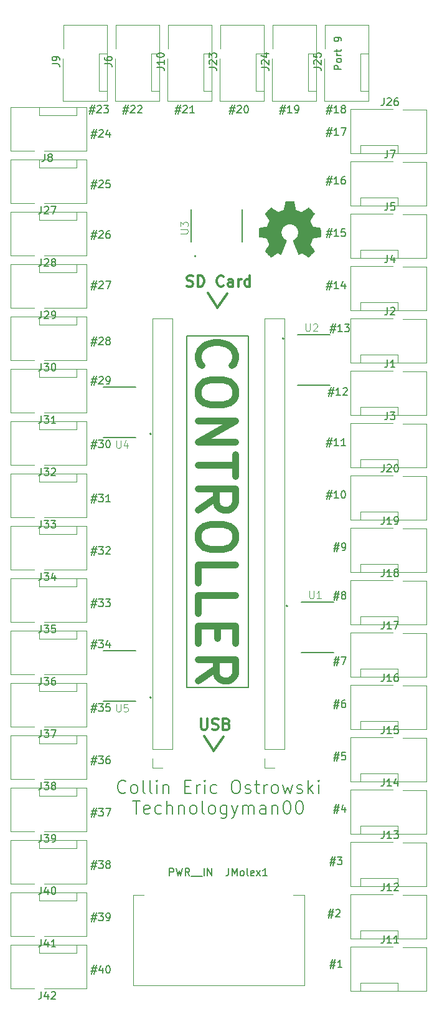
<source format=gbr>
%TF.GenerationSoftware,KiCad,Pcbnew,(5.1.8)-1*%
%TF.CreationDate,2021-05-23T23:23:44-05:00*%
%TF.ProjectId,CircuitBoardV2,43697263-7569-4744-926f-61726456322e,rev?*%
%TF.SameCoordinates,Original*%
%TF.FileFunction,Legend,Top*%
%TF.FilePolarity,Positive*%
%FSLAX46Y46*%
G04 Gerber Fmt 4.6, Leading zero omitted, Abs format (unit mm)*
G04 Created by KiCad (PCBNEW (5.1.8)-1) date 2021-05-23 23:23:44*
%MOMM*%
%LPD*%
G01*
G04 APERTURE LIST*
%ADD10C,0.203200*%
%ADD11C,0.889000*%
%ADD12C,0.300000*%
%ADD13C,0.150000*%
%ADD14C,0.200000*%
%ADD15C,0.127000*%
%ADD16C,0.120000*%
%ADD17C,0.010000*%
%ADD18C,0.100000*%
%ADD19C,0.015000*%
G04 APERTURE END LIST*
D10*
X122682000Y-133858000D02*
X122682000Y-86106000D01*
X131064000Y-133858000D02*
X122682000Y-133858000D01*
X131064000Y-86106000D02*
X131064000Y-133858000D01*
X122682000Y-86106000D02*
X131064000Y-86106000D01*
D11*
X124677714Y-90145809D02*
X124435809Y-89903904D01*
X124193904Y-89178190D01*
X124193904Y-88694380D01*
X124435809Y-87968666D01*
X124919619Y-87484857D01*
X125403428Y-87242952D01*
X126371047Y-87001047D01*
X127096761Y-87001047D01*
X128064380Y-87242952D01*
X128548190Y-87484857D01*
X129032000Y-87968666D01*
X129273904Y-88694380D01*
X129273904Y-89178190D01*
X129032000Y-89903904D01*
X128790095Y-90145809D01*
X129273904Y-93290571D02*
X129273904Y-94258190D01*
X129032000Y-94742000D01*
X128548190Y-95225809D01*
X127580571Y-95467714D01*
X125887238Y-95467714D01*
X124919619Y-95225809D01*
X124435809Y-94742000D01*
X124193904Y-94258190D01*
X124193904Y-93290571D01*
X124435809Y-92806761D01*
X124919619Y-92322952D01*
X125887238Y-92081047D01*
X127580571Y-92081047D01*
X128548190Y-92322952D01*
X129032000Y-92806761D01*
X129273904Y-93290571D01*
X124193904Y-97644857D02*
X129273904Y-97644857D01*
X124193904Y-100547714D01*
X129273904Y-100547714D01*
X129273904Y-102241047D02*
X129273904Y-105143904D01*
X124193904Y-103692476D02*
X129273904Y-103692476D01*
X124193904Y-109740095D02*
X126612952Y-108046761D01*
X124193904Y-106837238D02*
X129273904Y-106837238D01*
X129273904Y-108772476D01*
X129032000Y-109256285D01*
X128790095Y-109498190D01*
X128306285Y-109740095D01*
X127580571Y-109740095D01*
X127096761Y-109498190D01*
X126854857Y-109256285D01*
X126612952Y-108772476D01*
X126612952Y-106837238D01*
X129273904Y-112884857D02*
X129273904Y-113852476D01*
X129032000Y-114336285D01*
X128548190Y-114820095D01*
X127580571Y-115062000D01*
X125887238Y-115062000D01*
X124919619Y-114820095D01*
X124435809Y-114336285D01*
X124193904Y-113852476D01*
X124193904Y-112884857D01*
X124435809Y-112401047D01*
X124919619Y-111917238D01*
X125887238Y-111675333D01*
X127580571Y-111675333D01*
X128548190Y-111917238D01*
X129032000Y-112401047D01*
X129273904Y-112884857D01*
X124193904Y-119658190D02*
X124193904Y-117239142D01*
X129273904Y-117239142D01*
X124193904Y-123770571D02*
X124193904Y-121351523D01*
X129273904Y-121351523D01*
X126854857Y-125463904D02*
X126854857Y-127157238D01*
X124193904Y-127882952D02*
X124193904Y-125463904D01*
X129273904Y-125463904D01*
X129273904Y-127882952D01*
X124193904Y-132962952D02*
X126612952Y-131269619D01*
X124193904Y-130060095D02*
X129273904Y-130060095D01*
X129273904Y-131995333D01*
X129032000Y-132479142D01*
X128790095Y-132721047D01*
X128306285Y-132962952D01*
X127580571Y-132962952D01*
X127096761Y-132721047D01*
X126854857Y-132479142D01*
X126612952Y-131995333D01*
X126612952Y-130060095D01*
D12*
X122682604Y-79342626D02*
X122896690Y-79413988D01*
X123253500Y-79413988D01*
X123396223Y-79342626D01*
X123467585Y-79271264D01*
X123538947Y-79128540D01*
X123538947Y-78985816D01*
X123467585Y-78843092D01*
X123396223Y-78771730D01*
X123253500Y-78700369D01*
X122968052Y-78629007D01*
X122825328Y-78557645D01*
X122753966Y-78486283D01*
X122682604Y-78343559D01*
X122682604Y-78200835D01*
X122753966Y-78058111D01*
X122825328Y-77986750D01*
X122968052Y-77915388D01*
X123324861Y-77915388D01*
X123538947Y-77986750D01*
X124181204Y-79413988D02*
X124181204Y-77915388D01*
X124538014Y-77915388D01*
X124752100Y-77986750D01*
X124894823Y-78129473D01*
X124966185Y-78272197D01*
X125037547Y-78557645D01*
X125037547Y-78771730D01*
X124966185Y-79057178D01*
X124894823Y-79199902D01*
X124752100Y-79342626D01*
X124538014Y-79413988D01*
X124181204Y-79413988D01*
X127677938Y-79271264D02*
X127606576Y-79342626D01*
X127392490Y-79413988D01*
X127249766Y-79413988D01*
X127035680Y-79342626D01*
X126892957Y-79199902D01*
X126821595Y-79057178D01*
X126750233Y-78771730D01*
X126750233Y-78557645D01*
X126821595Y-78272197D01*
X126892957Y-78129473D01*
X127035680Y-77986750D01*
X127249766Y-77915388D01*
X127392490Y-77915388D01*
X127606576Y-77986750D01*
X127677938Y-78058111D01*
X128962452Y-79413988D02*
X128962452Y-78629007D01*
X128891090Y-78486283D01*
X128748366Y-78414921D01*
X128462919Y-78414921D01*
X128320195Y-78486283D01*
X128962452Y-79342626D02*
X128819728Y-79413988D01*
X128462919Y-79413988D01*
X128320195Y-79342626D01*
X128248833Y-79199902D01*
X128248833Y-79057178D01*
X128320195Y-78914454D01*
X128462919Y-78843092D01*
X128819728Y-78843092D01*
X128962452Y-78771730D01*
X129676071Y-79413988D02*
X129676071Y-78414921D01*
X129676071Y-78700369D02*
X129747433Y-78557645D01*
X129818795Y-78486283D01*
X129961519Y-78414921D01*
X130104242Y-78414921D01*
X131246033Y-79413988D02*
X131246033Y-77915388D01*
X131246033Y-79342626D02*
X131103309Y-79413988D01*
X130817861Y-79413988D01*
X130675138Y-79342626D01*
X130603776Y-79271264D01*
X130532414Y-79128540D01*
X130532414Y-78700369D01*
X130603776Y-78557645D01*
X130675138Y-78486283D01*
X130817861Y-78414921D01*
X131103309Y-78414921D01*
X131246033Y-78486283D01*
X125572761Y-80320564D02*
X126857276Y-82247335D01*
X128141790Y-80391926D02*
X126857276Y-82318697D01*
D13*
X109736095Y-171997714D02*
X110450380Y-171997714D01*
X110021809Y-171569142D02*
X109736095Y-172854857D01*
X110355142Y-172426285D02*
X109640857Y-172426285D01*
X110069428Y-172854857D02*
X110355142Y-171569142D01*
X111212285Y-171997714D02*
X111212285Y-172664380D01*
X110974190Y-171616761D02*
X110736095Y-172331047D01*
X111355142Y-172331047D01*
X111926571Y-171664380D02*
X112021809Y-171664380D01*
X112117047Y-171712000D01*
X112164666Y-171759619D01*
X112212285Y-171854857D01*
X112259904Y-172045333D01*
X112259904Y-172283428D01*
X112212285Y-172473904D01*
X112164666Y-172569142D01*
X112117047Y-172616761D01*
X112021809Y-172664380D01*
X111926571Y-172664380D01*
X111831333Y-172616761D01*
X111783714Y-172569142D01*
X111736095Y-172473904D01*
X111688476Y-172283428D01*
X111688476Y-172045333D01*
X111736095Y-171854857D01*
X111783714Y-171759619D01*
X111831333Y-171712000D01*
X111926571Y-171664380D01*
X109736095Y-164885714D02*
X110450380Y-164885714D01*
X110021809Y-164457142D02*
X109736095Y-165742857D01*
X110355142Y-165314285D02*
X109640857Y-165314285D01*
X110069428Y-165742857D02*
X110355142Y-164457142D01*
X110688476Y-164552380D02*
X111307523Y-164552380D01*
X110974190Y-164933333D01*
X111117047Y-164933333D01*
X111212285Y-164980952D01*
X111259904Y-165028571D01*
X111307523Y-165123809D01*
X111307523Y-165361904D01*
X111259904Y-165457142D01*
X111212285Y-165504761D01*
X111117047Y-165552380D01*
X110831333Y-165552380D01*
X110736095Y-165504761D01*
X110688476Y-165457142D01*
X111783714Y-165552380D02*
X111974190Y-165552380D01*
X112069428Y-165504761D01*
X112117047Y-165457142D01*
X112212285Y-165314285D01*
X112259904Y-165123809D01*
X112259904Y-164742857D01*
X112212285Y-164647619D01*
X112164666Y-164600000D01*
X112069428Y-164552380D01*
X111878952Y-164552380D01*
X111783714Y-164600000D01*
X111736095Y-164647619D01*
X111688476Y-164742857D01*
X111688476Y-164980952D01*
X111736095Y-165076190D01*
X111783714Y-165123809D01*
X111878952Y-165171428D01*
X112069428Y-165171428D01*
X112164666Y-165123809D01*
X112212285Y-165076190D01*
X112259904Y-164980952D01*
X109736095Y-157773714D02*
X110450380Y-157773714D01*
X110021809Y-157345142D02*
X109736095Y-158630857D01*
X110355142Y-158202285D02*
X109640857Y-158202285D01*
X110069428Y-158630857D02*
X110355142Y-157345142D01*
X110688476Y-157440380D02*
X111307523Y-157440380D01*
X110974190Y-157821333D01*
X111117047Y-157821333D01*
X111212285Y-157868952D01*
X111259904Y-157916571D01*
X111307523Y-158011809D01*
X111307523Y-158249904D01*
X111259904Y-158345142D01*
X111212285Y-158392761D01*
X111117047Y-158440380D01*
X110831333Y-158440380D01*
X110736095Y-158392761D01*
X110688476Y-158345142D01*
X111878952Y-157868952D02*
X111783714Y-157821333D01*
X111736095Y-157773714D01*
X111688476Y-157678476D01*
X111688476Y-157630857D01*
X111736095Y-157535619D01*
X111783714Y-157488000D01*
X111878952Y-157440380D01*
X112069428Y-157440380D01*
X112164666Y-157488000D01*
X112212285Y-157535619D01*
X112259904Y-157630857D01*
X112259904Y-157678476D01*
X112212285Y-157773714D01*
X112164666Y-157821333D01*
X112069428Y-157868952D01*
X111878952Y-157868952D01*
X111783714Y-157916571D01*
X111736095Y-157964190D01*
X111688476Y-158059428D01*
X111688476Y-158249904D01*
X111736095Y-158345142D01*
X111783714Y-158392761D01*
X111878952Y-158440380D01*
X112069428Y-158440380D01*
X112164666Y-158392761D01*
X112212285Y-158345142D01*
X112259904Y-158249904D01*
X112259904Y-158059428D01*
X112212285Y-157964190D01*
X112164666Y-157916571D01*
X112069428Y-157868952D01*
X109736095Y-150661714D02*
X110450380Y-150661714D01*
X110021809Y-150233142D02*
X109736095Y-151518857D01*
X110355142Y-151090285D02*
X109640857Y-151090285D01*
X110069428Y-151518857D02*
X110355142Y-150233142D01*
X110688476Y-150328380D02*
X111307523Y-150328380D01*
X110974190Y-150709333D01*
X111117047Y-150709333D01*
X111212285Y-150756952D01*
X111259904Y-150804571D01*
X111307523Y-150899809D01*
X111307523Y-151137904D01*
X111259904Y-151233142D01*
X111212285Y-151280761D01*
X111117047Y-151328380D01*
X110831333Y-151328380D01*
X110736095Y-151280761D01*
X110688476Y-151233142D01*
X111640857Y-150328380D02*
X112307523Y-150328380D01*
X111878952Y-151328380D01*
X109736095Y-143549714D02*
X110450380Y-143549714D01*
X110021809Y-143121142D02*
X109736095Y-144406857D01*
X110355142Y-143978285D02*
X109640857Y-143978285D01*
X110069428Y-144406857D02*
X110355142Y-143121142D01*
X110688476Y-143216380D02*
X111307523Y-143216380D01*
X110974190Y-143597333D01*
X111117047Y-143597333D01*
X111212285Y-143644952D01*
X111259904Y-143692571D01*
X111307523Y-143787809D01*
X111307523Y-144025904D01*
X111259904Y-144121142D01*
X111212285Y-144168761D01*
X111117047Y-144216380D01*
X110831333Y-144216380D01*
X110736095Y-144168761D01*
X110688476Y-144121142D01*
X112164666Y-143216380D02*
X111974190Y-143216380D01*
X111878952Y-143264000D01*
X111831333Y-143311619D01*
X111736095Y-143454476D01*
X111688476Y-143644952D01*
X111688476Y-144025904D01*
X111736095Y-144121142D01*
X111783714Y-144168761D01*
X111878952Y-144216380D01*
X112069428Y-144216380D01*
X112164666Y-144168761D01*
X112212285Y-144121142D01*
X112259904Y-144025904D01*
X112259904Y-143787809D01*
X112212285Y-143692571D01*
X112164666Y-143644952D01*
X112069428Y-143597333D01*
X111878952Y-143597333D01*
X111783714Y-143644952D01*
X111736095Y-143692571D01*
X111688476Y-143787809D01*
X109736095Y-136437714D02*
X110450380Y-136437714D01*
X110021809Y-136009142D02*
X109736095Y-137294857D01*
X110355142Y-136866285D02*
X109640857Y-136866285D01*
X110069428Y-137294857D02*
X110355142Y-136009142D01*
X110688476Y-136104380D02*
X111307523Y-136104380D01*
X110974190Y-136485333D01*
X111117047Y-136485333D01*
X111212285Y-136532952D01*
X111259904Y-136580571D01*
X111307523Y-136675809D01*
X111307523Y-136913904D01*
X111259904Y-137009142D01*
X111212285Y-137056761D01*
X111117047Y-137104380D01*
X110831333Y-137104380D01*
X110736095Y-137056761D01*
X110688476Y-137009142D01*
X112212285Y-136104380D02*
X111736095Y-136104380D01*
X111688476Y-136580571D01*
X111736095Y-136532952D01*
X111831333Y-136485333D01*
X112069428Y-136485333D01*
X112164666Y-136532952D01*
X112212285Y-136580571D01*
X112259904Y-136675809D01*
X112259904Y-136913904D01*
X112212285Y-137009142D01*
X112164666Y-137056761D01*
X112069428Y-137104380D01*
X111831333Y-137104380D01*
X111736095Y-137056761D01*
X111688476Y-137009142D01*
X109736095Y-127801714D02*
X110450380Y-127801714D01*
X110021809Y-127373142D02*
X109736095Y-128658857D01*
X110355142Y-128230285D02*
X109640857Y-128230285D01*
X110069428Y-128658857D02*
X110355142Y-127373142D01*
X110688476Y-127468380D02*
X111307523Y-127468380D01*
X110974190Y-127849333D01*
X111117047Y-127849333D01*
X111212285Y-127896952D01*
X111259904Y-127944571D01*
X111307523Y-128039809D01*
X111307523Y-128277904D01*
X111259904Y-128373142D01*
X111212285Y-128420761D01*
X111117047Y-128468380D01*
X110831333Y-128468380D01*
X110736095Y-128420761D01*
X110688476Y-128373142D01*
X112164666Y-127801714D02*
X112164666Y-128468380D01*
X111926571Y-127420761D02*
X111688476Y-128135047D01*
X112307523Y-128135047D01*
X109736095Y-122213714D02*
X110450380Y-122213714D01*
X110021809Y-121785142D02*
X109736095Y-123070857D01*
X110355142Y-122642285D02*
X109640857Y-122642285D01*
X110069428Y-123070857D02*
X110355142Y-121785142D01*
X110688476Y-121880380D02*
X111307523Y-121880380D01*
X110974190Y-122261333D01*
X111117047Y-122261333D01*
X111212285Y-122308952D01*
X111259904Y-122356571D01*
X111307523Y-122451809D01*
X111307523Y-122689904D01*
X111259904Y-122785142D01*
X111212285Y-122832761D01*
X111117047Y-122880380D01*
X110831333Y-122880380D01*
X110736095Y-122832761D01*
X110688476Y-122785142D01*
X111640857Y-121880380D02*
X112259904Y-121880380D01*
X111926571Y-122261333D01*
X112069428Y-122261333D01*
X112164666Y-122308952D01*
X112212285Y-122356571D01*
X112259904Y-122451809D01*
X112259904Y-122689904D01*
X112212285Y-122785142D01*
X112164666Y-122832761D01*
X112069428Y-122880380D01*
X111783714Y-122880380D01*
X111688476Y-122832761D01*
X111640857Y-122785142D01*
X109736095Y-115101714D02*
X110450380Y-115101714D01*
X110021809Y-114673142D02*
X109736095Y-115958857D01*
X110355142Y-115530285D02*
X109640857Y-115530285D01*
X110069428Y-115958857D02*
X110355142Y-114673142D01*
X110688476Y-114768380D02*
X111307523Y-114768380D01*
X110974190Y-115149333D01*
X111117047Y-115149333D01*
X111212285Y-115196952D01*
X111259904Y-115244571D01*
X111307523Y-115339809D01*
X111307523Y-115577904D01*
X111259904Y-115673142D01*
X111212285Y-115720761D01*
X111117047Y-115768380D01*
X110831333Y-115768380D01*
X110736095Y-115720761D01*
X110688476Y-115673142D01*
X111688476Y-114863619D02*
X111736095Y-114816000D01*
X111831333Y-114768380D01*
X112069428Y-114768380D01*
X112164666Y-114816000D01*
X112212285Y-114863619D01*
X112259904Y-114958857D01*
X112259904Y-115054095D01*
X112212285Y-115196952D01*
X111640857Y-115768380D01*
X112259904Y-115768380D01*
X109736095Y-107989714D02*
X110450380Y-107989714D01*
X110021809Y-107561142D02*
X109736095Y-108846857D01*
X110355142Y-108418285D02*
X109640857Y-108418285D01*
X110069428Y-108846857D02*
X110355142Y-107561142D01*
X110688476Y-107656380D02*
X111307523Y-107656380D01*
X110974190Y-108037333D01*
X111117047Y-108037333D01*
X111212285Y-108084952D01*
X111259904Y-108132571D01*
X111307523Y-108227809D01*
X111307523Y-108465904D01*
X111259904Y-108561142D01*
X111212285Y-108608761D01*
X111117047Y-108656380D01*
X110831333Y-108656380D01*
X110736095Y-108608761D01*
X110688476Y-108561142D01*
X112259904Y-108656380D02*
X111688476Y-108656380D01*
X111974190Y-108656380D02*
X111974190Y-107656380D01*
X111878952Y-107799238D01*
X111783714Y-107894476D01*
X111688476Y-107942095D01*
X109736095Y-100623714D02*
X110450380Y-100623714D01*
X110021809Y-100195142D02*
X109736095Y-101480857D01*
X110355142Y-101052285D02*
X109640857Y-101052285D01*
X110069428Y-101480857D02*
X110355142Y-100195142D01*
X110688476Y-100290380D02*
X111307523Y-100290380D01*
X110974190Y-100671333D01*
X111117047Y-100671333D01*
X111212285Y-100718952D01*
X111259904Y-100766571D01*
X111307523Y-100861809D01*
X111307523Y-101099904D01*
X111259904Y-101195142D01*
X111212285Y-101242761D01*
X111117047Y-101290380D01*
X110831333Y-101290380D01*
X110736095Y-101242761D01*
X110688476Y-101195142D01*
X111926571Y-100290380D02*
X112021809Y-100290380D01*
X112117047Y-100338000D01*
X112164666Y-100385619D01*
X112212285Y-100480857D01*
X112259904Y-100671333D01*
X112259904Y-100909428D01*
X112212285Y-101099904D01*
X112164666Y-101195142D01*
X112117047Y-101242761D01*
X112021809Y-101290380D01*
X111926571Y-101290380D01*
X111831333Y-101242761D01*
X111783714Y-101195142D01*
X111736095Y-101099904D01*
X111688476Y-100909428D01*
X111688476Y-100671333D01*
X111736095Y-100480857D01*
X111783714Y-100385619D01*
X111831333Y-100338000D01*
X111926571Y-100290380D01*
X109736095Y-91987714D02*
X110450380Y-91987714D01*
X110021809Y-91559142D02*
X109736095Y-92844857D01*
X110355142Y-92416285D02*
X109640857Y-92416285D01*
X110069428Y-92844857D02*
X110355142Y-91559142D01*
X110736095Y-91749619D02*
X110783714Y-91702000D01*
X110878952Y-91654380D01*
X111117047Y-91654380D01*
X111212285Y-91702000D01*
X111259904Y-91749619D01*
X111307523Y-91844857D01*
X111307523Y-91940095D01*
X111259904Y-92082952D01*
X110688476Y-92654380D01*
X111307523Y-92654380D01*
X111783714Y-92654380D02*
X111974190Y-92654380D01*
X112069428Y-92606761D01*
X112117047Y-92559142D01*
X112212285Y-92416285D01*
X112259904Y-92225809D01*
X112259904Y-91844857D01*
X112212285Y-91749619D01*
X112164666Y-91702000D01*
X112069428Y-91654380D01*
X111878952Y-91654380D01*
X111783714Y-91702000D01*
X111736095Y-91749619D01*
X111688476Y-91844857D01*
X111688476Y-92082952D01*
X111736095Y-92178190D01*
X111783714Y-92225809D01*
X111878952Y-92273428D01*
X112069428Y-92273428D01*
X112164666Y-92225809D01*
X112212285Y-92178190D01*
X112259904Y-92082952D01*
X109736095Y-86653714D02*
X110450380Y-86653714D01*
X110021809Y-86225142D02*
X109736095Y-87510857D01*
X110355142Y-87082285D02*
X109640857Y-87082285D01*
X110069428Y-87510857D02*
X110355142Y-86225142D01*
X110736095Y-86415619D02*
X110783714Y-86368000D01*
X110878952Y-86320380D01*
X111117047Y-86320380D01*
X111212285Y-86368000D01*
X111259904Y-86415619D01*
X111307523Y-86510857D01*
X111307523Y-86606095D01*
X111259904Y-86748952D01*
X110688476Y-87320380D01*
X111307523Y-87320380D01*
X111878952Y-86748952D02*
X111783714Y-86701333D01*
X111736095Y-86653714D01*
X111688476Y-86558476D01*
X111688476Y-86510857D01*
X111736095Y-86415619D01*
X111783714Y-86368000D01*
X111878952Y-86320380D01*
X112069428Y-86320380D01*
X112164666Y-86368000D01*
X112212285Y-86415619D01*
X112259904Y-86510857D01*
X112259904Y-86558476D01*
X112212285Y-86653714D01*
X112164666Y-86701333D01*
X112069428Y-86748952D01*
X111878952Y-86748952D01*
X111783714Y-86796571D01*
X111736095Y-86844190D01*
X111688476Y-86939428D01*
X111688476Y-87129904D01*
X111736095Y-87225142D01*
X111783714Y-87272761D01*
X111878952Y-87320380D01*
X112069428Y-87320380D01*
X112164666Y-87272761D01*
X112212285Y-87225142D01*
X112259904Y-87129904D01*
X112259904Y-86939428D01*
X112212285Y-86844190D01*
X112164666Y-86796571D01*
X112069428Y-86748952D01*
X109736095Y-79033714D02*
X110450380Y-79033714D01*
X110021809Y-78605142D02*
X109736095Y-79890857D01*
X110355142Y-79462285D02*
X109640857Y-79462285D01*
X110069428Y-79890857D02*
X110355142Y-78605142D01*
X110736095Y-78795619D02*
X110783714Y-78748000D01*
X110878952Y-78700380D01*
X111117047Y-78700380D01*
X111212285Y-78748000D01*
X111259904Y-78795619D01*
X111307523Y-78890857D01*
X111307523Y-78986095D01*
X111259904Y-79128952D01*
X110688476Y-79700380D01*
X111307523Y-79700380D01*
X111640857Y-78700380D02*
X112307523Y-78700380D01*
X111878952Y-79700380D01*
X109736095Y-72175714D02*
X110450380Y-72175714D01*
X110021809Y-71747142D02*
X109736095Y-73032857D01*
X110355142Y-72604285D02*
X109640857Y-72604285D01*
X110069428Y-73032857D02*
X110355142Y-71747142D01*
X110736095Y-71937619D02*
X110783714Y-71890000D01*
X110878952Y-71842380D01*
X111117047Y-71842380D01*
X111212285Y-71890000D01*
X111259904Y-71937619D01*
X111307523Y-72032857D01*
X111307523Y-72128095D01*
X111259904Y-72270952D01*
X110688476Y-72842380D01*
X111307523Y-72842380D01*
X112164666Y-71842380D02*
X111974190Y-71842380D01*
X111878952Y-71890000D01*
X111831333Y-71937619D01*
X111736095Y-72080476D01*
X111688476Y-72270952D01*
X111688476Y-72651904D01*
X111736095Y-72747142D01*
X111783714Y-72794761D01*
X111878952Y-72842380D01*
X112069428Y-72842380D01*
X112164666Y-72794761D01*
X112212285Y-72747142D01*
X112259904Y-72651904D01*
X112259904Y-72413809D01*
X112212285Y-72318571D01*
X112164666Y-72270952D01*
X112069428Y-72223333D01*
X111878952Y-72223333D01*
X111783714Y-72270952D01*
X111736095Y-72318571D01*
X111688476Y-72413809D01*
X109736095Y-65317714D02*
X110450380Y-65317714D01*
X110021809Y-64889142D02*
X109736095Y-66174857D01*
X110355142Y-65746285D02*
X109640857Y-65746285D01*
X110069428Y-66174857D02*
X110355142Y-64889142D01*
X110736095Y-65079619D02*
X110783714Y-65032000D01*
X110878952Y-64984380D01*
X111117047Y-64984380D01*
X111212285Y-65032000D01*
X111259904Y-65079619D01*
X111307523Y-65174857D01*
X111307523Y-65270095D01*
X111259904Y-65412952D01*
X110688476Y-65984380D01*
X111307523Y-65984380D01*
X112212285Y-64984380D02*
X111736095Y-64984380D01*
X111688476Y-65460571D01*
X111736095Y-65412952D01*
X111831333Y-65365333D01*
X112069428Y-65365333D01*
X112164666Y-65412952D01*
X112212285Y-65460571D01*
X112259904Y-65555809D01*
X112259904Y-65793904D01*
X112212285Y-65889142D01*
X112164666Y-65936761D01*
X112069428Y-65984380D01*
X111831333Y-65984380D01*
X111736095Y-65936761D01*
X111688476Y-65889142D01*
X109736095Y-58459714D02*
X110450380Y-58459714D01*
X110021809Y-58031142D02*
X109736095Y-59316857D01*
X110355142Y-58888285D02*
X109640857Y-58888285D01*
X110069428Y-59316857D02*
X110355142Y-58031142D01*
X110736095Y-58221619D02*
X110783714Y-58174000D01*
X110878952Y-58126380D01*
X111117047Y-58126380D01*
X111212285Y-58174000D01*
X111259904Y-58221619D01*
X111307523Y-58316857D01*
X111307523Y-58412095D01*
X111259904Y-58554952D01*
X110688476Y-59126380D01*
X111307523Y-59126380D01*
X112164666Y-58459714D02*
X112164666Y-59126380D01*
X111926571Y-58078761D02*
X111688476Y-58793047D01*
X112307523Y-58793047D01*
X109482095Y-55157714D02*
X110196380Y-55157714D01*
X109767809Y-54729142D02*
X109482095Y-56014857D01*
X110101142Y-55586285D02*
X109386857Y-55586285D01*
X109815428Y-56014857D02*
X110101142Y-54729142D01*
X110482095Y-54919619D02*
X110529714Y-54872000D01*
X110624952Y-54824380D01*
X110863047Y-54824380D01*
X110958285Y-54872000D01*
X111005904Y-54919619D01*
X111053523Y-55014857D01*
X111053523Y-55110095D01*
X111005904Y-55252952D01*
X110434476Y-55824380D01*
X111053523Y-55824380D01*
X111386857Y-54824380D02*
X112005904Y-54824380D01*
X111672571Y-55205333D01*
X111815428Y-55205333D01*
X111910666Y-55252952D01*
X111958285Y-55300571D01*
X112005904Y-55395809D01*
X112005904Y-55633904D01*
X111958285Y-55729142D01*
X111910666Y-55776761D01*
X111815428Y-55824380D01*
X111529714Y-55824380D01*
X111434476Y-55776761D01*
X111386857Y-55729142D01*
X114054095Y-55157714D02*
X114768380Y-55157714D01*
X114339809Y-54729142D02*
X114054095Y-56014857D01*
X114673142Y-55586285D02*
X113958857Y-55586285D01*
X114387428Y-56014857D02*
X114673142Y-54729142D01*
X115054095Y-54919619D02*
X115101714Y-54872000D01*
X115196952Y-54824380D01*
X115435047Y-54824380D01*
X115530285Y-54872000D01*
X115577904Y-54919619D01*
X115625523Y-55014857D01*
X115625523Y-55110095D01*
X115577904Y-55252952D01*
X115006476Y-55824380D01*
X115625523Y-55824380D01*
X116006476Y-54919619D02*
X116054095Y-54872000D01*
X116149333Y-54824380D01*
X116387428Y-54824380D01*
X116482666Y-54872000D01*
X116530285Y-54919619D01*
X116577904Y-55014857D01*
X116577904Y-55110095D01*
X116530285Y-55252952D01*
X115958857Y-55824380D01*
X116577904Y-55824380D01*
X121166095Y-55157714D02*
X121880380Y-55157714D01*
X121451809Y-54729142D02*
X121166095Y-56014857D01*
X121785142Y-55586285D02*
X121070857Y-55586285D01*
X121499428Y-56014857D02*
X121785142Y-54729142D01*
X122166095Y-54919619D02*
X122213714Y-54872000D01*
X122308952Y-54824380D01*
X122547047Y-54824380D01*
X122642285Y-54872000D01*
X122689904Y-54919619D01*
X122737523Y-55014857D01*
X122737523Y-55110095D01*
X122689904Y-55252952D01*
X122118476Y-55824380D01*
X122737523Y-55824380D01*
X123689904Y-55824380D02*
X123118476Y-55824380D01*
X123404190Y-55824380D02*
X123404190Y-54824380D01*
X123308952Y-54967238D01*
X123213714Y-55062476D01*
X123118476Y-55110095D01*
X128532095Y-55157714D02*
X129246380Y-55157714D01*
X128817809Y-54729142D02*
X128532095Y-56014857D01*
X129151142Y-55586285D02*
X128436857Y-55586285D01*
X128865428Y-56014857D02*
X129151142Y-54729142D01*
X129532095Y-54919619D02*
X129579714Y-54872000D01*
X129674952Y-54824380D01*
X129913047Y-54824380D01*
X130008285Y-54872000D01*
X130055904Y-54919619D01*
X130103523Y-55014857D01*
X130103523Y-55110095D01*
X130055904Y-55252952D01*
X129484476Y-55824380D01*
X130103523Y-55824380D01*
X130722571Y-54824380D02*
X130817809Y-54824380D01*
X130913047Y-54872000D01*
X130960666Y-54919619D01*
X131008285Y-55014857D01*
X131055904Y-55205333D01*
X131055904Y-55443428D01*
X131008285Y-55633904D01*
X130960666Y-55729142D01*
X130913047Y-55776761D01*
X130817809Y-55824380D01*
X130722571Y-55824380D01*
X130627333Y-55776761D01*
X130579714Y-55729142D01*
X130532095Y-55633904D01*
X130484476Y-55443428D01*
X130484476Y-55205333D01*
X130532095Y-55014857D01*
X130579714Y-54919619D01*
X130627333Y-54872000D01*
X130722571Y-54824380D01*
X135390095Y-55157714D02*
X136104380Y-55157714D01*
X135675809Y-54729142D02*
X135390095Y-56014857D01*
X136009142Y-55586285D02*
X135294857Y-55586285D01*
X135723428Y-56014857D02*
X136009142Y-54729142D01*
X136961523Y-55824380D02*
X136390095Y-55824380D01*
X136675809Y-55824380D02*
X136675809Y-54824380D01*
X136580571Y-54967238D01*
X136485333Y-55062476D01*
X136390095Y-55110095D01*
X137437714Y-55824380D02*
X137628190Y-55824380D01*
X137723428Y-55776761D01*
X137771047Y-55729142D01*
X137866285Y-55586285D01*
X137913904Y-55395809D01*
X137913904Y-55014857D01*
X137866285Y-54919619D01*
X137818666Y-54872000D01*
X137723428Y-54824380D01*
X137532952Y-54824380D01*
X137437714Y-54872000D01*
X137390095Y-54919619D01*
X137342476Y-55014857D01*
X137342476Y-55252952D01*
X137390095Y-55348190D01*
X137437714Y-55395809D01*
X137532952Y-55443428D01*
X137723428Y-55443428D01*
X137818666Y-55395809D01*
X137866285Y-55348190D01*
X137913904Y-55252952D01*
X141740095Y-55157714D02*
X142454380Y-55157714D01*
X142025809Y-54729142D02*
X141740095Y-56014857D01*
X142359142Y-55586285D02*
X141644857Y-55586285D01*
X142073428Y-56014857D02*
X142359142Y-54729142D01*
X143311523Y-55824380D02*
X142740095Y-55824380D01*
X143025809Y-55824380D02*
X143025809Y-54824380D01*
X142930571Y-54967238D01*
X142835333Y-55062476D01*
X142740095Y-55110095D01*
X143882952Y-55252952D02*
X143787714Y-55205333D01*
X143740095Y-55157714D01*
X143692476Y-55062476D01*
X143692476Y-55014857D01*
X143740095Y-54919619D01*
X143787714Y-54872000D01*
X143882952Y-54824380D01*
X144073428Y-54824380D01*
X144168666Y-54872000D01*
X144216285Y-54919619D01*
X144263904Y-55014857D01*
X144263904Y-55062476D01*
X144216285Y-55157714D01*
X144168666Y-55205333D01*
X144073428Y-55252952D01*
X143882952Y-55252952D01*
X143787714Y-55300571D01*
X143740095Y-55348190D01*
X143692476Y-55443428D01*
X143692476Y-55633904D01*
X143740095Y-55729142D01*
X143787714Y-55776761D01*
X143882952Y-55824380D01*
X144073428Y-55824380D01*
X144168666Y-55776761D01*
X144216285Y-55729142D01*
X144263904Y-55633904D01*
X144263904Y-55443428D01*
X144216285Y-55348190D01*
X144168666Y-55300571D01*
X144073428Y-55252952D01*
X141740095Y-58205714D02*
X142454380Y-58205714D01*
X142025809Y-57777142D02*
X141740095Y-59062857D01*
X142359142Y-58634285D02*
X141644857Y-58634285D01*
X142073428Y-59062857D02*
X142359142Y-57777142D01*
X143311523Y-58872380D02*
X142740095Y-58872380D01*
X143025809Y-58872380D02*
X143025809Y-57872380D01*
X142930571Y-58015238D01*
X142835333Y-58110476D01*
X142740095Y-58158095D01*
X143644857Y-57872380D02*
X144311523Y-57872380D01*
X143882952Y-58872380D01*
X141740095Y-64809714D02*
X142454380Y-64809714D01*
X142025809Y-64381142D02*
X141740095Y-65666857D01*
X142359142Y-65238285D02*
X141644857Y-65238285D01*
X142073428Y-65666857D02*
X142359142Y-64381142D01*
X143311523Y-65476380D02*
X142740095Y-65476380D01*
X143025809Y-65476380D02*
X143025809Y-64476380D01*
X142930571Y-64619238D01*
X142835333Y-64714476D01*
X142740095Y-64762095D01*
X144168666Y-64476380D02*
X143978190Y-64476380D01*
X143882952Y-64524000D01*
X143835333Y-64571619D01*
X143740095Y-64714476D01*
X143692476Y-64904952D01*
X143692476Y-65285904D01*
X143740095Y-65381142D01*
X143787714Y-65428761D01*
X143882952Y-65476380D01*
X144073428Y-65476380D01*
X144168666Y-65428761D01*
X144216285Y-65381142D01*
X144263904Y-65285904D01*
X144263904Y-65047809D01*
X144216285Y-64952571D01*
X144168666Y-64904952D01*
X144073428Y-64857333D01*
X143882952Y-64857333D01*
X143787714Y-64904952D01*
X143740095Y-64952571D01*
X143692476Y-65047809D01*
X141740095Y-71921714D02*
X142454380Y-71921714D01*
X142025809Y-71493142D02*
X141740095Y-72778857D01*
X142359142Y-72350285D02*
X141644857Y-72350285D01*
X142073428Y-72778857D02*
X142359142Y-71493142D01*
X143311523Y-72588380D02*
X142740095Y-72588380D01*
X143025809Y-72588380D02*
X143025809Y-71588380D01*
X142930571Y-71731238D01*
X142835333Y-71826476D01*
X142740095Y-71874095D01*
X144216285Y-71588380D02*
X143740095Y-71588380D01*
X143692476Y-72064571D01*
X143740095Y-72016952D01*
X143835333Y-71969333D01*
X144073428Y-71969333D01*
X144168666Y-72016952D01*
X144216285Y-72064571D01*
X144263904Y-72159809D01*
X144263904Y-72397904D01*
X144216285Y-72493142D01*
X144168666Y-72540761D01*
X144073428Y-72588380D01*
X143835333Y-72588380D01*
X143740095Y-72540761D01*
X143692476Y-72493142D01*
X141740095Y-79033714D02*
X142454380Y-79033714D01*
X142025809Y-78605142D02*
X141740095Y-79890857D01*
X142359142Y-79462285D02*
X141644857Y-79462285D01*
X142073428Y-79890857D02*
X142359142Y-78605142D01*
X143311523Y-79700380D02*
X142740095Y-79700380D01*
X143025809Y-79700380D02*
X143025809Y-78700380D01*
X142930571Y-78843238D01*
X142835333Y-78938476D01*
X142740095Y-78986095D01*
X144168666Y-79033714D02*
X144168666Y-79700380D01*
X143930571Y-78652761D02*
X143692476Y-79367047D01*
X144311523Y-79367047D01*
X142248095Y-84875714D02*
X142962380Y-84875714D01*
X142533809Y-84447142D02*
X142248095Y-85732857D01*
X142867142Y-85304285D02*
X142152857Y-85304285D01*
X142581428Y-85732857D02*
X142867142Y-84447142D01*
X143819523Y-85542380D02*
X143248095Y-85542380D01*
X143533809Y-85542380D02*
X143533809Y-84542380D01*
X143438571Y-84685238D01*
X143343333Y-84780476D01*
X143248095Y-84828095D01*
X144152857Y-84542380D02*
X144771904Y-84542380D01*
X144438571Y-84923333D01*
X144581428Y-84923333D01*
X144676666Y-84970952D01*
X144724285Y-85018571D01*
X144771904Y-85113809D01*
X144771904Y-85351904D01*
X144724285Y-85447142D01*
X144676666Y-85494761D01*
X144581428Y-85542380D01*
X144295714Y-85542380D01*
X144200476Y-85494761D01*
X144152857Y-85447142D01*
X141994095Y-93511714D02*
X142708380Y-93511714D01*
X142279809Y-93083142D02*
X141994095Y-94368857D01*
X142613142Y-93940285D02*
X141898857Y-93940285D01*
X142327428Y-94368857D02*
X142613142Y-93083142D01*
X143565523Y-94178380D02*
X142994095Y-94178380D01*
X143279809Y-94178380D02*
X143279809Y-93178380D01*
X143184571Y-93321238D01*
X143089333Y-93416476D01*
X142994095Y-93464095D01*
X143946476Y-93273619D02*
X143994095Y-93226000D01*
X144089333Y-93178380D01*
X144327428Y-93178380D01*
X144422666Y-93226000D01*
X144470285Y-93273619D01*
X144517904Y-93368857D01*
X144517904Y-93464095D01*
X144470285Y-93606952D01*
X143898857Y-94178380D01*
X144517904Y-94178380D01*
X141740095Y-100369714D02*
X142454380Y-100369714D01*
X142025809Y-99941142D02*
X141740095Y-101226857D01*
X142359142Y-100798285D02*
X141644857Y-100798285D01*
X142073428Y-101226857D02*
X142359142Y-99941142D01*
X143311523Y-101036380D02*
X142740095Y-101036380D01*
X143025809Y-101036380D02*
X143025809Y-100036380D01*
X142930571Y-100179238D01*
X142835333Y-100274476D01*
X142740095Y-100322095D01*
X144263904Y-101036380D02*
X143692476Y-101036380D01*
X143978190Y-101036380D02*
X143978190Y-100036380D01*
X143882952Y-100179238D01*
X143787714Y-100274476D01*
X143692476Y-100322095D01*
X141740095Y-107481714D02*
X142454380Y-107481714D01*
X142025809Y-107053142D02*
X141740095Y-108338857D01*
X142359142Y-107910285D02*
X141644857Y-107910285D01*
X142073428Y-108338857D02*
X142359142Y-107053142D01*
X143311523Y-108148380D02*
X142740095Y-108148380D01*
X143025809Y-108148380D02*
X143025809Y-107148380D01*
X142930571Y-107291238D01*
X142835333Y-107386476D01*
X142740095Y-107434095D01*
X143930571Y-107148380D02*
X144025809Y-107148380D01*
X144121047Y-107196000D01*
X144168666Y-107243619D01*
X144216285Y-107338857D01*
X144263904Y-107529333D01*
X144263904Y-107767428D01*
X144216285Y-107957904D01*
X144168666Y-108053142D01*
X144121047Y-108100761D01*
X144025809Y-108148380D01*
X143930571Y-108148380D01*
X143835333Y-108100761D01*
X143787714Y-108053142D01*
X143740095Y-107957904D01*
X143692476Y-107767428D01*
X143692476Y-107529333D01*
X143740095Y-107338857D01*
X143787714Y-107243619D01*
X143835333Y-107196000D01*
X143930571Y-107148380D01*
X142724285Y-114593714D02*
X143438571Y-114593714D01*
X143010000Y-114165142D02*
X142724285Y-115450857D01*
X143343333Y-115022285D02*
X142629047Y-115022285D01*
X143057619Y-115450857D02*
X143343333Y-114165142D01*
X143819523Y-115260380D02*
X144010000Y-115260380D01*
X144105238Y-115212761D01*
X144152857Y-115165142D01*
X144248095Y-115022285D01*
X144295714Y-114831809D01*
X144295714Y-114450857D01*
X144248095Y-114355619D01*
X144200476Y-114308000D01*
X144105238Y-114260380D01*
X143914761Y-114260380D01*
X143819523Y-114308000D01*
X143771904Y-114355619D01*
X143724285Y-114450857D01*
X143724285Y-114688952D01*
X143771904Y-114784190D01*
X143819523Y-114831809D01*
X143914761Y-114879428D01*
X144105238Y-114879428D01*
X144200476Y-114831809D01*
X144248095Y-114784190D01*
X144295714Y-114688952D01*
X142724285Y-121197714D02*
X143438571Y-121197714D01*
X143010000Y-120769142D02*
X142724285Y-122054857D01*
X143343333Y-121626285D02*
X142629047Y-121626285D01*
X143057619Y-122054857D02*
X143343333Y-120769142D01*
X143914761Y-121292952D02*
X143819523Y-121245333D01*
X143771904Y-121197714D01*
X143724285Y-121102476D01*
X143724285Y-121054857D01*
X143771904Y-120959619D01*
X143819523Y-120912000D01*
X143914761Y-120864380D01*
X144105238Y-120864380D01*
X144200476Y-120912000D01*
X144248095Y-120959619D01*
X144295714Y-121054857D01*
X144295714Y-121102476D01*
X144248095Y-121197714D01*
X144200476Y-121245333D01*
X144105238Y-121292952D01*
X143914761Y-121292952D01*
X143819523Y-121340571D01*
X143771904Y-121388190D01*
X143724285Y-121483428D01*
X143724285Y-121673904D01*
X143771904Y-121769142D01*
X143819523Y-121816761D01*
X143914761Y-121864380D01*
X144105238Y-121864380D01*
X144200476Y-121816761D01*
X144248095Y-121769142D01*
X144295714Y-121673904D01*
X144295714Y-121483428D01*
X144248095Y-121388190D01*
X144200476Y-121340571D01*
X144105238Y-121292952D01*
X142724285Y-130087714D02*
X143438571Y-130087714D01*
X143010000Y-129659142D02*
X142724285Y-130944857D01*
X143343333Y-130516285D02*
X142629047Y-130516285D01*
X143057619Y-130944857D02*
X143343333Y-129659142D01*
X143676666Y-129754380D02*
X144343333Y-129754380D01*
X143914761Y-130754380D01*
X142724285Y-135929714D02*
X143438571Y-135929714D01*
X143010000Y-135501142D02*
X142724285Y-136786857D01*
X143343333Y-136358285D02*
X142629047Y-136358285D01*
X143057619Y-136786857D02*
X143343333Y-135501142D01*
X144200476Y-135596380D02*
X144010000Y-135596380D01*
X143914761Y-135644000D01*
X143867142Y-135691619D01*
X143771904Y-135834476D01*
X143724285Y-136024952D01*
X143724285Y-136405904D01*
X143771904Y-136501142D01*
X143819523Y-136548761D01*
X143914761Y-136596380D01*
X144105238Y-136596380D01*
X144200476Y-136548761D01*
X144248095Y-136501142D01*
X144295714Y-136405904D01*
X144295714Y-136167809D01*
X144248095Y-136072571D01*
X144200476Y-136024952D01*
X144105238Y-135977333D01*
X143914761Y-135977333D01*
X143819523Y-136024952D01*
X143771904Y-136072571D01*
X143724285Y-136167809D01*
X142724285Y-143041714D02*
X143438571Y-143041714D01*
X143010000Y-142613142D02*
X142724285Y-143898857D01*
X143343333Y-143470285D02*
X142629047Y-143470285D01*
X143057619Y-143898857D02*
X143343333Y-142613142D01*
X144248095Y-142708380D02*
X143771904Y-142708380D01*
X143724285Y-143184571D01*
X143771904Y-143136952D01*
X143867142Y-143089333D01*
X144105238Y-143089333D01*
X144200476Y-143136952D01*
X144248095Y-143184571D01*
X144295714Y-143279809D01*
X144295714Y-143517904D01*
X144248095Y-143613142D01*
X144200476Y-143660761D01*
X144105238Y-143708380D01*
X143867142Y-143708380D01*
X143771904Y-143660761D01*
X143724285Y-143613142D01*
X142724285Y-150153714D02*
X143438571Y-150153714D01*
X143010000Y-149725142D02*
X142724285Y-151010857D01*
X143343333Y-150582285D02*
X142629047Y-150582285D01*
X143057619Y-151010857D02*
X143343333Y-149725142D01*
X144200476Y-150153714D02*
X144200476Y-150820380D01*
X143962380Y-149772761D02*
X143724285Y-150487047D01*
X144343333Y-150487047D01*
X142216285Y-157265714D02*
X142930571Y-157265714D01*
X142502000Y-156837142D02*
X142216285Y-158122857D01*
X142835333Y-157694285D02*
X142121047Y-157694285D01*
X142549619Y-158122857D02*
X142835333Y-156837142D01*
X143168666Y-156932380D02*
X143787714Y-156932380D01*
X143454380Y-157313333D01*
X143597238Y-157313333D01*
X143692476Y-157360952D01*
X143740095Y-157408571D01*
X143787714Y-157503809D01*
X143787714Y-157741904D01*
X143740095Y-157837142D01*
X143692476Y-157884761D01*
X143597238Y-157932380D01*
X143311523Y-157932380D01*
X143216285Y-157884761D01*
X143168666Y-157837142D01*
X141962285Y-164377714D02*
X142676571Y-164377714D01*
X142248000Y-163949142D02*
X141962285Y-165234857D01*
X142581333Y-164806285D02*
X141867047Y-164806285D01*
X142295619Y-165234857D02*
X142581333Y-163949142D01*
X142962285Y-164139619D02*
X143009904Y-164092000D01*
X143105142Y-164044380D01*
X143343238Y-164044380D01*
X143438476Y-164092000D01*
X143486095Y-164139619D01*
X143533714Y-164234857D01*
X143533714Y-164330095D01*
X143486095Y-164472952D01*
X142914666Y-165044380D01*
X143533714Y-165044380D01*
X142216285Y-171235714D02*
X142930571Y-171235714D01*
X142502000Y-170807142D02*
X142216285Y-172092857D01*
X142835333Y-171664285D02*
X142121047Y-171664285D01*
X142549619Y-172092857D02*
X142835333Y-170807142D01*
X143787714Y-171902380D02*
X143216285Y-171902380D01*
X143502000Y-171902380D02*
X143502000Y-170902380D01*
X143406761Y-171045238D01*
X143311523Y-171140476D01*
X143216285Y-171188095D01*
D12*
X124599142Y-138111571D02*
X124599142Y-139325857D01*
X124670571Y-139468714D01*
X124742000Y-139540142D01*
X124884857Y-139611571D01*
X125170571Y-139611571D01*
X125313428Y-139540142D01*
X125384857Y-139468714D01*
X125456285Y-139325857D01*
X125456285Y-138111571D01*
X126099142Y-139540142D02*
X126313428Y-139611571D01*
X126670571Y-139611571D01*
X126813428Y-139540142D01*
X126884857Y-139468714D01*
X126956285Y-139325857D01*
X126956285Y-139183000D01*
X126884857Y-139040142D01*
X126813428Y-138968714D01*
X126670571Y-138897285D01*
X126384857Y-138825857D01*
X126242000Y-138754428D01*
X126170571Y-138683000D01*
X126099142Y-138540142D01*
X126099142Y-138397285D01*
X126170571Y-138254428D01*
X126242000Y-138183000D01*
X126384857Y-138111571D01*
X126742000Y-138111571D01*
X126956285Y-138183000D01*
X128099142Y-138825857D02*
X128313428Y-138897285D01*
X128384857Y-138968714D01*
X128456285Y-139111571D01*
X128456285Y-139325857D01*
X128384857Y-139468714D01*
X128313428Y-139540142D01*
X128170571Y-139611571D01*
X127599142Y-139611571D01*
X127599142Y-138111571D01*
X128099142Y-138111571D01*
X128242000Y-138183000D01*
X128313428Y-138254428D01*
X128384857Y-138397285D01*
X128384857Y-138540142D01*
X128313428Y-138683000D01*
X128242000Y-138754428D01*
X128099142Y-138825857D01*
X127599142Y-138825857D01*
X125063428Y-140518714D02*
X126349142Y-142447285D01*
X127634857Y-140590142D02*
X126349142Y-142518714D01*
D13*
X114384666Y-148070500D02*
X114300000Y-148155166D01*
X114046000Y-148239833D01*
X113876666Y-148239833D01*
X113622666Y-148155166D01*
X113453333Y-147985833D01*
X113368666Y-147816500D01*
X113284000Y-147477833D01*
X113284000Y-147223833D01*
X113368666Y-146885166D01*
X113453333Y-146715833D01*
X113622666Y-146546500D01*
X113876666Y-146461833D01*
X114046000Y-146461833D01*
X114300000Y-146546500D01*
X114384666Y-146631166D01*
X115400666Y-148239833D02*
X115231333Y-148155166D01*
X115146666Y-148070500D01*
X115062000Y-147901166D01*
X115062000Y-147393166D01*
X115146666Y-147223833D01*
X115231333Y-147139166D01*
X115400666Y-147054500D01*
X115654666Y-147054500D01*
X115824000Y-147139166D01*
X115908666Y-147223833D01*
X115993333Y-147393166D01*
X115993333Y-147901166D01*
X115908666Y-148070500D01*
X115824000Y-148155166D01*
X115654666Y-148239833D01*
X115400666Y-148239833D01*
X117009333Y-148239833D02*
X116840000Y-148155166D01*
X116755333Y-147985833D01*
X116755333Y-146461833D01*
X117940666Y-148239833D02*
X117771333Y-148155166D01*
X117686666Y-147985833D01*
X117686666Y-146461833D01*
X118618000Y-148239833D02*
X118618000Y-147054500D01*
X118618000Y-146461833D02*
X118533333Y-146546500D01*
X118618000Y-146631166D01*
X118702666Y-146546500D01*
X118618000Y-146461833D01*
X118618000Y-146631166D01*
X119464666Y-147054500D02*
X119464666Y-148239833D01*
X119464666Y-147223833D02*
X119549333Y-147139166D01*
X119718666Y-147054500D01*
X119972666Y-147054500D01*
X120142000Y-147139166D01*
X120226666Y-147308500D01*
X120226666Y-148239833D01*
X122428000Y-147308500D02*
X123020666Y-147308500D01*
X123274666Y-148239833D02*
X122428000Y-148239833D01*
X122428000Y-146461833D01*
X123274666Y-146461833D01*
X124036666Y-148239833D02*
X124036666Y-147054500D01*
X124036666Y-147393166D02*
X124121333Y-147223833D01*
X124206000Y-147139166D01*
X124375333Y-147054500D01*
X124544666Y-147054500D01*
X125137333Y-148239833D02*
X125137333Y-147054500D01*
X125137333Y-146461833D02*
X125052666Y-146546500D01*
X125137333Y-146631166D01*
X125222000Y-146546500D01*
X125137333Y-146461833D01*
X125137333Y-146631166D01*
X126746000Y-148155166D02*
X126576666Y-148239833D01*
X126238000Y-148239833D01*
X126068666Y-148155166D01*
X125984000Y-148070500D01*
X125899333Y-147901166D01*
X125899333Y-147393166D01*
X125984000Y-147223833D01*
X126068666Y-147139166D01*
X126238000Y-147054500D01*
X126576666Y-147054500D01*
X126746000Y-147139166D01*
X129201333Y-146461833D02*
X129539999Y-146461833D01*
X129709333Y-146546500D01*
X129878666Y-146715833D01*
X129963333Y-147054500D01*
X129963333Y-147647166D01*
X129878666Y-147985833D01*
X129709333Y-148155166D01*
X129539999Y-148239833D01*
X129201333Y-148239833D01*
X129031999Y-148155166D01*
X128862666Y-147985833D01*
X128777999Y-147647166D01*
X128777999Y-147054500D01*
X128862666Y-146715833D01*
X129031999Y-146546500D01*
X129201333Y-146461833D01*
X130640666Y-148155166D02*
X130810000Y-148239833D01*
X131148666Y-148239833D01*
X131318000Y-148155166D01*
X131402666Y-147985833D01*
X131402666Y-147901166D01*
X131318000Y-147731833D01*
X131148666Y-147647166D01*
X130894666Y-147647166D01*
X130725333Y-147562500D01*
X130640666Y-147393166D01*
X130640666Y-147308500D01*
X130725333Y-147139166D01*
X130894666Y-147054500D01*
X131148666Y-147054500D01*
X131318000Y-147139166D01*
X131910666Y-147054500D02*
X132588000Y-147054500D01*
X132164666Y-146461833D02*
X132164666Y-147985833D01*
X132249333Y-148155166D01*
X132418666Y-148239833D01*
X132588000Y-148239833D01*
X133180666Y-148239833D02*
X133180666Y-147054500D01*
X133180666Y-147393166D02*
X133265333Y-147223833D01*
X133350000Y-147139166D01*
X133519333Y-147054500D01*
X133688666Y-147054500D01*
X134535333Y-148239833D02*
X134366000Y-148155166D01*
X134281333Y-148070500D01*
X134196666Y-147901166D01*
X134196666Y-147393166D01*
X134281333Y-147223833D01*
X134366000Y-147139166D01*
X134535333Y-147054500D01*
X134789333Y-147054500D01*
X134958666Y-147139166D01*
X135043333Y-147223833D01*
X135128000Y-147393166D01*
X135128000Y-147901166D01*
X135043333Y-148070500D01*
X134958666Y-148155166D01*
X134789333Y-148239833D01*
X134535333Y-148239833D01*
X135720666Y-147054500D02*
X136059333Y-148239833D01*
X136398000Y-147393166D01*
X136736666Y-148239833D01*
X137075333Y-147054500D01*
X137668000Y-148155166D02*
X137837333Y-148239833D01*
X138176000Y-148239833D01*
X138345333Y-148155166D01*
X138430000Y-147985833D01*
X138430000Y-147901166D01*
X138345333Y-147731833D01*
X138176000Y-147647166D01*
X137922000Y-147647166D01*
X137752666Y-147562500D01*
X137668000Y-147393166D01*
X137668000Y-147308500D01*
X137752666Y-147139166D01*
X137922000Y-147054500D01*
X138176000Y-147054500D01*
X138345333Y-147139166D01*
X139192000Y-148239833D02*
X139192000Y-146461833D01*
X139361333Y-147562500D02*
X139869333Y-148239833D01*
X139869333Y-147054500D02*
X139192000Y-147731833D01*
X140631333Y-148239833D02*
X140631333Y-147054500D01*
X140631333Y-146461833D02*
X140546666Y-146546500D01*
X140631333Y-146631166D01*
X140716000Y-146546500D01*
X140631333Y-146461833D01*
X140631333Y-146631166D01*
X115316000Y-149278833D02*
X116332000Y-149278833D01*
X115824000Y-151056833D02*
X115824000Y-149278833D01*
X117602000Y-150972166D02*
X117432666Y-151056833D01*
X117094000Y-151056833D01*
X116924666Y-150972166D01*
X116840000Y-150802833D01*
X116840000Y-150125500D01*
X116924666Y-149956166D01*
X117094000Y-149871500D01*
X117432666Y-149871500D01*
X117602000Y-149956166D01*
X117686666Y-150125500D01*
X117686666Y-150294833D01*
X116840000Y-150464166D01*
X119210666Y-150972166D02*
X119041333Y-151056833D01*
X118702666Y-151056833D01*
X118533333Y-150972166D01*
X118448666Y-150887500D01*
X118364000Y-150718166D01*
X118364000Y-150210166D01*
X118448666Y-150040833D01*
X118533333Y-149956166D01*
X118702666Y-149871500D01*
X119041333Y-149871500D01*
X119210666Y-149956166D01*
X119972666Y-151056833D02*
X119972666Y-149278833D01*
X120734666Y-151056833D02*
X120734666Y-150125500D01*
X120650000Y-149956166D01*
X120480666Y-149871500D01*
X120226666Y-149871500D01*
X120057333Y-149956166D01*
X119972666Y-150040833D01*
X121581333Y-149871500D02*
X121581333Y-151056833D01*
X121581333Y-150040833D02*
X121666000Y-149956166D01*
X121835333Y-149871500D01*
X122089333Y-149871500D01*
X122258666Y-149956166D01*
X122343333Y-150125500D01*
X122343333Y-151056833D01*
X123444000Y-151056833D02*
X123274666Y-150972166D01*
X123190000Y-150887500D01*
X123105333Y-150718166D01*
X123105333Y-150210166D01*
X123190000Y-150040833D01*
X123274666Y-149956166D01*
X123444000Y-149871500D01*
X123698000Y-149871500D01*
X123867333Y-149956166D01*
X123952000Y-150040833D01*
X124036666Y-150210166D01*
X124036666Y-150718166D01*
X123952000Y-150887500D01*
X123867333Y-150972166D01*
X123698000Y-151056833D01*
X123444000Y-151056833D01*
X125052666Y-151056833D02*
X124883333Y-150972166D01*
X124798666Y-150802833D01*
X124798666Y-149278833D01*
X125984000Y-151056833D02*
X125814666Y-150972166D01*
X125730000Y-150887500D01*
X125645333Y-150718166D01*
X125645333Y-150210166D01*
X125730000Y-150040833D01*
X125814666Y-149956166D01*
X125984000Y-149871500D01*
X126238000Y-149871500D01*
X126407333Y-149956166D01*
X126492000Y-150040833D01*
X126576666Y-150210166D01*
X126576666Y-150718166D01*
X126492000Y-150887500D01*
X126407333Y-150972166D01*
X126238000Y-151056833D01*
X125984000Y-151056833D01*
X128100666Y-149871500D02*
X128100666Y-151310833D01*
X128016000Y-151480166D01*
X127931333Y-151564833D01*
X127762000Y-151649500D01*
X127508000Y-151649500D01*
X127338666Y-151564833D01*
X128100666Y-150972166D02*
X127931333Y-151056833D01*
X127592666Y-151056833D01*
X127423333Y-150972166D01*
X127338666Y-150887500D01*
X127254000Y-150718166D01*
X127254000Y-150210166D01*
X127338666Y-150040833D01*
X127423333Y-149956166D01*
X127592666Y-149871500D01*
X127931333Y-149871500D01*
X128100666Y-149956166D01*
X128778000Y-149871500D02*
X129201333Y-151056833D01*
X129624666Y-149871500D02*
X129201333Y-151056833D01*
X129032000Y-151480166D01*
X128947333Y-151564833D01*
X128778000Y-151649500D01*
X130302000Y-151056833D02*
X130302000Y-149871500D01*
X130302000Y-150040833D02*
X130386666Y-149956166D01*
X130556000Y-149871500D01*
X130810000Y-149871500D01*
X130979333Y-149956166D01*
X131064000Y-150125500D01*
X131064000Y-151056833D01*
X131064000Y-150125500D02*
X131148666Y-149956166D01*
X131318000Y-149871500D01*
X131572000Y-149871500D01*
X131741333Y-149956166D01*
X131826000Y-150125500D01*
X131826000Y-151056833D01*
X133434666Y-151056833D02*
X133434666Y-150125500D01*
X133350000Y-149956166D01*
X133180666Y-149871500D01*
X132842000Y-149871500D01*
X132672666Y-149956166D01*
X133434666Y-150972166D02*
X133265333Y-151056833D01*
X132842000Y-151056833D01*
X132672666Y-150972166D01*
X132588000Y-150802833D01*
X132588000Y-150633500D01*
X132672666Y-150464166D01*
X132842000Y-150379500D01*
X133265333Y-150379500D01*
X133434666Y-150294833D01*
X134281333Y-149871500D02*
X134281333Y-151056833D01*
X134281333Y-150040833D02*
X134366000Y-149956166D01*
X134535333Y-149871500D01*
X134789333Y-149871500D01*
X134958666Y-149956166D01*
X135043333Y-150125500D01*
X135043333Y-151056833D01*
X136228666Y-149278833D02*
X136398000Y-149278833D01*
X136567333Y-149363500D01*
X136652000Y-149448166D01*
X136736666Y-149617500D01*
X136821333Y-149956166D01*
X136821333Y-150379500D01*
X136736666Y-150718166D01*
X136652000Y-150887500D01*
X136567333Y-150972166D01*
X136398000Y-151056833D01*
X136228666Y-151056833D01*
X136059333Y-150972166D01*
X135974666Y-150887500D01*
X135890000Y-150718166D01*
X135805333Y-150379500D01*
X135805333Y-149956166D01*
X135890000Y-149617500D01*
X135974666Y-149448166D01*
X136059333Y-149363500D01*
X136228666Y-149278833D01*
X137922000Y-149278833D02*
X138091333Y-149278833D01*
X138260666Y-149363500D01*
X138345333Y-149448166D01*
X138430000Y-149617500D01*
X138514666Y-149956166D01*
X138514666Y-150379500D01*
X138430000Y-150718166D01*
X138345333Y-150887500D01*
X138260666Y-150972166D01*
X138091333Y-151056833D01*
X137922000Y-151056833D01*
X137752666Y-150972166D01*
X137668000Y-150887500D01*
X137583333Y-150718166D01*
X137498666Y-150379500D01*
X137498666Y-149956166D01*
X137583333Y-149617500D01*
X137668000Y-149448166D01*
X137752666Y-149363500D01*
X137922000Y-149278833D01*
X143708380Y-49918666D02*
X142708380Y-49918666D01*
X142708380Y-49537714D01*
X142756000Y-49442476D01*
X142803619Y-49394857D01*
X142898857Y-49347238D01*
X143041714Y-49347238D01*
X143136952Y-49394857D01*
X143184571Y-49442476D01*
X143232190Y-49537714D01*
X143232190Y-49918666D01*
X143708380Y-48775809D02*
X143660761Y-48871047D01*
X143613142Y-48918666D01*
X143517904Y-48966285D01*
X143232190Y-48966285D01*
X143136952Y-48918666D01*
X143089333Y-48871047D01*
X143041714Y-48775809D01*
X143041714Y-48632952D01*
X143089333Y-48537714D01*
X143136952Y-48490095D01*
X143232190Y-48442476D01*
X143517904Y-48442476D01*
X143613142Y-48490095D01*
X143660761Y-48537714D01*
X143708380Y-48632952D01*
X143708380Y-48775809D01*
X143708380Y-48013904D02*
X143041714Y-48013904D01*
X143232190Y-48013904D02*
X143136952Y-47966285D01*
X143089333Y-47918666D01*
X143041714Y-47823428D01*
X143041714Y-47728190D01*
X143041714Y-47537714D02*
X143041714Y-47156761D01*
X142708380Y-47394857D02*
X143565523Y-47394857D01*
X143660761Y-47347238D01*
X143708380Y-47252000D01*
X143708380Y-47156761D01*
X143708380Y-46013904D02*
X143708380Y-45823428D01*
X143660761Y-45728190D01*
X143613142Y-45680571D01*
X143470285Y-45585333D01*
X143279809Y-45537714D01*
X142898857Y-45537714D01*
X142803619Y-45585333D01*
X142756000Y-45632952D01*
X142708380Y-45728190D01*
X142708380Y-45918666D01*
X142756000Y-46013904D01*
X142803619Y-46061523D01*
X142898857Y-46109142D01*
X143136952Y-46109142D01*
X143232190Y-46061523D01*
X143279809Y-46013904D01*
X143327428Y-45918666D01*
X143327428Y-45728190D01*
X143279809Y-45632952D01*
X143232190Y-45585333D01*
X143136952Y-45537714D01*
X120332857Y-159456380D02*
X120332857Y-158456380D01*
X120713809Y-158456380D01*
X120809047Y-158504000D01*
X120856666Y-158551619D01*
X120904285Y-158646857D01*
X120904285Y-158789714D01*
X120856666Y-158884952D01*
X120809047Y-158932571D01*
X120713809Y-158980190D01*
X120332857Y-158980190D01*
X121237619Y-158456380D02*
X121475714Y-159456380D01*
X121666190Y-158742095D01*
X121856666Y-159456380D01*
X122094761Y-158456380D01*
X123047142Y-159456380D02*
X122713809Y-158980190D01*
X122475714Y-159456380D02*
X122475714Y-158456380D01*
X122856666Y-158456380D01*
X122951904Y-158504000D01*
X122999523Y-158551619D01*
X123047142Y-158646857D01*
X123047142Y-158789714D01*
X122999523Y-158884952D01*
X122951904Y-158932571D01*
X122856666Y-158980190D01*
X122475714Y-158980190D01*
X123237619Y-159551619D02*
X123999523Y-159551619D01*
X123999523Y-159551619D02*
X124761428Y-159551619D01*
X124999523Y-159456380D02*
X124999523Y-158456380D01*
X125475714Y-159456380D02*
X125475714Y-158456380D01*
X126047142Y-159456380D01*
X126047142Y-158456380D01*
D14*
%TO.C,U5*%
X117828000Y-135259000D02*
G75*
G03*
X117828000Y-135259000I-100000J0D01*
G01*
D15*
X115738000Y-135784000D02*
X111338000Y-135784000D01*
X115738000Y-128884000D02*
X111338000Y-128884000D01*
D16*
%TO.C,J31*%
X109046000Y-96580000D02*
X103296000Y-96580000D01*
X101946000Y-96530000D02*
X98746000Y-96530000D01*
X98746000Y-96530000D02*
X98746000Y-90580000D01*
X98746000Y-90580000D02*
X109046000Y-90580000D01*
X109046000Y-90580000D02*
X109046000Y-96580000D01*
X107696000Y-90680000D02*
X107696000Y-91690000D01*
X107696000Y-91690000D02*
X102616000Y-91690000D01*
X102616000Y-91690000D02*
X102616000Y-90680000D01*
%TO.C,J21*%
X135950000Y-142240000D02*
X133290000Y-142240000D01*
X135950000Y-142240000D02*
X135950000Y-83760000D01*
X135950000Y-83760000D02*
X133290000Y-83760000D01*
X133290000Y-142240000D02*
X133290000Y-83760000D01*
X133290000Y-144840000D02*
X133290000Y-143510000D01*
X134620000Y-144840000D02*
X133290000Y-144840000D01*
D15*
%TO.C,U1*%
X138262000Y-129180000D02*
X142662000Y-129180000D01*
X138262000Y-122280000D02*
X142662000Y-122280000D01*
D14*
X136372000Y-122805000D02*
G75*
G03*
X136372000Y-122805000I-100000J0D01*
G01*
D17*
%TO.C,G\u002A\u002A\u002A*%
G36*
X136860579Y-67868791D02*
G01*
X136942489Y-67868933D01*
X137011089Y-67869310D01*
X137067588Y-67870023D01*
X137113194Y-67871176D01*
X137149113Y-67872871D01*
X137176555Y-67875210D01*
X137196728Y-67878297D01*
X137210838Y-67882232D01*
X137220095Y-67887120D01*
X137225706Y-67893062D01*
X137228879Y-67900162D01*
X137230821Y-67908520D01*
X137232705Y-67918076D01*
X137237471Y-67938896D01*
X137244446Y-67968454D01*
X137249651Y-67990134D01*
X137256162Y-68020115D01*
X137260456Y-68045801D01*
X137261491Y-68057868D01*
X137263128Y-68074909D01*
X137267545Y-68102793D01*
X137273829Y-68135835D01*
X137274635Y-68139734D01*
X137283323Y-68181917D01*
X137292636Y-68227990D01*
X137299480Y-68262500D01*
X137307293Y-68302277D01*
X137315632Y-68344467D01*
X137321221Y-68372567D01*
X137328239Y-68410404D01*
X137334891Y-68450613D01*
X137337730Y-68469934D01*
X137340896Y-68491992D01*
X137344614Y-68515128D01*
X137349459Y-68542481D01*
X137356006Y-68577190D01*
X137364831Y-68622393D01*
X137375738Y-68677367D01*
X137387058Y-68734346D01*
X137395577Y-68777760D01*
X137401857Y-68810641D01*
X137406455Y-68836018D01*
X137409932Y-68856925D01*
X137412848Y-68876392D01*
X137414030Y-68884801D01*
X137424560Y-68941311D01*
X137438671Y-68982962D01*
X137457003Y-69011571D01*
X137459671Y-69014369D01*
X137477156Y-69026005D01*
X137507391Y-69040068D01*
X137546685Y-69054933D01*
X137567218Y-69061730D01*
X137605807Y-69074384D01*
X137640455Y-69086525D01*
X137666656Y-69096533D01*
X137677773Y-69101513D01*
X137698444Y-69110209D01*
X137713469Y-69113400D01*
X137729963Y-69116591D01*
X137752384Y-69124362D01*
X137754496Y-69125246D01*
X137780285Y-69135866D01*
X137811010Y-69148037D01*
X137820400Y-69151659D01*
X137846958Y-69161815D01*
X137869273Y-69170348D01*
X137875433Y-69172704D01*
X137888268Y-69178373D01*
X137913545Y-69190152D01*
X137948485Y-69206725D01*
X137990312Y-69226774D01*
X138032066Y-69246953D01*
X138079301Y-69269516D01*
X138123742Y-69290098D01*
X138162172Y-69307258D01*
X138191375Y-69319556D01*
X138206501Y-69325097D01*
X138221914Y-69329393D01*
X138235044Y-69331111D01*
X138248567Y-69329123D01*
X138265162Y-69322298D01*
X138287507Y-69309509D01*
X138318281Y-69289625D01*
X138360162Y-69261519D01*
X138364896Y-69258326D01*
X138398906Y-69235483D01*
X138428799Y-69215584D01*
X138451188Y-69200870D01*
X138462263Y-69193834D01*
X138476276Y-69184323D01*
X138480799Y-69180236D01*
X138485307Y-69176536D01*
X138496774Y-69168242D01*
X138516089Y-69154747D01*
X138544142Y-69135444D01*
X138581823Y-69109726D01*
X138630020Y-69076986D01*
X138689624Y-69036617D01*
X138761524Y-68988011D01*
X138844873Y-68931733D01*
X138887904Y-68902518D01*
X138930008Y-68873626D01*
X138967391Y-68847682D01*
X138996260Y-68827310D01*
X139005739Y-68820456D01*
X139058498Y-68782167D01*
X139099833Y-68753186D01*
X139131647Y-68732373D01*
X139155840Y-68718584D01*
X139174313Y-68710679D01*
X139188967Y-68707515D01*
X139194078Y-68707320D01*
X139203438Y-68708569D01*
X139214230Y-68712955D01*
X139227959Y-68721756D01*
X139246133Y-68736250D01*
X139270256Y-68757714D01*
X139301835Y-68787427D01*
X139342376Y-68826666D01*
X139391180Y-68874537D01*
X139481734Y-68963979D01*
X139567267Y-69049060D01*
X139647081Y-69129059D01*
X139720478Y-69203252D01*
X139786759Y-69270917D01*
X139845228Y-69331333D01*
X139895185Y-69383775D01*
X139935934Y-69427522D01*
X139966776Y-69461852D01*
X139987013Y-69486041D01*
X139995947Y-69499369D01*
X139996333Y-69500930D01*
X139994951Y-69507718D01*
X139990314Y-69518473D01*
X139981685Y-69534336D01*
X139968327Y-69556446D01*
X139949502Y-69585945D01*
X139924474Y-69623971D01*
X139892506Y-69671666D01*
X139852860Y-69730169D01*
X139804799Y-69800621D01*
X139765200Y-69858467D01*
X139731845Y-69907158D01*
X139697150Y-69957833D01*
X139664079Y-70006159D01*
X139635599Y-70047803D01*
X139620340Y-70070134D01*
X139594994Y-70107238D01*
X139563617Y-70153159D01*
X139529739Y-70202732D01*
X139496886Y-70250796D01*
X139488219Y-70263474D01*
X139451998Y-70316801D01*
X139424485Y-70358281D01*
X139404559Y-70389857D01*
X139391099Y-70413469D01*
X139382984Y-70431060D01*
X139379092Y-70444571D01*
X139378266Y-70453900D01*
X139381963Y-70466772D01*
X139392322Y-70492274D01*
X139408247Y-70527983D01*
X139428642Y-70571478D01*
X139452411Y-70620336D01*
X139465338Y-70646259D01*
X139512139Y-70741327D01*
X139551579Y-70826139D01*
X139585375Y-70904729D01*
X139615246Y-70981135D01*
X139642911Y-71059392D01*
X139649006Y-71077667D01*
X139668320Y-71135000D01*
X139683990Y-71178301D01*
X139697102Y-71209796D01*
X139708743Y-71231711D01*
X139719999Y-71246275D01*
X139731956Y-71255712D01*
X139737277Y-71258599D01*
X139758697Y-71266632D01*
X139790201Y-71275572D01*
X139825169Y-71283553D01*
X139826999Y-71283915D01*
X139867196Y-71291828D01*
X139909355Y-71300185D01*
X139941299Y-71306565D01*
X139979134Y-71313640D01*
X140019340Y-71320374D01*
X140038666Y-71323263D01*
X140108817Y-71334239D01*
X140178656Y-71347307D01*
X140240163Y-71360957D01*
X140243855Y-71361872D01*
X140276084Y-71368685D01*
X140306411Y-71373085D01*
X140320908Y-71374000D01*
X140349445Y-71376708D01*
X140373953Y-71382548D01*
X140395472Y-71388306D01*
X140426365Y-71394557D01*
X140453533Y-71398982D01*
X140483035Y-71403411D01*
X140512740Y-71408382D01*
X140546364Y-71414591D01*
X140587620Y-71422738D01*
X140640225Y-71433517D01*
X140665200Y-71438707D01*
X140716202Y-71449573D01*
X140753269Y-71458209D01*
X140779118Y-71465471D01*
X140796463Y-71472216D01*
X140808020Y-71479298D01*
X140815059Y-71485932D01*
X140818145Y-71490148D01*
X140820797Y-71496306D01*
X140823056Y-71505665D01*
X140824961Y-71519481D01*
X140826551Y-71539011D01*
X140827868Y-71565512D01*
X140828950Y-71600242D01*
X140829837Y-71644458D01*
X140830570Y-71699415D01*
X140831188Y-71766373D01*
X140831731Y-71846587D01*
X140832239Y-71941314D01*
X140832712Y-72042934D01*
X140835125Y-72583101D01*
X140815779Y-72604707D01*
X140797533Y-72619273D01*
X140770740Y-72629554D01*
X140741400Y-72635779D01*
X140666724Y-72648970D01*
X140582397Y-72664463D01*
X140495320Y-72680985D01*
X140485283Y-72682925D01*
X140422107Y-72695154D01*
X140372409Y-72704767D01*
X140333044Y-72712369D01*
X140300867Y-72718566D01*
X140272733Y-72723966D01*
X140245496Y-72729173D01*
X140229166Y-72732287D01*
X140193608Y-72738926D01*
X140161385Y-72744701D01*
X140138604Y-72748521D01*
X140136033Y-72748909D01*
X140115144Y-72752367D01*
X140084120Y-72757968D01*
X140049431Y-72764543D01*
X140047133Y-72764990D01*
X140005932Y-72772920D01*
X139961820Y-72781265D01*
X139928599Y-72787434D01*
X139869212Y-72798614D01*
X139824082Y-72808283D01*
X139790750Y-72817619D01*
X139766753Y-72827797D01*
X139749632Y-72839994D01*
X139736924Y-72855386D01*
X139726170Y-72875150D01*
X139720903Y-72886707D01*
X139709546Y-72915768D01*
X139701954Y-72941669D01*
X139699999Y-72954898D01*
X139696030Y-72978307D01*
X139688393Y-72998294D01*
X139679700Y-73018733D01*
X139669331Y-73048132D01*
X139662065Y-73071567D01*
X139630570Y-73167138D01*
X139610245Y-73217904D01*
X139602289Y-73238758D01*
X139598460Y-73253076D01*
X139598399Y-73254066D01*
X139595064Y-73265378D01*
X139586265Y-73287462D01*
X139573818Y-73315799D01*
X139572170Y-73319395D01*
X139557430Y-73351544D01*
X139543973Y-73381118D01*
X139534706Y-73401729D01*
X139534689Y-73401767D01*
X139518924Y-73435787D01*
X139498190Y-73478423D01*
X139475613Y-73523417D01*
X139454322Y-73564511D01*
X139441618Y-73588034D01*
X139423829Y-73629258D01*
X139417378Y-73672028D01*
X139417241Y-73676934D01*
X139417336Y-73696113D01*
X139419429Y-73712332D01*
X139425010Y-73728831D01*
X139435568Y-73748849D01*
X139452591Y-73775626D01*
X139477568Y-73812402D01*
X139483391Y-73820867D01*
X139514839Y-73866580D01*
X139549518Y-73917038D01*
X139583002Y-73965795D01*
X139608458Y-74002901D01*
X139653820Y-74068986D01*
X139699908Y-74135975D01*
X139744942Y-74201290D01*
X139787142Y-74262356D01*
X139824728Y-74316597D01*
X139855920Y-74361435D01*
X139874603Y-74388134D01*
X139915138Y-74446563D01*
X139946182Y-74493183D01*
X139968618Y-74529567D01*
X139983329Y-74557290D01*
X139991199Y-74577925D01*
X139993109Y-74593045D01*
X139992367Y-74598046D01*
X139984889Y-74609688D01*
X139965458Y-74632841D01*
X139934307Y-74667256D01*
X139891671Y-74712687D01*
X139837782Y-74768886D01*
X139772875Y-74835608D01*
X139697183Y-74912605D01*
X139638057Y-74972334D01*
X139556928Y-75053997D01*
X139486774Y-75124379D01*
X139426723Y-75184294D01*
X139375900Y-75234557D01*
X139333429Y-75275982D01*
X139298439Y-75309385D01*
X139270053Y-75335579D01*
X139247399Y-75355379D01*
X139229602Y-75369600D01*
X139215788Y-75379057D01*
X139205082Y-75384564D01*
X139196611Y-75386936D01*
X139192877Y-75387200D01*
X139178191Y-75382101D01*
X139150709Y-75367064D01*
X139111050Y-75342485D01*
X139059836Y-75308760D01*
X138997687Y-75266282D01*
X138944467Y-75229055D01*
X138919833Y-75211872D01*
X138885682Y-75188303D01*
X138846523Y-75161452D01*
X138806865Y-75134419D01*
X138806766Y-75134352D01*
X138762888Y-75104453D01*
X138715411Y-75071958D01*
X138670540Y-75041119D01*
X138639378Y-75019590D01*
X138606372Y-74996840D01*
X138576564Y-74976541D01*
X138553939Y-74961392D01*
X138544673Y-74955400D01*
X138529171Y-74945261D01*
X138503831Y-74928146D01*
X138472685Y-74906793D01*
X138451183Y-74891900D01*
X138417527Y-74868910D01*
X138386082Y-74848162D01*
X138361273Y-74832541D01*
X138351153Y-74826691D01*
X138324285Y-74816145D01*
X138298470Y-74812129D01*
X138279197Y-74815117D01*
X138273366Y-74819934D01*
X138261128Y-74827696D01*
X138255765Y-74828400D01*
X138241311Y-74832667D01*
X138219906Y-74843361D01*
X138211815Y-74848197D01*
X138186409Y-74863235D01*
X138149664Y-74883829D01*
X138105373Y-74907934D01*
X138057328Y-74933506D01*
X138009321Y-74958499D01*
X137972800Y-74977051D01*
X137939414Y-74993228D01*
X137916097Y-75002685D01*
X137898111Y-75006916D01*
X137880715Y-75007413D01*
X137877019Y-75007204D01*
X137870762Y-75005213D01*
X137863896Y-74999001D01*
X137855648Y-74986986D01*
X137845249Y-74967588D01*
X137831928Y-74939228D01*
X137814914Y-74900326D01*
X137793436Y-74849302D01*
X137766724Y-74784575D01*
X137757793Y-74762784D01*
X137737445Y-74713168D01*
X137714510Y-74657378D01*
X137692450Y-74603835D01*
X137681170Y-74576517D01*
X137663887Y-74534629D01*
X137642584Y-74482871D01*
X137619647Y-74427047D01*
X137597463Y-74372962D01*
X137591539Y-74358500D01*
X137573403Y-74314253D01*
X137557084Y-74274532D01*
X137543857Y-74242427D01*
X137534993Y-74221028D01*
X137532278Y-74214567D01*
X137526027Y-74199535D01*
X137515278Y-74173244D01*
X137501846Y-74140147D01*
X137494287Y-74121434D01*
X137479441Y-74084876D01*
X137465572Y-74051160D01*
X137454830Y-74025502D01*
X137451478Y-74017717D01*
X137438951Y-73989127D01*
X137427393Y-73962684D01*
X137419532Y-73944059D01*
X137407113Y-73913939D01*
X137391869Y-73876553D01*
X137376206Y-73837801D01*
X137359913Y-73797841D01*
X137344727Y-73761546D01*
X137332374Y-73732978D01*
X137324713Y-73716464D01*
X137316076Y-73697574D01*
X137312401Y-73685412D01*
X137312400Y-73685305D01*
X137309064Y-73674548D01*
X137300289Y-73653020D01*
X137287922Y-73625236D01*
X137286999Y-73623238D01*
X137274482Y-73595433D01*
X137265410Y-73573832D01*
X137261620Y-73562821D01*
X137261599Y-73562544D01*
X137258351Y-73551596D01*
X137250413Y-73532565D01*
X137249260Y-73530047D01*
X137241504Y-73512185D01*
X137229155Y-73482498D01*
X137213826Y-73444911D01*
X137197131Y-73403354D01*
X137194813Y-73397534D01*
X137176898Y-73352953D01*
X137158970Y-73309109D01*
X137143073Y-73270956D01*
X137131251Y-73243447D01*
X137130952Y-73242776D01*
X137116503Y-73208144D01*
X137110105Y-73182758D01*
X137113108Y-73162763D01*
X137126860Y-73144303D01*
X137152711Y-73123522D01*
X137179050Y-73105312D01*
X137239447Y-73064198D01*
X137288287Y-73030250D01*
X137328215Y-73001408D01*
X137361873Y-72975615D01*
X137391906Y-72950812D01*
X137420958Y-72924939D01*
X137451672Y-72895938D01*
X137466879Y-72881184D01*
X137562101Y-72777726D01*
X137641294Y-72668836D01*
X137704478Y-72554484D01*
X137731503Y-72491601D01*
X137743019Y-72462476D01*
X137754041Y-72435323D01*
X137757053Y-72428101D01*
X137768857Y-72394122D01*
X137780901Y-72349075D01*
X137791714Y-72298740D01*
X137795821Y-72275701D01*
X137801989Y-72242330D01*
X137809070Y-72209230D01*
X137811418Y-72199501D01*
X137815259Y-72174180D01*
X137817859Y-72136426D01*
X137819219Y-72090692D01*
X137819340Y-72041432D01*
X137818223Y-71993099D01*
X137815869Y-71950149D01*
X137812279Y-71917034D01*
X137811347Y-71911634D01*
X137804961Y-71876878D01*
X137798141Y-71838103D01*
X137795534Y-71822734D01*
X137767056Y-71702390D01*
X137722293Y-71583325D01*
X137661896Y-71466764D01*
X137586513Y-71353932D01*
X137496794Y-71246053D01*
X137480663Y-71228820D01*
X137452392Y-71200415D01*
X137422683Y-71173643D01*
X137388161Y-71145757D01*
X137345451Y-71114007D01*
X137300832Y-71082379D01*
X137272235Y-71063749D01*
X137237109Y-71042874D01*
X137198876Y-71021549D01*
X137160960Y-71001572D01*
X137126784Y-70984738D01*
X137099769Y-70972843D01*
X137083340Y-70967683D01*
X137082096Y-70967601D01*
X137065759Y-70962040D01*
X137060774Y-70958122D01*
X137046700Y-70950245D01*
X137024027Y-70942876D01*
X137018864Y-70941676D01*
X136996285Y-70936322D01*
X136963018Y-70927824D01*
X136924671Y-70917633D01*
X136906000Y-70912535D01*
X136877314Y-70904934D01*
X136851998Y-70899293D01*
X136826732Y-70895324D01*
X136798198Y-70892736D01*
X136763076Y-70891239D01*
X136718046Y-70890544D01*
X136659790Y-70890361D01*
X136652000Y-70890360D01*
X136591988Y-70890502D01*
X136545590Y-70891123D01*
X136509485Y-70892511D01*
X136480355Y-70894958D01*
X136454880Y-70898751D01*
X136429741Y-70904182D01*
X136401618Y-70911540D01*
X136398000Y-70912535D01*
X136359209Y-70923026D01*
X136322789Y-70932522D01*
X136294349Y-70939575D01*
X136285135Y-70941676D01*
X136261681Y-70948526D01*
X136245096Y-70956561D01*
X136243225Y-70958122D01*
X136227652Y-70966747D01*
X136221903Y-70967601D01*
X136207201Y-70971691D01*
X136181442Y-70982764D01*
X136148050Y-70999024D01*
X136110446Y-71018675D01*
X136072054Y-71039920D01*
X136036296Y-71060964D01*
X136006596Y-71080010D01*
X136003167Y-71082379D01*
X135950983Y-71119491D01*
X135909819Y-71150433D01*
X135876299Y-71177955D01*
X135847049Y-71204803D01*
X135823336Y-71228820D01*
X135731315Y-71335764D01*
X135653523Y-71447863D01*
X135590609Y-71563893D01*
X135543223Y-71682629D01*
X135512013Y-71802847D01*
X135508465Y-71822734D01*
X135502187Y-71859177D01*
X135495326Y-71897312D01*
X135492652Y-71911634D01*
X135488796Y-71942056D01*
X135486177Y-71983270D01*
X135484794Y-72030822D01*
X135484649Y-72080258D01*
X135485743Y-72127125D01*
X135488077Y-72166969D01*
X135491651Y-72195335D01*
X135492581Y-72199501D01*
X135499376Y-72229463D01*
X135506168Y-72264135D01*
X135508178Y-72275701D01*
X135517948Y-72326529D01*
X135529615Y-72374694D01*
X135541710Y-72414414D01*
X135546946Y-72428101D01*
X135556807Y-72452104D01*
X135568619Y-72481699D01*
X135572497Y-72491601D01*
X135625539Y-72605373D01*
X135694231Y-72715159D01*
X135777453Y-72819306D01*
X135836766Y-72881209D01*
X135871767Y-72914760D01*
X135903581Y-72943667D01*
X135935260Y-72970319D01*
X135969858Y-72997105D01*
X136010428Y-73026416D01*
X136060025Y-73060641D01*
X136103759Y-73090152D01*
X136146627Y-73120778D01*
X136176438Y-73146232D01*
X136192317Y-73165710D01*
X136194800Y-73173862D01*
X136191815Y-73184656D01*
X136183780Y-73207581D01*
X136172075Y-73239103D01*
X136158078Y-73275688D01*
X136143169Y-73313803D01*
X136128728Y-73349912D01*
X136116134Y-73380482D01*
X136106766Y-73401978D01*
X136102544Y-73410234D01*
X136096356Y-73423160D01*
X136088029Y-73445052D01*
X136085457Y-73452567D01*
X136074215Y-73483919D01*
X136061458Y-73516326D01*
X136059788Y-73520301D01*
X136047134Y-73550437D01*
X136033363Y-73583738D01*
X136029876Y-73592267D01*
X136016859Y-73623293D01*
X136001512Y-73658610D01*
X135994512Y-73674293D01*
X135983691Y-73699149D01*
X135976483Y-73717442D01*
X135974666Y-73723781D01*
X135971562Y-73733248D01*
X135963069Y-73755220D01*
X135950411Y-73786616D01*
X135934815Y-73824353D01*
X135931508Y-73832255D01*
X135908590Y-73886829D01*
X135891218Y-73927969D01*
X135878430Y-73957875D01*
X135869267Y-73978747D01*
X135862767Y-73992785D01*
X135857971Y-74002189D01*
X135855147Y-74007134D01*
X135845572Y-74026009D01*
X135842909Y-74032534D01*
X135824265Y-74082084D01*
X135803656Y-74134616D01*
X135783413Y-74184330D01*
X135765863Y-74225428D01*
X135761927Y-74234208D01*
X135749742Y-74262091D01*
X135741014Y-74284126D01*
X135737601Y-74295620D01*
X135737599Y-74295706D01*
X135733839Y-74309230D01*
X135729463Y-74318399D01*
X135723346Y-74331460D01*
X135712358Y-74356810D01*
X135697952Y-74391029D01*
X135681584Y-74430697D01*
X135678223Y-74438934D01*
X135661218Y-74480501D01*
X135645535Y-74518512D01*
X135632769Y-74549115D01*
X135624520Y-74568459D01*
X135623764Y-74570167D01*
X135615579Y-74589219D01*
X135603184Y-74618929D01*
X135588680Y-74654245D01*
X135581559Y-74671767D01*
X135567339Y-74706346D01*
X135554689Y-74736132D01*
X135545458Y-74756816D01*
X135542554Y-74762669D01*
X135535668Y-74779165D01*
X135534399Y-74786130D01*
X135531033Y-74797774D01*
X135522207Y-74819876D01*
X135509844Y-74847629D01*
X135493379Y-74883953D01*
X135476527Y-74922634D01*
X135466424Y-74946795D01*
X135449141Y-74982887D01*
X135432206Y-75003700D01*
X135414058Y-75010779D01*
X135403166Y-75009425D01*
X135387870Y-75003405D01*
X135360534Y-74990783D01*
X135324019Y-74973000D01*
X135281185Y-74951501D01*
X135234892Y-74927726D01*
X135188001Y-74903118D01*
X135143372Y-74879120D01*
X135127999Y-74870680D01*
X135077626Y-74843866D01*
X135038905Y-74825821D01*
X135009550Y-74815704D01*
X134987271Y-74812671D01*
X134974761Y-74814286D01*
X134959919Y-74821121D01*
X134934968Y-74835683D01*
X134903511Y-74855765D01*
X134872373Y-74876908D01*
X134840244Y-74899188D01*
X134797583Y-74928528D01*
X134747904Y-74962526D01*
X134694716Y-74998781D01*
X134641532Y-75034891D01*
X134627634Y-75044300D01*
X134577430Y-75078449D01*
X134528529Y-75112042D01*
X134483846Y-75143052D01*
X134446291Y-75169454D01*
X134418779Y-75189223D01*
X134411551Y-75194584D01*
X134386011Y-75213462D01*
X134366003Y-75227586D01*
X134355048Y-75234491D01*
X134354142Y-75234800D01*
X134345770Y-75239256D01*
X134327116Y-75251082D01*
X134301793Y-75267970D01*
X134294568Y-75272900D01*
X134257476Y-75298332D01*
X134216082Y-75326714D01*
X134183431Y-75349100D01*
X134154724Y-75367200D01*
X134129152Y-75380544D01*
X134111479Y-75386702D01*
X134109348Y-75386859D01*
X134092860Y-75381467D01*
X134069865Y-75367930D01*
X134052733Y-75355109D01*
X134039873Y-75343424D01*
X134016299Y-75320871D01*
X133983197Y-75288625D01*
X133941756Y-75247860D01*
X133893163Y-75199752D01*
X133838605Y-75145477D01*
X133779271Y-75086209D01*
X133716348Y-75023124D01*
X133661149Y-74967601D01*
X133584054Y-74889794D01*
X133518262Y-74823061D01*
X133463013Y-74766589D01*
X133417548Y-74719567D01*
X133381107Y-74681186D01*
X133352931Y-74650632D01*
X133332259Y-74627095D01*
X133318333Y-74609764D01*
X133310394Y-74597827D01*
X133307680Y-74590474D01*
X133307666Y-74590061D01*
X133312445Y-74573633D01*
X133325533Y-74547208D01*
X133345062Y-74514319D01*
X133358929Y-74493193D01*
X133386441Y-74452698D01*
X133418546Y-74405421D01*
X133450334Y-74358593D01*
X133466879Y-74334211D01*
X133484225Y-74308644D01*
X133498840Y-74287118D01*
X133512066Y-74267671D01*
X133525250Y-74248341D01*
X133539734Y-74227165D01*
X133556865Y-74202180D01*
X133577985Y-74171423D01*
X133604440Y-74132932D01*
X133637574Y-74084744D01*
X133678732Y-74024896D01*
X133686550Y-74013528D01*
X133719538Y-73965270D01*
X133749088Y-73921487D01*
X133773904Y-73884144D01*
X133792694Y-73855200D01*
X133804163Y-73836619D01*
X133807200Y-73830516D01*
X133813003Y-73819387D01*
X133820126Y-73812212D01*
X133844102Y-73785917D01*
X133866252Y-73750853D01*
X133882785Y-73713935D01*
X133889677Y-73685401D01*
X133890158Y-73668102D01*
X133887522Y-73649995D01*
X133880728Y-73628482D01*
X133868736Y-73600964D01*
X133850508Y-73564842D01*
X133825003Y-73517518D01*
X133815880Y-73500934D01*
X133804220Y-73478539D01*
X133790566Y-73450511D01*
X133776959Y-73421290D01*
X133765436Y-73395322D01*
X133758036Y-73377049D01*
X133756400Y-73371288D01*
X133753110Y-73360245D01*
X133744484Y-73338560D01*
X133732386Y-73310916D01*
X133732321Y-73310773D01*
X133709161Y-73257401D01*
X133685359Y-73198243D01*
X133662241Y-73137010D01*
X133641133Y-73077411D01*
X133623363Y-73023156D01*
X133610255Y-72977955D01*
X133604436Y-72953034D01*
X133596801Y-72924275D01*
X133585197Y-72891279D01*
X133579892Y-72878527D01*
X133564839Y-72850678D01*
X133546590Y-72832988D01*
X133525443Y-72821758D01*
X133493137Y-72810245D01*
X133458690Y-72801895D01*
X133451240Y-72800740D01*
X133416526Y-72795459D01*
X133370091Y-72787280D01*
X133316713Y-72777105D01*
X133261174Y-72765836D01*
X133222999Y-72757655D01*
X133191949Y-72751393D01*
X133165593Y-72747068D01*
X133151033Y-72745687D01*
X133134469Y-72744066D01*
X133107241Y-72739689D01*
X133075206Y-72733499D01*
X133074833Y-72733421D01*
X133036418Y-72725531D01*
X132990716Y-72716352D01*
X132947075Y-72707762D01*
X132943600Y-72707088D01*
X132900612Y-72698765D01*
X132854728Y-72689884D01*
X132815287Y-72682253D01*
X132812366Y-72681688D01*
X132741872Y-72668265D01*
X132668866Y-72654732D01*
X132600578Y-72642420D01*
X132562599Y-72635779D01*
X132526031Y-72627446D01*
X132501643Y-72616347D01*
X132488220Y-72604707D01*
X132468874Y-72583101D01*
X132471287Y-72042934D01*
X132471746Y-71931069D01*
X132472146Y-71834919D01*
X132472631Y-71753267D01*
X132473342Y-71684895D01*
X132474423Y-71628585D01*
X132476018Y-71583121D01*
X132478269Y-71547286D01*
X132481319Y-71519861D01*
X132485312Y-71499630D01*
X132490391Y-71485375D01*
X132496698Y-71475880D01*
X132504376Y-71469926D01*
X132513569Y-71466296D01*
X132524421Y-71463774D01*
X132537073Y-71461141D01*
X132539740Y-71460517D01*
X132572409Y-71453011D01*
X132615298Y-71443682D01*
X132663846Y-71433467D01*
X132713491Y-71423301D01*
X132759671Y-71414119D01*
X132797826Y-71406859D01*
X132820833Y-71402851D01*
X132867225Y-71395255D01*
X132921051Y-71386046D01*
X132975977Y-71376338D01*
X133025671Y-71367248D01*
X133057900Y-71361073D01*
X133093771Y-71354296D01*
X133138662Y-71346287D01*
X133184859Y-71338407D01*
X133201833Y-71335620D01*
X133243635Y-71328328D01*
X133284478Y-71320310D01*
X133317990Y-71312852D01*
X133329577Y-71309856D01*
X133358500Y-71302858D01*
X133383813Y-71298563D01*
X133393077Y-71297909D01*
X133417342Y-71295656D01*
X133451794Y-71289620D01*
X133490485Y-71281157D01*
X133527470Y-71271623D01*
X133556799Y-71262377D01*
X133566722Y-71258292D01*
X133579238Y-71250487D01*
X133590599Y-71238487D01*
X133601890Y-71220068D01*
X133614198Y-71193011D01*
X133628606Y-71155092D01*
X133646203Y-71104091D01*
X133654993Y-71077667D01*
X133682397Y-70998437D01*
X133711622Y-70921967D01*
X133744385Y-70844220D01*
X133782406Y-70761160D01*
X133827401Y-70668751D01*
X133838661Y-70646259D01*
X133863671Y-70595860D01*
X133885873Y-70549859D01*
X133904178Y-70510620D01*
X133917494Y-70480506D01*
X133924733Y-70461878D01*
X133925733Y-70457538D01*
X133924734Y-70448161D01*
X133921231Y-70436437D01*
X133914465Y-70421162D01*
X133903677Y-70401127D01*
X133888109Y-70375129D01*
X133867000Y-70341959D01*
X133839593Y-70300412D01*
X133805128Y-70249282D01*
X133762846Y-70187362D01*
X133711988Y-70113446D01*
X133680867Y-70068373D01*
X133657095Y-70033817D01*
X133626899Y-69989692D01*
X133593328Y-69940465D01*
X133559429Y-69890602D01*
X133540514Y-69862700D01*
X133505658Y-69811371D01*
X133467222Y-69755019D01*
X133428974Y-69699155D01*
X133394683Y-69649287D01*
X133381267Y-69629867D01*
X133353940Y-69589063D01*
X133331654Y-69553165D01*
X133315936Y-69524805D01*
X133308316Y-69506614D01*
X133307837Y-69503502D01*
X133310076Y-69495663D01*
X133317335Y-69483561D01*
X133330277Y-69466498D01*
X133349564Y-69443778D01*
X133375860Y-69414702D01*
X133409829Y-69378573D01*
X133452132Y-69334693D01*
X133503434Y-69282365D01*
X133564398Y-69220891D01*
X133635686Y-69149574D01*
X133717961Y-69067716D01*
X133789716Y-68996569D01*
X133856503Y-68930434D01*
X133912340Y-68875222D01*
X133958317Y-68829945D01*
X133995524Y-68793620D01*
X134025050Y-68765261D01*
X134047985Y-68743881D01*
X134065419Y-68728496D01*
X134078442Y-68718121D01*
X134088142Y-68711768D01*
X134095611Y-68708455D01*
X134101937Y-68707193D01*
X134108210Y-68706999D01*
X134109907Y-68707002D01*
X134129518Y-68712533D01*
X134160594Y-68728699D01*
X134201963Y-68754864D01*
X134217833Y-68765694D01*
X134266143Y-68799052D01*
X134324585Y-68839196D01*
X134389833Y-68883860D01*
X134458558Y-68930774D01*
X134527432Y-68977671D01*
X134593128Y-69022283D01*
X134652318Y-69062342D01*
X134701674Y-69095579D01*
X134711403Y-69102099D01*
X134746849Y-69126000D01*
X134778035Y-69147348D01*
X134801778Y-69163945D01*
X134814896Y-69173590D01*
X134815476Y-69174066D01*
X134833845Y-69188048D01*
X134842479Y-69193834D01*
X134854633Y-69201763D01*
X134877459Y-69216940D01*
X134907601Y-69237126D01*
X134939103Y-69258326D01*
X134982199Y-69287287D01*
X135013929Y-69307915D01*
X135036972Y-69321341D01*
X135054006Y-69328692D01*
X135067709Y-69331099D01*
X135080759Y-69329689D01*
X135095835Y-69325593D01*
X135097498Y-69325097D01*
X135116371Y-69318044D01*
X135147197Y-69304908D01*
X135186757Y-69287130D01*
X135231835Y-69266151D01*
X135271933Y-69246953D01*
X135317616Y-69224883D01*
X135358943Y-69205089D01*
X135393136Y-69188890D01*
X135417418Y-69177601D01*
X135428566Y-69172704D01*
X135446658Y-69165785D01*
X135472422Y-69155934D01*
X135483599Y-69151659D01*
X135513551Y-69139939D01*
X135542184Y-69128320D01*
X135549503Y-69125246D01*
X135572000Y-69117179D01*
X135589466Y-69113433D01*
X135590530Y-69113401D01*
X135607395Y-69109597D01*
X135626226Y-69101513D01*
X135643521Y-69094117D01*
X135672563Y-69083491D01*
X135708865Y-69071223D01*
X135737599Y-69062073D01*
X135775503Y-69049464D01*
X135808506Y-69036905D01*
X135832488Y-69026057D01*
X135842167Y-69019957D01*
X135852774Y-69003553D01*
X135864378Y-68975617D01*
X135875398Y-68941351D01*
X135884249Y-68905960D01*
X135889349Y-68874646D01*
X135889999Y-68862765D01*
X135892919Y-68837549D01*
X135900180Y-68807806D01*
X135902700Y-68800134D01*
X135910738Y-68771733D01*
X135915125Y-68745309D01*
X135915400Y-68739426D01*
X135917299Y-68717824D01*
X135922216Y-68687344D01*
X135927410Y-68662174D01*
X135934461Y-68629058D01*
X135942743Y-68586770D01*
X135950795Y-68542857D01*
X135953168Y-68529201D01*
X135960884Y-68485172D01*
X135969272Y-68439048D01*
X135976838Y-68399013D01*
X135978707Y-68389501D01*
X135994339Y-68309467D01*
X136007134Y-68240879D01*
X136016661Y-68186058D01*
X136017996Y-68177834D01*
X136025553Y-68134575D01*
X136035590Y-68082482D01*
X136046584Y-68029173D01*
X136057010Y-67982267D01*
X136057810Y-67978867D01*
X136064495Y-67950012D01*
X136070255Y-67924185D01*
X136071557Y-67918076D01*
X136073359Y-67908380D01*
X136075226Y-67900044D01*
X136078363Y-67892965D01*
X136083979Y-67887041D01*
X136093278Y-67882170D01*
X136107469Y-67878248D01*
X136127756Y-67875174D01*
X136155348Y-67872845D01*
X136191451Y-67871158D01*
X136237271Y-67870012D01*
X136294014Y-67869304D01*
X136362888Y-67868931D01*
X136445099Y-67868791D01*
X136541854Y-67868782D01*
X136651999Y-67868801D01*
X136764152Y-67868781D01*
X136860579Y-67868791D01*
G37*
X136860579Y-67868791D02*
X136942489Y-67868933D01*
X137011089Y-67869310D01*
X137067588Y-67870023D01*
X137113194Y-67871176D01*
X137149113Y-67872871D01*
X137176555Y-67875210D01*
X137196728Y-67878297D01*
X137210838Y-67882232D01*
X137220095Y-67887120D01*
X137225706Y-67893062D01*
X137228879Y-67900162D01*
X137230821Y-67908520D01*
X137232705Y-67918076D01*
X137237471Y-67938896D01*
X137244446Y-67968454D01*
X137249651Y-67990134D01*
X137256162Y-68020115D01*
X137260456Y-68045801D01*
X137261491Y-68057868D01*
X137263128Y-68074909D01*
X137267545Y-68102793D01*
X137273829Y-68135835D01*
X137274635Y-68139734D01*
X137283323Y-68181917D01*
X137292636Y-68227990D01*
X137299480Y-68262500D01*
X137307293Y-68302277D01*
X137315632Y-68344467D01*
X137321221Y-68372567D01*
X137328239Y-68410404D01*
X137334891Y-68450613D01*
X137337730Y-68469934D01*
X137340896Y-68491992D01*
X137344614Y-68515128D01*
X137349459Y-68542481D01*
X137356006Y-68577190D01*
X137364831Y-68622393D01*
X137375738Y-68677367D01*
X137387058Y-68734346D01*
X137395577Y-68777760D01*
X137401857Y-68810641D01*
X137406455Y-68836018D01*
X137409932Y-68856925D01*
X137412848Y-68876392D01*
X137414030Y-68884801D01*
X137424560Y-68941311D01*
X137438671Y-68982962D01*
X137457003Y-69011571D01*
X137459671Y-69014369D01*
X137477156Y-69026005D01*
X137507391Y-69040068D01*
X137546685Y-69054933D01*
X137567218Y-69061730D01*
X137605807Y-69074384D01*
X137640455Y-69086525D01*
X137666656Y-69096533D01*
X137677773Y-69101513D01*
X137698444Y-69110209D01*
X137713469Y-69113400D01*
X137729963Y-69116591D01*
X137752384Y-69124362D01*
X137754496Y-69125246D01*
X137780285Y-69135866D01*
X137811010Y-69148037D01*
X137820400Y-69151659D01*
X137846958Y-69161815D01*
X137869273Y-69170348D01*
X137875433Y-69172704D01*
X137888268Y-69178373D01*
X137913545Y-69190152D01*
X137948485Y-69206725D01*
X137990312Y-69226774D01*
X138032066Y-69246953D01*
X138079301Y-69269516D01*
X138123742Y-69290098D01*
X138162172Y-69307258D01*
X138191375Y-69319556D01*
X138206501Y-69325097D01*
X138221914Y-69329393D01*
X138235044Y-69331111D01*
X138248567Y-69329123D01*
X138265162Y-69322298D01*
X138287507Y-69309509D01*
X138318281Y-69289625D01*
X138360162Y-69261519D01*
X138364896Y-69258326D01*
X138398906Y-69235483D01*
X138428799Y-69215584D01*
X138451188Y-69200870D01*
X138462263Y-69193834D01*
X138476276Y-69184323D01*
X138480799Y-69180236D01*
X138485307Y-69176536D01*
X138496774Y-69168242D01*
X138516089Y-69154747D01*
X138544142Y-69135444D01*
X138581823Y-69109726D01*
X138630020Y-69076986D01*
X138689624Y-69036617D01*
X138761524Y-68988011D01*
X138844873Y-68931733D01*
X138887904Y-68902518D01*
X138930008Y-68873626D01*
X138967391Y-68847682D01*
X138996260Y-68827310D01*
X139005739Y-68820456D01*
X139058498Y-68782167D01*
X139099833Y-68753186D01*
X139131647Y-68732373D01*
X139155840Y-68718584D01*
X139174313Y-68710679D01*
X139188967Y-68707515D01*
X139194078Y-68707320D01*
X139203438Y-68708569D01*
X139214230Y-68712955D01*
X139227959Y-68721756D01*
X139246133Y-68736250D01*
X139270256Y-68757714D01*
X139301835Y-68787427D01*
X139342376Y-68826666D01*
X139391180Y-68874537D01*
X139481734Y-68963979D01*
X139567267Y-69049060D01*
X139647081Y-69129059D01*
X139720478Y-69203252D01*
X139786759Y-69270917D01*
X139845228Y-69331333D01*
X139895185Y-69383775D01*
X139935934Y-69427522D01*
X139966776Y-69461852D01*
X139987013Y-69486041D01*
X139995947Y-69499369D01*
X139996333Y-69500930D01*
X139994951Y-69507718D01*
X139990314Y-69518473D01*
X139981685Y-69534336D01*
X139968327Y-69556446D01*
X139949502Y-69585945D01*
X139924474Y-69623971D01*
X139892506Y-69671666D01*
X139852860Y-69730169D01*
X139804799Y-69800621D01*
X139765200Y-69858467D01*
X139731845Y-69907158D01*
X139697150Y-69957833D01*
X139664079Y-70006159D01*
X139635599Y-70047803D01*
X139620340Y-70070134D01*
X139594994Y-70107238D01*
X139563617Y-70153159D01*
X139529739Y-70202732D01*
X139496886Y-70250796D01*
X139488219Y-70263474D01*
X139451998Y-70316801D01*
X139424485Y-70358281D01*
X139404559Y-70389857D01*
X139391099Y-70413469D01*
X139382984Y-70431060D01*
X139379092Y-70444571D01*
X139378266Y-70453900D01*
X139381963Y-70466772D01*
X139392322Y-70492274D01*
X139408247Y-70527983D01*
X139428642Y-70571478D01*
X139452411Y-70620336D01*
X139465338Y-70646259D01*
X139512139Y-70741327D01*
X139551579Y-70826139D01*
X139585375Y-70904729D01*
X139615246Y-70981135D01*
X139642911Y-71059392D01*
X139649006Y-71077667D01*
X139668320Y-71135000D01*
X139683990Y-71178301D01*
X139697102Y-71209796D01*
X139708743Y-71231711D01*
X139719999Y-71246275D01*
X139731956Y-71255712D01*
X139737277Y-71258599D01*
X139758697Y-71266632D01*
X139790201Y-71275572D01*
X139825169Y-71283553D01*
X139826999Y-71283915D01*
X139867196Y-71291828D01*
X139909355Y-71300185D01*
X139941299Y-71306565D01*
X139979134Y-71313640D01*
X140019340Y-71320374D01*
X140038666Y-71323263D01*
X140108817Y-71334239D01*
X140178656Y-71347307D01*
X140240163Y-71360957D01*
X140243855Y-71361872D01*
X140276084Y-71368685D01*
X140306411Y-71373085D01*
X140320908Y-71374000D01*
X140349445Y-71376708D01*
X140373953Y-71382548D01*
X140395472Y-71388306D01*
X140426365Y-71394557D01*
X140453533Y-71398982D01*
X140483035Y-71403411D01*
X140512740Y-71408382D01*
X140546364Y-71414591D01*
X140587620Y-71422738D01*
X140640225Y-71433517D01*
X140665200Y-71438707D01*
X140716202Y-71449573D01*
X140753269Y-71458209D01*
X140779118Y-71465471D01*
X140796463Y-71472216D01*
X140808020Y-71479298D01*
X140815059Y-71485932D01*
X140818145Y-71490148D01*
X140820797Y-71496306D01*
X140823056Y-71505665D01*
X140824961Y-71519481D01*
X140826551Y-71539011D01*
X140827868Y-71565512D01*
X140828950Y-71600242D01*
X140829837Y-71644458D01*
X140830570Y-71699415D01*
X140831188Y-71766373D01*
X140831731Y-71846587D01*
X140832239Y-71941314D01*
X140832712Y-72042934D01*
X140835125Y-72583101D01*
X140815779Y-72604707D01*
X140797533Y-72619273D01*
X140770740Y-72629554D01*
X140741400Y-72635779D01*
X140666724Y-72648970D01*
X140582397Y-72664463D01*
X140495320Y-72680985D01*
X140485283Y-72682925D01*
X140422107Y-72695154D01*
X140372409Y-72704767D01*
X140333044Y-72712369D01*
X140300867Y-72718566D01*
X140272733Y-72723966D01*
X140245496Y-72729173D01*
X140229166Y-72732287D01*
X140193608Y-72738926D01*
X140161385Y-72744701D01*
X140138604Y-72748521D01*
X140136033Y-72748909D01*
X140115144Y-72752367D01*
X140084120Y-72757968D01*
X140049431Y-72764543D01*
X140047133Y-72764990D01*
X140005932Y-72772920D01*
X139961820Y-72781265D01*
X139928599Y-72787434D01*
X139869212Y-72798614D01*
X139824082Y-72808283D01*
X139790750Y-72817619D01*
X139766753Y-72827797D01*
X139749632Y-72839994D01*
X139736924Y-72855386D01*
X139726170Y-72875150D01*
X139720903Y-72886707D01*
X139709546Y-72915768D01*
X139701954Y-72941669D01*
X139699999Y-72954898D01*
X139696030Y-72978307D01*
X139688393Y-72998294D01*
X139679700Y-73018733D01*
X139669331Y-73048132D01*
X139662065Y-73071567D01*
X139630570Y-73167138D01*
X139610245Y-73217904D01*
X139602289Y-73238758D01*
X139598460Y-73253076D01*
X139598399Y-73254066D01*
X139595064Y-73265378D01*
X139586265Y-73287462D01*
X139573818Y-73315799D01*
X139572170Y-73319395D01*
X139557430Y-73351544D01*
X139543973Y-73381118D01*
X139534706Y-73401729D01*
X139534689Y-73401767D01*
X139518924Y-73435787D01*
X139498190Y-73478423D01*
X139475613Y-73523417D01*
X139454322Y-73564511D01*
X139441618Y-73588034D01*
X139423829Y-73629258D01*
X139417378Y-73672028D01*
X139417241Y-73676934D01*
X139417336Y-73696113D01*
X139419429Y-73712332D01*
X139425010Y-73728831D01*
X139435568Y-73748849D01*
X139452591Y-73775626D01*
X139477568Y-73812402D01*
X139483391Y-73820867D01*
X139514839Y-73866580D01*
X139549518Y-73917038D01*
X139583002Y-73965795D01*
X139608458Y-74002901D01*
X139653820Y-74068986D01*
X139699908Y-74135975D01*
X139744942Y-74201290D01*
X139787142Y-74262356D01*
X139824728Y-74316597D01*
X139855920Y-74361435D01*
X139874603Y-74388134D01*
X139915138Y-74446563D01*
X139946182Y-74493183D01*
X139968618Y-74529567D01*
X139983329Y-74557290D01*
X139991199Y-74577925D01*
X139993109Y-74593045D01*
X139992367Y-74598046D01*
X139984889Y-74609688D01*
X139965458Y-74632841D01*
X139934307Y-74667256D01*
X139891671Y-74712687D01*
X139837782Y-74768886D01*
X139772875Y-74835608D01*
X139697183Y-74912605D01*
X139638057Y-74972334D01*
X139556928Y-75053997D01*
X139486774Y-75124379D01*
X139426723Y-75184294D01*
X139375900Y-75234557D01*
X139333429Y-75275982D01*
X139298439Y-75309385D01*
X139270053Y-75335579D01*
X139247399Y-75355379D01*
X139229602Y-75369600D01*
X139215788Y-75379057D01*
X139205082Y-75384564D01*
X139196611Y-75386936D01*
X139192877Y-75387200D01*
X139178191Y-75382101D01*
X139150709Y-75367064D01*
X139111050Y-75342485D01*
X139059836Y-75308760D01*
X138997687Y-75266282D01*
X138944467Y-75229055D01*
X138919833Y-75211872D01*
X138885682Y-75188303D01*
X138846523Y-75161452D01*
X138806865Y-75134419D01*
X138806766Y-75134352D01*
X138762888Y-75104453D01*
X138715411Y-75071958D01*
X138670540Y-75041119D01*
X138639378Y-75019590D01*
X138606372Y-74996840D01*
X138576564Y-74976541D01*
X138553939Y-74961392D01*
X138544673Y-74955400D01*
X138529171Y-74945261D01*
X138503831Y-74928146D01*
X138472685Y-74906793D01*
X138451183Y-74891900D01*
X138417527Y-74868910D01*
X138386082Y-74848162D01*
X138361273Y-74832541D01*
X138351153Y-74826691D01*
X138324285Y-74816145D01*
X138298470Y-74812129D01*
X138279197Y-74815117D01*
X138273366Y-74819934D01*
X138261128Y-74827696D01*
X138255765Y-74828400D01*
X138241311Y-74832667D01*
X138219906Y-74843361D01*
X138211815Y-74848197D01*
X138186409Y-74863235D01*
X138149664Y-74883829D01*
X138105373Y-74907934D01*
X138057328Y-74933506D01*
X138009321Y-74958499D01*
X137972800Y-74977051D01*
X137939414Y-74993228D01*
X137916097Y-75002685D01*
X137898111Y-75006916D01*
X137880715Y-75007413D01*
X137877019Y-75007204D01*
X137870762Y-75005213D01*
X137863896Y-74999001D01*
X137855648Y-74986986D01*
X137845249Y-74967588D01*
X137831928Y-74939228D01*
X137814914Y-74900326D01*
X137793436Y-74849302D01*
X137766724Y-74784575D01*
X137757793Y-74762784D01*
X137737445Y-74713168D01*
X137714510Y-74657378D01*
X137692450Y-74603835D01*
X137681170Y-74576517D01*
X137663887Y-74534629D01*
X137642584Y-74482871D01*
X137619647Y-74427047D01*
X137597463Y-74372962D01*
X137591539Y-74358500D01*
X137573403Y-74314253D01*
X137557084Y-74274532D01*
X137543857Y-74242427D01*
X137534993Y-74221028D01*
X137532278Y-74214567D01*
X137526027Y-74199535D01*
X137515278Y-74173244D01*
X137501846Y-74140147D01*
X137494287Y-74121434D01*
X137479441Y-74084876D01*
X137465572Y-74051160D01*
X137454830Y-74025502D01*
X137451478Y-74017717D01*
X137438951Y-73989127D01*
X137427393Y-73962684D01*
X137419532Y-73944059D01*
X137407113Y-73913939D01*
X137391869Y-73876553D01*
X137376206Y-73837801D01*
X137359913Y-73797841D01*
X137344727Y-73761546D01*
X137332374Y-73732978D01*
X137324713Y-73716464D01*
X137316076Y-73697574D01*
X137312401Y-73685412D01*
X137312400Y-73685305D01*
X137309064Y-73674548D01*
X137300289Y-73653020D01*
X137287922Y-73625236D01*
X137286999Y-73623238D01*
X137274482Y-73595433D01*
X137265410Y-73573832D01*
X137261620Y-73562821D01*
X137261599Y-73562544D01*
X137258351Y-73551596D01*
X137250413Y-73532565D01*
X137249260Y-73530047D01*
X137241504Y-73512185D01*
X137229155Y-73482498D01*
X137213826Y-73444911D01*
X137197131Y-73403354D01*
X137194813Y-73397534D01*
X137176898Y-73352953D01*
X137158970Y-73309109D01*
X137143073Y-73270956D01*
X137131251Y-73243447D01*
X137130952Y-73242776D01*
X137116503Y-73208144D01*
X137110105Y-73182758D01*
X137113108Y-73162763D01*
X137126860Y-73144303D01*
X137152711Y-73123522D01*
X137179050Y-73105312D01*
X137239447Y-73064198D01*
X137288287Y-73030250D01*
X137328215Y-73001408D01*
X137361873Y-72975615D01*
X137391906Y-72950812D01*
X137420958Y-72924939D01*
X137451672Y-72895938D01*
X137466879Y-72881184D01*
X137562101Y-72777726D01*
X137641294Y-72668836D01*
X137704478Y-72554484D01*
X137731503Y-72491601D01*
X137743019Y-72462476D01*
X137754041Y-72435323D01*
X137757053Y-72428101D01*
X137768857Y-72394122D01*
X137780901Y-72349075D01*
X137791714Y-72298740D01*
X137795821Y-72275701D01*
X137801989Y-72242330D01*
X137809070Y-72209230D01*
X137811418Y-72199501D01*
X137815259Y-72174180D01*
X137817859Y-72136426D01*
X137819219Y-72090692D01*
X137819340Y-72041432D01*
X137818223Y-71993099D01*
X137815869Y-71950149D01*
X137812279Y-71917034D01*
X137811347Y-71911634D01*
X137804961Y-71876878D01*
X137798141Y-71838103D01*
X137795534Y-71822734D01*
X137767056Y-71702390D01*
X137722293Y-71583325D01*
X137661896Y-71466764D01*
X137586513Y-71353932D01*
X137496794Y-71246053D01*
X137480663Y-71228820D01*
X137452392Y-71200415D01*
X137422683Y-71173643D01*
X137388161Y-71145757D01*
X137345451Y-71114007D01*
X137300832Y-71082379D01*
X137272235Y-71063749D01*
X137237109Y-71042874D01*
X137198876Y-71021549D01*
X137160960Y-71001572D01*
X137126784Y-70984738D01*
X137099769Y-70972843D01*
X137083340Y-70967683D01*
X137082096Y-70967601D01*
X137065759Y-70962040D01*
X137060774Y-70958122D01*
X137046700Y-70950245D01*
X137024027Y-70942876D01*
X137018864Y-70941676D01*
X136996285Y-70936322D01*
X136963018Y-70927824D01*
X136924671Y-70917633D01*
X136906000Y-70912535D01*
X136877314Y-70904934D01*
X136851998Y-70899293D01*
X136826732Y-70895324D01*
X136798198Y-70892736D01*
X136763076Y-70891239D01*
X136718046Y-70890544D01*
X136659790Y-70890361D01*
X136652000Y-70890360D01*
X136591988Y-70890502D01*
X136545590Y-70891123D01*
X136509485Y-70892511D01*
X136480355Y-70894958D01*
X136454880Y-70898751D01*
X136429741Y-70904182D01*
X136401618Y-70911540D01*
X136398000Y-70912535D01*
X136359209Y-70923026D01*
X136322789Y-70932522D01*
X136294349Y-70939575D01*
X136285135Y-70941676D01*
X136261681Y-70948526D01*
X136245096Y-70956561D01*
X136243225Y-70958122D01*
X136227652Y-70966747D01*
X136221903Y-70967601D01*
X136207201Y-70971691D01*
X136181442Y-70982764D01*
X136148050Y-70999024D01*
X136110446Y-71018675D01*
X136072054Y-71039920D01*
X136036296Y-71060964D01*
X136006596Y-71080010D01*
X136003167Y-71082379D01*
X135950983Y-71119491D01*
X135909819Y-71150433D01*
X135876299Y-71177955D01*
X135847049Y-71204803D01*
X135823336Y-71228820D01*
X135731315Y-71335764D01*
X135653523Y-71447863D01*
X135590609Y-71563893D01*
X135543223Y-71682629D01*
X135512013Y-71802847D01*
X135508465Y-71822734D01*
X135502187Y-71859177D01*
X135495326Y-71897312D01*
X135492652Y-71911634D01*
X135488796Y-71942056D01*
X135486177Y-71983270D01*
X135484794Y-72030822D01*
X135484649Y-72080258D01*
X135485743Y-72127125D01*
X135488077Y-72166969D01*
X135491651Y-72195335D01*
X135492581Y-72199501D01*
X135499376Y-72229463D01*
X135506168Y-72264135D01*
X135508178Y-72275701D01*
X135517948Y-72326529D01*
X135529615Y-72374694D01*
X135541710Y-72414414D01*
X135546946Y-72428101D01*
X135556807Y-72452104D01*
X135568619Y-72481699D01*
X135572497Y-72491601D01*
X135625539Y-72605373D01*
X135694231Y-72715159D01*
X135777453Y-72819306D01*
X135836766Y-72881209D01*
X135871767Y-72914760D01*
X135903581Y-72943667D01*
X135935260Y-72970319D01*
X135969858Y-72997105D01*
X136010428Y-73026416D01*
X136060025Y-73060641D01*
X136103759Y-73090152D01*
X136146627Y-73120778D01*
X136176438Y-73146232D01*
X136192317Y-73165710D01*
X136194800Y-73173862D01*
X136191815Y-73184656D01*
X136183780Y-73207581D01*
X136172075Y-73239103D01*
X136158078Y-73275688D01*
X136143169Y-73313803D01*
X136128728Y-73349912D01*
X136116134Y-73380482D01*
X136106766Y-73401978D01*
X136102544Y-73410234D01*
X136096356Y-73423160D01*
X136088029Y-73445052D01*
X136085457Y-73452567D01*
X136074215Y-73483919D01*
X136061458Y-73516326D01*
X136059788Y-73520301D01*
X136047134Y-73550437D01*
X136033363Y-73583738D01*
X136029876Y-73592267D01*
X136016859Y-73623293D01*
X136001512Y-73658610D01*
X135994512Y-73674293D01*
X135983691Y-73699149D01*
X135976483Y-73717442D01*
X135974666Y-73723781D01*
X135971562Y-73733248D01*
X135963069Y-73755220D01*
X135950411Y-73786616D01*
X135934815Y-73824353D01*
X135931508Y-73832255D01*
X135908590Y-73886829D01*
X135891218Y-73927969D01*
X135878430Y-73957875D01*
X135869267Y-73978747D01*
X135862767Y-73992785D01*
X135857971Y-74002189D01*
X135855147Y-74007134D01*
X135845572Y-74026009D01*
X135842909Y-74032534D01*
X135824265Y-74082084D01*
X135803656Y-74134616D01*
X135783413Y-74184330D01*
X135765863Y-74225428D01*
X135761927Y-74234208D01*
X135749742Y-74262091D01*
X135741014Y-74284126D01*
X135737601Y-74295620D01*
X135737599Y-74295706D01*
X135733839Y-74309230D01*
X135729463Y-74318399D01*
X135723346Y-74331460D01*
X135712358Y-74356810D01*
X135697952Y-74391029D01*
X135681584Y-74430697D01*
X135678223Y-74438934D01*
X135661218Y-74480501D01*
X135645535Y-74518512D01*
X135632769Y-74549115D01*
X135624520Y-74568459D01*
X135623764Y-74570167D01*
X135615579Y-74589219D01*
X135603184Y-74618929D01*
X135588680Y-74654245D01*
X135581559Y-74671767D01*
X135567339Y-74706346D01*
X135554689Y-74736132D01*
X135545458Y-74756816D01*
X135542554Y-74762669D01*
X135535668Y-74779165D01*
X135534399Y-74786130D01*
X135531033Y-74797774D01*
X135522207Y-74819876D01*
X135509844Y-74847629D01*
X135493379Y-74883953D01*
X135476527Y-74922634D01*
X135466424Y-74946795D01*
X135449141Y-74982887D01*
X135432206Y-75003700D01*
X135414058Y-75010779D01*
X135403166Y-75009425D01*
X135387870Y-75003405D01*
X135360534Y-74990783D01*
X135324019Y-74973000D01*
X135281185Y-74951501D01*
X135234892Y-74927726D01*
X135188001Y-74903118D01*
X135143372Y-74879120D01*
X135127999Y-74870680D01*
X135077626Y-74843866D01*
X135038905Y-74825821D01*
X135009550Y-74815704D01*
X134987271Y-74812671D01*
X134974761Y-74814286D01*
X134959919Y-74821121D01*
X134934968Y-74835683D01*
X134903511Y-74855765D01*
X134872373Y-74876908D01*
X134840244Y-74899188D01*
X134797583Y-74928528D01*
X134747904Y-74962526D01*
X134694716Y-74998781D01*
X134641532Y-75034891D01*
X134627634Y-75044300D01*
X134577430Y-75078449D01*
X134528529Y-75112042D01*
X134483846Y-75143052D01*
X134446291Y-75169454D01*
X134418779Y-75189223D01*
X134411551Y-75194584D01*
X134386011Y-75213462D01*
X134366003Y-75227586D01*
X134355048Y-75234491D01*
X134354142Y-75234800D01*
X134345770Y-75239256D01*
X134327116Y-75251082D01*
X134301793Y-75267970D01*
X134294568Y-75272900D01*
X134257476Y-75298332D01*
X134216082Y-75326714D01*
X134183431Y-75349100D01*
X134154724Y-75367200D01*
X134129152Y-75380544D01*
X134111479Y-75386702D01*
X134109348Y-75386859D01*
X134092860Y-75381467D01*
X134069865Y-75367930D01*
X134052733Y-75355109D01*
X134039873Y-75343424D01*
X134016299Y-75320871D01*
X133983197Y-75288625D01*
X133941756Y-75247860D01*
X133893163Y-75199752D01*
X133838605Y-75145477D01*
X133779271Y-75086209D01*
X133716348Y-75023124D01*
X133661149Y-74967601D01*
X133584054Y-74889794D01*
X133518262Y-74823061D01*
X133463013Y-74766589D01*
X133417548Y-74719567D01*
X133381107Y-74681186D01*
X133352931Y-74650632D01*
X133332259Y-74627095D01*
X133318333Y-74609764D01*
X133310394Y-74597827D01*
X133307680Y-74590474D01*
X133307666Y-74590061D01*
X133312445Y-74573633D01*
X133325533Y-74547208D01*
X133345062Y-74514319D01*
X133358929Y-74493193D01*
X133386441Y-74452698D01*
X133418546Y-74405421D01*
X133450334Y-74358593D01*
X133466879Y-74334211D01*
X133484225Y-74308644D01*
X133498840Y-74287118D01*
X133512066Y-74267671D01*
X133525250Y-74248341D01*
X133539734Y-74227165D01*
X133556865Y-74202180D01*
X133577985Y-74171423D01*
X133604440Y-74132932D01*
X133637574Y-74084744D01*
X133678732Y-74024896D01*
X133686550Y-74013528D01*
X133719538Y-73965270D01*
X133749088Y-73921487D01*
X133773904Y-73884144D01*
X133792694Y-73855200D01*
X133804163Y-73836619D01*
X133807200Y-73830516D01*
X133813003Y-73819387D01*
X133820126Y-73812212D01*
X133844102Y-73785917D01*
X133866252Y-73750853D01*
X133882785Y-73713935D01*
X133889677Y-73685401D01*
X133890158Y-73668102D01*
X133887522Y-73649995D01*
X133880728Y-73628482D01*
X133868736Y-73600964D01*
X133850508Y-73564842D01*
X133825003Y-73517518D01*
X133815880Y-73500934D01*
X133804220Y-73478539D01*
X133790566Y-73450511D01*
X133776959Y-73421290D01*
X133765436Y-73395322D01*
X133758036Y-73377049D01*
X133756400Y-73371288D01*
X133753110Y-73360245D01*
X133744484Y-73338560D01*
X133732386Y-73310916D01*
X133732321Y-73310773D01*
X133709161Y-73257401D01*
X133685359Y-73198243D01*
X133662241Y-73137010D01*
X133641133Y-73077411D01*
X133623363Y-73023156D01*
X133610255Y-72977955D01*
X133604436Y-72953034D01*
X133596801Y-72924275D01*
X133585197Y-72891279D01*
X133579892Y-72878527D01*
X133564839Y-72850678D01*
X133546590Y-72832988D01*
X133525443Y-72821758D01*
X133493137Y-72810245D01*
X133458690Y-72801895D01*
X133451240Y-72800740D01*
X133416526Y-72795459D01*
X133370091Y-72787280D01*
X133316713Y-72777105D01*
X133261174Y-72765836D01*
X133222999Y-72757655D01*
X133191949Y-72751393D01*
X133165593Y-72747068D01*
X133151033Y-72745687D01*
X133134469Y-72744066D01*
X133107241Y-72739689D01*
X133075206Y-72733499D01*
X133074833Y-72733421D01*
X133036418Y-72725531D01*
X132990716Y-72716352D01*
X132947075Y-72707762D01*
X132943600Y-72707088D01*
X132900612Y-72698765D01*
X132854728Y-72689884D01*
X132815287Y-72682253D01*
X132812366Y-72681688D01*
X132741872Y-72668265D01*
X132668866Y-72654732D01*
X132600578Y-72642420D01*
X132562599Y-72635779D01*
X132526031Y-72627446D01*
X132501643Y-72616347D01*
X132488220Y-72604707D01*
X132468874Y-72583101D01*
X132471287Y-72042934D01*
X132471746Y-71931069D01*
X132472146Y-71834919D01*
X132472631Y-71753267D01*
X132473342Y-71684895D01*
X132474423Y-71628585D01*
X132476018Y-71583121D01*
X132478269Y-71547286D01*
X132481319Y-71519861D01*
X132485312Y-71499630D01*
X132490391Y-71485375D01*
X132496698Y-71475880D01*
X132504376Y-71469926D01*
X132513569Y-71466296D01*
X132524421Y-71463774D01*
X132537073Y-71461141D01*
X132539740Y-71460517D01*
X132572409Y-71453011D01*
X132615298Y-71443682D01*
X132663846Y-71433467D01*
X132713491Y-71423301D01*
X132759671Y-71414119D01*
X132797826Y-71406859D01*
X132820833Y-71402851D01*
X132867225Y-71395255D01*
X132921051Y-71386046D01*
X132975977Y-71376338D01*
X133025671Y-71367248D01*
X133057900Y-71361073D01*
X133093771Y-71354296D01*
X133138662Y-71346287D01*
X133184859Y-71338407D01*
X133201833Y-71335620D01*
X133243635Y-71328328D01*
X133284478Y-71320310D01*
X133317990Y-71312852D01*
X133329577Y-71309856D01*
X133358500Y-71302858D01*
X133383813Y-71298563D01*
X133393077Y-71297909D01*
X133417342Y-71295656D01*
X133451794Y-71289620D01*
X133490485Y-71281157D01*
X133527470Y-71271623D01*
X133556799Y-71262377D01*
X133566722Y-71258292D01*
X133579238Y-71250487D01*
X133590599Y-71238487D01*
X133601890Y-71220068D01*
X133614198Y-71193011D01*
X133628606Y-71155092D01*
X133646203Y-71104091D01*
X133654993Y-71077667D01*
X133682397Y-70998437D01*
X133711622Y-70921967D01*
X133744385Y-70844220D01*
X133782406Y-70761160D01*
X133827401Y-70668751D01*
X133838661Y-70646259D01*
X133863671Y-70595860D01*
X133885873Y-70549859D01*
X133904178Y-70510620D01*
X133917494Y-70480506D01*
X133924733Y-70461878D01*
X133925733Y-70457538D01*
X133924734Y-70448161D01*
X133921231Y-70436437D01*
X133914465Y-70421162D01*
X133903677Y-70401127D01*
X133888109Y-70375129D01*
X133867000Y-70341959D01*
X133839593Y-70300412D01*
X133805128Y-70249282D01*
X133762846Y-70187362D01*
X133711988Y-70113446D01*
X133680867Y-70068373D01*
X133657095Y-70033817D01*
X133626899Y-69989692D01*
X133593328Y-69940465D01*
X133559429Y-69890602D01*
X133540514Y-69862700D01*
X133505658Y-69811371D01*
X133467222Y-69755019D01*
X133428974Y-69699155D01*
X133394683Y-69649287D01*
X133381267Y-69629867D01*
X133353940Y-69589063D01*
X133331654Y-69553165D01*
X133315936Y-69524805D01*
X133308316Y-69506614D01*
X133307837Y-69503502D01*
X133310076Y-69495663D01*
X133317335Y-69483561D01*
X133330277Y-69466498D01*
X133349564Y-69443778D01*
X133375860Y-69414702D01*
X133409829Y-69378573D01*
X133452132Y-69334693D01*
X133503434Y-69282365D01*
X133564398Y-69220891D01*
X133635686Y-69149574D01*
X133717961Y-69067716D01*
X133789716Y-68996569D01*
X133856503Y-68930434D01*
X133912340Y-68875222D01*
X133958317Y-68829945D01*
X133995524Y-68793620D01*
X134025050Y-68765261D01*
X134047985Y-68743881D01*
X134065419Y-68728496D01*
X134078442Y-68718121D01*
X134088142Y-68711768D01*
X134095611Y-68708455D01*
X134101937Y-68707193D01*
X134108210Y-68706999D01*
X134109907Y-68707002D01*
X134129518Y-68712533D01*
X134160594Y-68728699D01*
X134201963Y-68754864D01*
X134217833Y-68765694D01*
X134266143Y-68799052D01*
X134324585Y-68839196D01*
X134389833Y-68883860D01*
X134458558Y-68930774D01*
X134527432Y-68977671D01*
X134593128Y-69022283D01*
X134652318Y-69062342D01*
X134701674Y-69095579D01*
X134711403Y-69102099D01*
X134746849Y-69126000D01*
X134778035Y-69147348D01*
X134801778Y-69163945D01*
X134814896Y-69173590D01*
X134815476Y-69174066D01*
X134833845Y-69188048D01*
X134842479Y-69193834D01*
X134854633Y-69201763D01*
X134877459Y-69216940D01*
X134907601Y-69237126D01*
X134939103Y-69258326D01*
X134982199Y-69287287D01*
X135013929Y-69307915D01*
X135036972Y-69321341D01*
X135054006Y-69328692D01*
X135067709Y-69331099D01*
X135080759Y-69329689D01*
X135095835Y-69325593D01*
X135097498Y-69325097D01*
X135116371Y-69318044D01*
X135147197Y-69304908D01*
X135186757Y-69287130D01*
X135231835Y-69266151D01*
X135271933Y-69246953D01*
X135317616Y-69224883D01*
X135358943Y-69205089D01*
X135393136Y-69188890D01*
X135417418Y-69177601D01*
X135428566Y-69172704D01*
X135446658Y-69165785D01*
X135472422Y-69155934D01*
X135483599Y-69151659D01*
X135513551Y-69139939D01*
X135542184Y-69128320D01*
X135549503Y-69125246D01*
X135572000Y-69117179D01*
X135589466Y-69113433D01*
X135590530Y-69113401D01*
X135607395Y-69109597D01*
X135626226Y-69101513D01*
X135643521Y-69094117D01*
X135672563Y-69083491D01*
X135708865Y-69071223D01*
X135737599Y-69062073D01*
X135775503Y-69049464D01*
X135808506Y-69036905D01*
X135832488Y-69026057D01*
X135842167Y-69019957D01*
X135852774Y-69003553D01*
X135864378Y-68975617D01*
X135875398Y-68941351D01*
X135884249Y-68905960D01*
X135889349Y-68874646D01*
X135889999Y-68862765D01*
X135892919Y-68837549D01*
X135900180Y-68807806D01*
X135902700Y-68800134D01*
X135910738Y-68771733D01*
X135915125Y-68745309D01*
X135915400Y-68739426D01*
X135917299Y-68717824D01*
X135922216Y-68687344D01*
X135927410Y-68662174D01*
X135934461Y-68629058D01*
X135942743Y-68586770D01*
X135950795Y-68542857D01*
X135953168Y-68529201D01*
X135960884Y-68485172D01*
X135969272Y-68439048D01*
X135976838Y-68399013D01*
X135978707Y-68389501D01*
X135994339Y-68309467D01*
X136007134Y-68240879D01*
X136016661Y-68186058D01*
X136017996Y-68177834D01*
X136025553Y-68134575D01*
X136035590Y-68082482D01*
X136046584Y-68029173D01*
X136057010Y-67982267D01*
X136057810Y-67978867D01*
X136064495Y-67950012D01*
X136070255Y-67924185D01*
X136071557Y-67918076D01*
X136073359Y-67908380D01*
X136075226Y-67900044D01*
X136078363Y-67892965D01*
X136083979Y-67887041D01*
X136093278Y-67882170D01*
X136107469Y-67878248D01*
X136127756Y-67875174D01*
X136155348Y-67872845D01*
X136191451Y-67871158D01*
X136237271Y-67870012D01*
X136294014Y-67869304D01*
X136362888Y-67868931D01*
X136445099Y-67868791D01*
X136541854Y-67868782D01*
X136651999Y-67868801D01*
X136764152Y-67868781D01*
X136860579Y-67868791D01*
D16*
%TO.C,J37*%
X109046000Y-139252000D02*
X103296000Y-139252000D01*
X101946000Y-139202000D02*
X98746000Y-139202000D01*
X98746000Y-139202000D02*
X98746000Y-133252000D01*
X98746000Y-133252000D02*
X109046000Y-133252000D01*
X109046000Y-133252000D02*
X109046000Y-139252000D01*
X107696000Y-133352000D02*
X107696000Y-134362000D01*
X107696000Y-134362000D02*
X102616000Y-134362000D01*
X102616000Y-134362000D02*
X102616000Y-133352000D01*
%TO.C,J40*%
X102616000Y-155698000D02*
X102616000Y-154688000D01*
X107696000Y-155698000D02*
X102616000Y-155698000D01*
X107696000Y-154688000D02*
X107696000Y-155698000D01*
X109046000Y-154588000D02*
X109046000Y-160588000D01*
X98746000Y-154588000D02*
X109046000Y-154588000D01*
X98746000Y-160538000D02*
X98746000Y-154588000D01*
X101946000Y-160538000D02*
X98746000Y-160538000D01*
X109046000Y-160588000D02*
X103296000Y-160588000D01*
D15*
%TO.C,U4*%
X115738000Y-93070000D02*
X111338000Y-93070000D01*
X115738000Y-99970000D02*
X111338000Y-99970000D01*
D14*
X117828000Y-99445000D02*
G75*
G03*
X117828000Y-99445000I-100000J0D01*
G01*
%TO.C,U3*%
X123921000Y-75310000D02*
G75*
G03*
X123921000Y-75310000I-100000J0D01*
G01*
D15*
X123296000Y-73320000D02*
X123296000Y-68920000D01*
X130196000Y-73320000D02*
X130196000Y-68920000D01*
%TO.C,U2*%
X137754000Y-92858000D02*
X142154000Y-92858000D01*
X137754000Y-85958000D02*
X142154000Y-85958000D01*
D14*
X135864000Y-86483000D02*
G75*
G03*
X135864000Y-86483000I-100000J0D01*
G01*
D16*
%TO.C,J5*%
X144954000Y-69536000D02*
X150704000Y-69536000D01*
X152054000Y-69586000D02*
X155254000Y-69586000D01*
X155254000Y-69586000D02*
X155254000Y-75536000D01*
X155254000Y-75536000D02*
X144954000Y-75536000D01*
X144954000Y-75536000D02*
X144954000Y-69536000D01*
X146304000Y-75436000D02*
X146304000Y-74426000D01*
X146304000Y-74426000D02*
X151384000Y-74426000D01*
X151384000Y-74426000D02*
X151384000Y-75436000D01*
%TO.C,J1*%
X144954000Y-90872000D02*
X150704000Y-90872000D01*
X152054000Y-90922000D02*
X155254000Y-90922000D01*
X155254000Y-90922000D02*
X155254000Y-96872000D01*
X155254000Y-96872000D02*
X144954000Y-96872000D01*
X144954000Y-96872000D02*
X144954000Y-90872000D01*
X146304000Y-96772000D02*
X146304000Y-95762000D01*
X146304000Y-95762000D02*
X151384000Y-95762000D01*
X151384000Y-95762000D02*
X151384000Y-96772000D01*
%TO.C,J3*%
X144954000Y-97984000D02*
X150704000Y-97984000D01*
X152054000Y-98034000D02*
X155254000Y-98034000D01*
X155254000Y-98034000D02*
X155254000Y-103984000D01*
X155254000Y-103984000D02*
X144954000Y-103984000D01*
X144954000Y-103984000D02*
X144954000Y-97984000D01*
X146304000Y-103884000D02*
X146304000Y-102874000D01*
X146304000Y-102874000D02*
X151384000Y-102874000D01*
X151384000Y-102874000D02*
X151384000Y-103884000D01*
%TO.C,J35*%
X109046000Y-125028000D02*
X103296000Y-125028000D01*
X101946000Y-124978000D02*
X98746000Y-124978000D01*
X98746000Y-124978000D02*
X98746000Y-119028000D01*
X98746000Y-119028000D02*
X109046000Y-119028000D01*
X109046000Y-119028000D02*
X109046000Y-125028000D01*
X107696000Y-119128000D02*
X107696000Y-120138000D01*
X107696000Y-120138000D02*
X102616000Y-120138000D01*
X102616000Y-120138000D02*
X102616000Y-119128000D01*
%TO.C,J38*%
X102616000Y-141474000D02*
X102616000Y-140464000D01*
X107696000Y-141474000D02*
X102616000Y-141474000D01*
X107696000Y-140464000D02*
X107696000Y-141474000D01*
X109046000Y-140364000D02*
X109046000Y-146364000D01*
X98746000Y-140364000D02*
X109046000Y-140364000D01*
X98746000Y-146314000D02*
X98746000Y-140364000D01*
X101946000Y-146314000D02*
X98746000Y-146314000D01*
X109046000Y-146364000D02*
X103296000Y-146364000D01*
%TO.C,J36*%
X109046000Y-132140000D02*
X103296000Y-132140000D01*
X101946000Y-132090000D02*
X98746000Y-132090000D01*
X98746000Y-132090000D02*
X98746000Y-126140000D01*
X98746000Y-126140000D02*
X109046000Y-126140000D01*
X109046000Y-126140000D02*
X109046000Y-132140000D01*
X107696000Y-126240000D02*
X107696000Y-127250000D01*
X107696000Y-127250000D02*
X102616000Y-127250000D01*
X102616000Y-127250000D02*
X102616000Y-126240000D01*
%TO.C,J39*%
X102616000Y-148586000D02*
X102616000Y-147576000D01*
X107696000Y-148586000D02*
X102616000Y-148586000D01*
X107696000Y-147576000D02*
X107696000Y-148586000D01*
X109046000Y-147476000D02*
X109046000Y-153476000D01*
X98746000Y-147476000D02*
X109046000Y-147476000D01*
X98746000Y-153426000D02*
X98746000Y-147476000D01*
X101946000Y-153426000D02*
X98746000Y-153426000D01*
X109046000Y-153476000D02*
X103296000Y-153476000D01*
%TO.C,J41*%
X102616000Y-162810000D02*
X102616000Y-161800000D01*
X107696000Y-162810000D02*
X102616000Y-162810000D01*
X107696000Y-161800000D02*
X107696000Y-162810000D01*
X109046000Y-161700000D02*
X109046000Y-167700000D01*
X98746000Y-161700000D02*
X109046000Y-161700000D01*
X98746000Y-167650000D02*
X98746000Y-161700000D01*
X101946000Y-167650000D02*
X98746000Y-167650000D01*
X109046000Y-167700000D02*
X103296000Y-167700000D01*
D18*
%TO.C,JMolex1*%
X115365000Y-162095000D02*
X116840000Y-162095000D01*
X115365000Y-174385000D02*
X115365000Y-162095000D01*
X138635000Y-174385000D02*
X115365000Y-174385000D01*
X138635000Y-162095000D02*
X138635000Y-174385000D01*
X137160000Y-162095000D02*
X138635000Y-162095000D01*
D16*
%TO.C,J42*%
X102616000Y-169922000D02*
X102616000Y-168912000D01*
X107696000Y-169922000D02*
X102616000Y-169922000D01*
X107696000Y-168912000D02*
X107696000Y-169922000D01*
X109046000Y-168812000D02*
X109046000Y-174812000D01*
X98746000Y-168812000D02*
X109046000Y-168812000D01*
X98746000Y-174762000D02*
X98746000Y-168812000D01*
X101946000Y-174762000D02*
X98746000Y-174762000D01*
X109046000Y-174812000D02*
X103296000Y-174812000D01*
%TO.C,J34*%
X109046000Y-117916000D02*
X103296000Y-117916000D01*
X101946000Y-117866000D02*
X98746000Y-117866000D01*
X98746000Y-117866000D02*
X98746000Y-111916000D01*
X98746000Y-111916000D02*
X109046000Y-111916000D01*
X109046000Y-111916000D02*
X109046000Y-117916000D01*
X107696000Y-112016000D02*
X107696000Y-113026000D01*
X107696000Y-113026000D02*
X102616000Y-113026000D01*
X102616000Y-113026000D02*
X102616000Y-112016000D01*
%TO.C,J33*%
X109046000Y-110804000D02*
X103296000Y-110804000D01*
X101946000Y-110754000D02*
X98746000Y-110754000D01*
X98746000Y-110754000D02*
X98746000Y-104804000D01*
X98746000Y-104804000D02*
X109046000Y-104804000D01*
X109046000Y-104804000D02*
X109046000Y-110804000D01*
X107696000Y-104904000D02*
X107696000Y-105914000D01*
X107696000Y-105914000D02*
X102616000Y-105914000D01*
X102616000Y-105914000D02*
X102616000Y-104904000D01*
%TO.C,J32*%
X109046000Y-103692000D02*
X103296000Y-103692000D01*
X101946000Y-103642000D02*
X98746000Y-103642000D01*
X98746000Y-103642000D02*
X98746000Y-97692000D01*
X98746000Y-97692000D02*
X109046000Y-97692000D01*
X109046000Y-97692000D02*
X109046000Y-103692000D01*
X107696000Y-97792000D02*
X107696000Y-98802000D01*
X107696000Y-98802000D02*
X102616000Y-98802000D01*
X102616000Y-98802000D02*
X102616000Y-97792000D01*
%TO.C,J30*%
X109046000Y-89468000D02*
X103296000Y-89468000D01*
X101946000Y-89418000D02*
X98746000Y-89418000D01*
X98746000Y-89418000D02*
X98746000Y-83468000D01*
X98746000Y-83468000D02*
X109046000Y-83468000D01*
X109046000Y-83468000D02*
X109046000Y-89468000D01*
X107696000Y-83568000D02*
X107696000Y-84578000D01*
X107696000Y-84578000D02*
X102616000Y-84578000D01*
X102616000Y-84578000D02*
X102616000Y-83568000D01*
%TO.C,J29*%
X109046000Y-82356000D02*
X103296000Y-82356000D01*
X101946000Y-82306000D02*
X98746000Y-82306000D01*
X98746000Y-82306000D02*
X98746000Y-76356000D01*
X98746000Y-76356000D02*
X109046000Y-76356000D01*
X109046000Y-76356000D02*
X109046000Y-82356000D01*
X107696000Y-76456000D02*
X107696000Y-77466000D01*
X107696000Y-77466000D02*
X102616000Y-77466000D01*
X102616000Y-77466000D02*
X102616000Y-76456000D01*
%TO.C,J28*%
X109046000Y-75244000D02*
X103296000Y-75244000D01*
X101946000Y-75194000D02*
X98746000Y-75194000D01*
X98746000Y-75194000D02*
X98746000Y-69244000D01*
X98746000Y-69244000D02*
X109046000Y-69244000D01*
X109046000Y-69244000D02*
X109046000Y-75244000D01*
X107696000Y-69344000D02*
X107696000Y-70354000D01*
X107696000Y-70354000D02*
X102616000Y-70354000D01*
X102616000Y-70354000D02*
X102616000Y-69344000D01*
%TO.C,J27*%
X109046000Y-68132000D02*
X103296000Y-68132000D01*
X101946000Y-68082000D02*
X98746000Y-68082000D01*
X98746000Y-68082000D02*
X98746000Y-62132000D01*
X98746000Y-62132000D02*
X109046000Y-62132000D01*
X109046000Y-62132000D02*
X109046000Y-68132000D01*
X107696000Y-62232000D02*
X107696000Y-63242000D01*
X107696000Y-63242000D02*
X102616000Y-63242000D01*
X102616000Y-63242000D02*
X102616000Y-62232000D01*
%TO.C,J26*%
X144954000Y-55312000D02*
X150704000Y-55312000D01*
X152054000Y-55362000D02*
X155254000Y-55362000D01*
X155254000Y-55362000D02*
X155254000Y-61312000D01*
X155254000Y-61312000D02*
X144954000Y-61312000D01*
X144954000Y-61312000D02*
X144954000Y-55312000D01*
X146304000Y-61212000D02*
X146304000Y-60202000D01*
X146304000Y-60202000D02*
X151384000Y-60202000D01*
X151384000Y-60202000D02*
X151384000Y-61212000D01*
%TO.C,J25*%
X141418000Y-54182000D02*
X141418000Y-48432000D01*
X141468000Y-47082000D02*
X141468000Y-43882000D01*
X141468000Y-43882000D02*
X147418000Y-43882000D01*
X147418000Y-43882000D02*
X147418000Y-54182000D01*
X147418000Y-54182000D02*
X141418000Y-54182000D01*
X147318000Y-52832000D02*
X146308000Y-52832000D01*
X146308000Y-52832000D02*
X146308000Y-47752000D01*
X146308000Y-47752000D02*
X147318000Y-47752000D01*
%TO.C,J24*%
X134306000Y-54182000D02*
X134306000Y-48432000D01*
X134356000Y-47082000D02*
X134356000Y-43882000D01*
X134356000Y-43882000D02*
X140306000Y-43882000D01*
X140306000Y-43882000D02*
X140306000Y-54182000D01*
X140306000Y-54182000D02*
X134306000Y-54182000D01*
X140206000Y-52832000D02*
X139196000Y-52832000D01*
X139196000Y-52832000D02*
X139196000Y-47752000D01*
X139196000Y-47752000D02*
X140206000Y-47752000D01*
%TO.C,J23*%
X127194000Y-54182000D02*
X127194000Y-48432000D01*
X127244000Y-47082000D02*
X127244000Y-43882000D01*
X127244000Y-43882000D02*
X133194000Y-43882000D01*
X133194000Y-43882000D02*
X133194000Y-54182000D01*
X133194000Y-54182000D02*
X127194000Y-54182000D01*
X133094000Y-52832000D02*
X132084000Y-52832000D01*
X132084000Y-52832000D02*
X132084000Y-47752000D01*
X132084000Y-47752000D02*
X133094000Y-47752000D01*
%TO.C,J22*%
X120710000Y-142240000D02*
X118050000Y-142240000D01*
X120710000Y-142240000D02*
X120710000Y-83760000D01*
X120710000Y-83760000D02*
X118050000Y-83760000D01*
X118050000Y-142240000D02*
X118050000Y-83760000D01*
X118050000Y-144840000D02*
X118050000Y-143510000D01*
X119380000Y-144840000D02*
X118050000Y-144840000D01*
%TO.C,J20*%
X144954000Y-105096000D02*
X150704000Y-105096000D01*
X152054000Y-105146000D02*
X155254000Y-105146000D01*
X155254000Y-105146000D02*
X155254000Y-111096000D01*
X155254000Y-111096000D02*
X144954000Y-111096000D01*
X144954000Y-111096000D02*
X144954000Y-105096000D01*
X146304000Y-110996000D02*
X146304000Y-109986000D01*
X146304000Y-109986000D02*
X151384000Y-109986000D01*
X151384000Y-109986000D02*
X151384000Y-110996000D01*
%TO.C,J19*%
X144954000Y-112208000D02*
X150704000Y-112208000D01*
X152054000Y-112258000D02*
X155254000Y-112258000D01*
X155254000Y-112258000D02*
X155254000Y-118208000D01*
X155254000Y-118208000D02*
X144954000Y-118208000D01*
X144954000Y-118208000D02*
X144954000Y-112208000D01*
X146304000Y-118108000D02*
X146304000Y-117098000D01*
X146304000Y-117098000D02*
X151384000Y-117098000D01*
X151384000Y-117098000D02*
X151384000Y-118108000D01*
%TO.C,J18*%
X144954000Y-119320000D02*
X150704000Y-119320000D01*
X152054000Y-119370000D02*
X155254000Y-119370000D01*
X155254000Y-119370000D02*
X155254000Y-125320000D01*
X155254000Y-125320000D02*
X144954000Y-125320000D01*
X144954000Y-125320000D02*
X144954000Y-119320000D01*
X146304000Y-125220000D02*
X146304000Y-124210000D01*
X146304000Y-124210000D02*
X151384000Y-124210000D01*
X151384000Y-124210000D02*
X151384000Y-125220000D01*
%TO.C,J17*%
X144954000Y-126432000D02*
X150704000Y-126432000D01*
X152054000Y-126482000D02*
X155254000Y-126482000D01*
X155254000Y-126482000D02*
X155254000Y-132432000D01*
X155254000Y-132432000D02*
X144954000Y-132432000D01*
X144954000Y-132432000D02*
X144954000Y-126432000D01*
X146304000Y-132332000D02*
X146304000Y-131322000D01*
X146304000Y-131322000D02*
X151384000Y-131322000D01*
X151384000Y-131322000D02*
X151384000Y-132332000D01*
%TO.C,J16*%
X144954000Y-133544000D02*
X150704000Y-133544000D01*
X152054000Y-133594000D02*
X155254000Y-133594000D01*
X155254000Y-133594000D02*
X155254000Y-139544000D01*
X155254000Y-139544000D02*
X144954000Y-139544000D01*
X144954000Y-139544000D02*
X144954000Y-133544000D01*
X146304000Y-139444000D02*
X146304000Y-138434000D01*
X146304000Y-138434000D02*
X151384000Y-138434000D01*
X151384000Y-138434000D02*
X151384000Y-139444000D01*
%TO.C,J15*%
X144954000Y-140656000D02*
X150704000Y-140656000D01*
X152054000Y-140706000D02*
X155254000Y-140706000D01*
X155254000Y-140706000D02*
X155254000Y-146656000D01*
X155254000Y-146656000D02*
X144954000Y-146656000D01*
X144954000Y-146656000D02*
X144954000Y-140656000D01*
X146304000Y-146556000D02*
X146304000Y-145546000D01*
X146304000Y-145546000D02*
X151384000Y-145546000D01*
X151384000Y-145546000D02*
X151384000Y-146556000D01*
%TO.C,J14*%
X144954000Y-147768000D02*
X150704000Y-147768000D01*
X152054000Y-147818000D02*
X155254000Y-147818000D01*
X155254000Y-147818000D02*
X155254000Y-153768000D01*
X155254000Y-153768000D02*
X144954000Y-153768000D01*
X144954000Y-153768000D02*
X144954000Y-147768000D01*
X146304000Y-153668000D02*
X146304000Y-152658000D01*
X146304000Y-152658000D02*
X151384000Y-152658000D01*
X151384000Y-152658000D02*
X151384000Y-153668000D01*
%TO.C,J13*%
X144954000Y-154880000D02*
X150704000Y-154880000D01*
X152054000Y-154930000D02*
X155254000Y-154930000D01*
X155254000Y-154930000D02*
X155254000Y-160880000D01*
X155254000Y-160880000D02*
X144954000Y-160880000D01*
X144954000Y-160880000D02*
X144954000Y-154880000D01*
X146304000Y-160780000D02*
X146304000Y-159770000D01*
X146304000Y-159770000D02*
X151384000Y-159770000D01*
X151384000Y-159770000D02*
X151384000Y-160780000D01*
%TO.C,J12*%
X144954000Y-161992000D02*
X150704000Y-161992000D01*
X152054000Y-162042000D02*
X155254000Y-162042000D01*
X155254000Y-162042000D02*
X155254000Y-167992000D01*
X155254000Y-167992000D02*
X144954000Y-167992000D01*
X144954000Y-167992000D02*
X144954000Y-161992000D01*
X146304000Y-167892000D02*
X146304000Y-166882000D01*
X146304000Y-166882000D02*
X151384000Y-166882000D01*
X151384000Y-166882000D02*
X151384000Y-167892000D01*
%TO.C,J11*%
X144954000Y-169104000D02*
X150704000Y-169104000D01*
X152054000Y-169154000D02*
X155254000Y-169154000D01*
X155254000Y-169154000D02*
X155254000Y-175104000D01*
X155254000Y-175104000D02*
X144954000Y-175104000D01*
X144954000Y-175104000D02*
X144954000Y-169104000D01*
X146304000Y-175004000D02*
X146304000Y-173994000D01*
X146304000Y-173994000D02*
X151384000Y-173994000D01*
X151384000Y-173994000D02*
X151384000Y-175004000D01*
%TO.C,J10*%
X120082000Y-54182000D02*
X120082000Y-48432000D01*
X120132000Y-47082000D02*
X120132000Y-43882000D01*
X120132000Y-43882000D02*
X126082000Y-43882000D01*
X126082000Y-43882000D02*
X126082000Y-54182000D01*
X126082000Y-54182000D02*
X120082000Y-54182000D01*
X125982000Y-52832000D02*
X124972000Y-52832000D01*
X124972000Y-52832000D02*
X124972000Y-47752000D01*
X124972000Y-47752000D02*
X125982000Y-47752000D01*
%TO.C,J9*%
X105858000Y-54182000D02*
X105858000Y-48432000D01*
X105908000Y-47082000D02*
X105908000Y-43882000D01*
X105908000Y-43882000D02*
X111858000Y-43882000D01*
X111858000Y-43882000D02*
X111858000Y-54182000D01*
X111858000Y-54182000D02*
X105858000Y-54182000D01*
X111758000Y-52832000D02*
X110748000Y-52832000D01*
X110748000Y-52832000D02*
X110748000Y-47752000D01*
X110748000Y-47752000D02*
X111758000Y-47752000D01*
%TO.C,J8*%
X109046000Y-61020000D02*
X103296000Y-61020000D01*
X101946000Y-60970000D02*
X98746000Y-60970000D01*
X98746000Y-60970000D02*
X98746000Y-55020000D01*
X98746000Y-55020000D02*
X109046000Y-55020000D01*
X109046000Y-55020000D02*
X109046000Y-61020000D01*
X107696000Y-55120000D02*
X107696000Y-56130000D01*
X107696000Y-56130000D02*
X102616000Y-56130000D01*
X102616000Y-56130000D02*
X102616000Y-55120000D01*
%TO.C,J7*%
X144954000Y-62424000D02*
X150704000Y-62424000D01*
X152054000Y-62474000D02*
X155254000Y-62474000D01*
X155254000Y-62474000D02*
X155254000Y-68424000D01*
X155254000Y-68424000D02*
X144954000Y-68424000D01*
X144954000Y-68424000D02*
X144954000Y-62424000D01*
X146304000Y-68324000D02*
X146304000Y-67314000D01*
X146304000Y-67314000D02*
X151384000Y-67314000D01*
X151384000Y-67314000D02*
X151384000Y-68324000D01*
%TO.C,J6*%
X112970000Y-54182000D02*
X112970000Y-48432000D01*
X113020000Y-47082000D02*
X113020000Y-43882000D01*
X113020000Y-43882000D02*
X118970000Y-43882000D01*
X118970000Y-43882000D02*
X118970000Y-54182000D01*
X118970000Y-54182000D02*
X112970000Y-54182000D01*
X118870000Y-52832000D02*
X117860000Y-52832000D01*
X117860000Y-52832000D02*
X117860000Y-47752000D01*
X117860000Y-47752000D02*
X118870000Y-47752000D01*
%TO.C,J4*%
X144954000Y-76648000D02*
X150704000Y-76648000D01*
X152054000Y-76698000D02*
X155254000Y-76698000D01*
X155254000Y-76698000D02*
X155254000Y-82648000D01*
X155254000Y-82648000D02*
X144954000Y-82648000D01*
X144954000Y-82648000D02*
X144954000Y-76648000D01*
X146304000Y-82548000D02*
X146304000Y-81538000D01*
X146304000Y-81538000D02*
X151384000Y-81538000D01*
X151384000Y-81538000D02*
X151384000Y-82548000D01*
%TO.C,J2*%
X144954000Y-83760000D02*
X150704000Y-83760000D01*
X152054000Y-83810000D02*
X155254000Y-83810000D01*
X155254000Y-83810000D02*
X155254000Y-89760000D01*
X155254000Y-89760000D02*
X144954000Y-89760000D01*
X144954000Y-89760000D02*
X144954000Y-83760000D01*
X146304000Y-89660000D02*
X146304000Y-88650000D01*
X146304000Y-88650000D02*
X151384000Y-88650000D01*
X151384000Y-88650000D02*
X151384000Y-89660000D01*
%TO.C,U5*%
D19*
X113101095Y-136171380D02*
X113101095Y-136980904D01*
X113148714Y-137076142D01*
X113196333Y-137123761D01*
X113291571Y-137171380D01*
X113482047Y-137171380D01*
X113577285Y-137123761D01*
X113624904Y-137076142D01*
X113672523Y-136980904D01*
X113672523Y-136171380D01*
X114624904Y-136171380D02*
X114148714Y-136171380D01*
X114101095Y-136647571D01*
X114148714Y-136599952D01*
X114243952Y-136552333D01*
X114482047Y-136552333D01*
X114577285Y-136599952D01*
X114624904Y-136647571D01*
X114672523Y-136742809D01*
X114672523Y-136980904D01*
X114624904Y-137076142D01*
X114577285Y-137123761D01*
X114482047Y-137171380D01*
X114243952Y-137171380D01*
X114148714Y-137123761D01*
X114101095Y-137076142D01*
%TO.C,J31*%
D13*
X102886476Y-96982380D02*
X102886476Y-97696666D01*
X102838857Y-97839523D01*
X102743619Y-97934761D01*
X102600761Y-97982380D01*
X102505523Y-97982380D01*
X103267428Y-96982380D02*
X103886476Y-96982380D01*
X103553142Y-97363333D01*
X103696000Y-97363333D01*
X103791238Y-97410952D01*
X103838857Y-97458571D01*
X103886476Y-97553809D01*
X103886476Y-97791904D01*
X103838857Y-97887142D01*
X103791238Y-97934761D01*
X103696000Y-97982380D01*
X103410285Y-97982380D01*
X103315047Y-97934761D01*
X103267428Y-97887142D01*
X104838857Y-97982380D02*
X104267428Y-97982380D01*
X104553142Y-97982380D02*
X104553142Y-96982380D01*
X104457904Y-97125238D01*
X104362666Y-97220476D01*
X104267428Y-97268095D01*
%TO.C,U1*%
D19*
X139375095Y-120797380D02*
X139375095Y-121606904D01*
X139422714Y-121702142D01*
X139470333Y-121749761D01*
X139565571Y-121797380D01*
X139756047Y-121797380D01*
X139851285Y-121749761D01*
X139898904Y-121702142D01*
X139946523Y-121606904D01*
X139946523Y-120797380D01*
X140946523Y-121797380D02*
X140375095Y-121797380D01*
X140660809Y-121797380D02*
X140660809Y-120797380D01*
X140565571Y-120940238D01*
X140470333Y-121035476D01*
X140375095Y-121083095D01*
%TO.C,J37*%
D13*
X102886476Y-139654380D02*
X102886476Y-140368666D01*
X102838857Y-140511523D01*
X102743619Y-140606761D01*
X102600761Y-140654380D01*
X102505523Y-140654380D01*
X103267428Y-139654380D02*
X103886476Y-139654380D01*
X103553142Y-140035333D01*
X103696000Y-140035333D01*
X103791238Y-140082952D01*
X103838857Y-140130571D01*
X103886476Y-140225809D01*
X103886476Y-140463904D01*
X103838857Y-140559142D01*
X103791238Y-140606761D01*
X103696000Y-140654380D01*
X103410285Y-140654380D01*
X103315047Y-140606761D01*
X103267428Y-140559142D01*
X104219809Y-139654380D02*
X104886476Y-139654380D01*
X104457904Y-140654380D01*
%TO.C,J40*%
X102886476Y-160990380D02*
X102886476Y-161704666D01*
X102838857Y-161847523D01*
X102743619Y-161942761D01*
X102600761Y-161990380D01*
X102505523Y-161990380D01*
X103791238Y-161323714D02*
X103791238Y-161990380D01*
X103553142Y-160942761D02*
X103315047Y-161657047D01*
X103934095Y-161657047D01*
X104505523Y-160990380D02*
X104600761Y-160990380D01*
X104696000Y-161038000D01*
X104743619Y-161085619D01*
X104791238Y-161180857D01*
X104838857Y-161371333D01*
X104838857Y-161609428D01*
X104791238Y-161799904D01*
X104743619Y-161895142D01*
X104696000Y-161942761D01*
X104600761Y-161990380D01*
X104505523Y-161990380D01*
X104410285Y-161942761D01*
X104362666Y-161895142D01*
X104315047Y-161799904D01*
X104267428Y-161609428D01*
X104267428Y-161371333D01*
X104315047Y-161180857D01*
X104362666Y-161085619D01*
X104410285Y-161038000D01*
X104505523Y-160990380D01*
%TO.C,U4*%
D19*
X113101095Y-100357380D02*
X113101095Y-101166904D01*
X113148714Y-101262142D01*
X113196333Y-101309761D01*
X113291571Y-101357380D01*
X113482047Y-101357380D01*
X113577285Y-101309761D01*
X113624904Y-101262142D01*
X113672523Y-101166904D01*
X113672523Y-100357380D01*
X114577285Y-100690714D02*
X114577285Y-101357380D01*
X114339190Y-100309761D02*
X114101095Y-101024047D01*
X114720142Y-101024047D01*
%TO.C,U3*%
X121813380Y-72206904D02*
X122622904Y-72206904D01*
X122718142Y-72159285D01*
X122765761Y-72111666D01*
X122813380Y-72016428D01*
X122813380Y-71825952D01*
X122765761Y-71730714D01*
X122718142Y-71683095D01*
X122622904Y-71635476D01*
X121813380Y-71635476D01*
X121813380Y-71254523D02*
X121813380Y-70635476D01*
X122194333Y-70968809D01*
X122194333Y-70825952D01*
X122241952Y-70730714D01*
X122289571Y-70683095D01*
X122384809Y-70635476D01*
X122622904Y-70635476D01*
X122718142Y-70683095D01*
X122765761Y-70730714D01*
X122813380Y-70825952D01*
X122813380Y-71111666D01*
X122765761Y-71206904D01*
X122718142Y-71254523D01*
%TO.C,U2*%
X138867095Y-84475380D02*
X138867095Y-85284904D01*
X138914714Y-85380142D01*
X138962333Y-85427761D01*
X139057571Y-85475380D01*
X139248047Y-85475380D01*
X139343285Y-85427761D01*
X139390904Y-85380142D01*
X139438523Y-85284904D01*
X139438523Y-84475380D01*
X139867095Y-84570619D02*
X139914714Y-84523000D01*
X140009952Y-84475380D01*
X140248047Y-84475380D01*
X140343285Y-84523000D01*
X140390904Y-84570619D01*
X140438523Y-84665857D01*
X140438523Y-84761095D01*
X140390904Y-84903952D01*
X139819476Y-85475380D01*
X140438523Y-85475380D01*
%TO.C,J5*%
D13*
X149970666Y-68038380D02*
X149970666Y-68752666D01*
X149923047Y-68895523D01*
X149827809Y-68990761D01*
X149684952Y-69038380D01*
X149589714Y-69038380D01*
X150923047Y-68038380D02*
X150446857Y-68038380D01*
X150399238Y-68514571D01*
X150446857Y-68466952D01*
X150542095Y-68419333D01*
X150780190Y-68419333D01*
X150875428Y-68466952D01*
X150923047Y-68514571D01*
X150970666Y-68609809D01*
X150970666Y-68847904D01*
X150923047Y-68943142D01*
X150875428Y-68990761D01*
X150780190Y-69038380D01*
X150542095Y-69038380D01*
X150446857Y-68990761D01*
X150399238Y-68943142D01*
%TO.C,J1*%
X149970666Y-89374380D02*
X149970666Y-90088666D01*
X149923047Y-90231523D01*
X149827809Y-90326761D01*
X149684952Y-90374380D01*
X149589714Y-90374380D01*
X150970666Y-90374380D02*
X150399238Y-90374380D01*
X150684952Y-90374380D02*
X150684952Y-89374380D01*
X150589714Y-89517238D01*
X150494476Y-89612476D01*
X150399238Y-89660095D01*
%TO.C,J3*%
X149970666Y-96486380D02*
X149970666Y-97200666D01*
X149923047Y-97343523D01*
X149827809Y-97438761D01*
X149684952Y-97486380D01*
X149589714Y-97486380D01*
X150351619Y-96486380D02*
X150970666Y-96486380D01*
X150637333Y-96867333D01*
X150780190Y-96867333D01*
X150875428Y-96914952D01*
X150923047Y-96962571D01*
X150970666Y-97057809D01*
X150970666Y-97295904D01*
X150923047Y-97391142D01*
X150875428Y-97438761D01*
X150780190Y-97486380D01*
X150494476Y-97486380D01*
X150399238Y-97438761D01*
X150351619Y-97391142D01*
%TO.C,J35*%
X102886476Y-125430380D02*
X102886476Y-126144666D01*
X102838857Y-126287523D01*
X102743619Y-126382761D01*
X102600761Y-126430380D01*
X102505523Y-126430380D01*
X103267428Y-125430380D02*
X103886476Y-125430380D01*
X103553142Y-125811333D01*
X103696000Y-125811333D01*
X103791238Y-125858952D01*
X103838857Y-125906571D01*
X103886476Y-126001809D01*
X103886476Y-126239904D01*
X103838857Y-126335142D01*
X103791238Y-126382761D01*
X103696000Y-126430380D01*
X103410285Y-126430380D01*
X103315047Y-126382761D01*
X103267428Y-126335142D01*
X104791238Y-125430380D02*
X104315047Y-125430380D01*
X104267428Y-125906571D01*
X104315047Y-125858952D01*
X104410285Y-125811333D01*
X104648380Y-125811333D01*
X104743619Y-125858952D01*
X104791238Y-125906571D01*
X104838857Y-126001809D01*
X104838857Y-126239904D01*
X104791238Y-126335142D01*
X104743619Y-126382761D01*
X104648380Y-126430380D01*
X104410285Y-126430380D01*
X104315047Y-126382761D01*
X104267428Y-126335142D01*
%TO.C,J38*%
X102886476Y-146766380D02*
X102886476Y-147480666D01*
X102838857Y-147623523D01*
X102743619Y-147718761D01*
X102600761Y-147766380D01*
X102505523Y-147766380D01*
X103267428Y-146766380D02*
X103886476Y-146766380D01*
X103553142Y-147147333D01*
X103696000Y-147147333D01*
X103791238Y-147194952D01*
X103838857Y-147242571D01*
X103886476Y-147337809D01*
X103886476Y-147575904D01*
X103838857Y-147671142D01*
X103791238Y-147718761D01*
X103696000Y-147766380D01*
X103410285Y-147766380D01*
X103315047Y-147718761D01*
X103267428Y-147671142D01*
X104457904Y-147194952D02*
X104362666Y-147147333D01*
X104315047Y-147099714D01*
X104267428Y-147004476D01*
X104267428Y-146956857D01*
X104315047Y-146861619D01*
X104362666Y-146814000D01*
X104457904Y-146766380D01*
X104648380Y-146766380D01*
X104743619Y-146814000D01*
X104791238Y-146861619D01*
X104838857Y-146956857D01*
X104838857Y-147004476D01*
X104791238Y-147099714D01*
X104743619Y-147147333D01*
X104648380Y-147194952D01*
X104457904Y-147194952D01*
X104362666Y-147242571D01*
X104315047Y-147290190D01*
X104267428Y-147385428D01*
X104267428Y-147575904D01*
X104315047Y-147671142D01*
X104362666Y-147718761D01*
X104457904Y-147766380D01*
X104648380Y-147766380D01*
X104743619Y-147718761D01*
X104791238Y-147671142D01*
X104838857Y-147575904D01*
X104838857Y-147385428D01*
X104791238Y-147290190D01*
X104743619Y-147242571D01*
X104648380Y-147194952D01*
%TO.C,J36*%
X102886476Y-132542380D02*
X102886476Y-133256666D01*
X102838857Y-133399523D01*
X102743619Y-133494761D01*
X102600761Y-133542380D01*
X102505523Y-133542380D01*
X103267428Y-132542380D02*
X103886476Y-132542380D01*
X103553142Y-132923333D01*
X103696000Y-132923333D01*
X103791238Y-132970952D01*
X103838857Y-133018571D01*
X103886476Y-133113809D01*
X103886476Y-133351904D01*
X103838857Y-133447142D01*
X103791238Y-133494761D01*
X103696000Y-133542380D01*
X103410285Y-133542380D01*
X103315047Y-133494761D01*
X103267428Y-133447142D01*
X104743619Y-132542380D02*
X104553142Y-132542380D01*
X104457904Y-132590000D01*
X104410285Y-132637619D01*
X104315047Y-132780476D01*
X104267428Y-132970952D01*
X104267428Y-133351904D01*
X104315047Y-133447142D01*
X104362666Y-133494761D01*
X104457904Y-133542380D01*
X104648380Y-133542380D01*
X104743619Y-133494761D01*
X104791238Y-133447142D01*
X104838857Y-133351904D01*
X104838857Y-133113809D01*
X104791238Y-133018571D01*
X104743619Y-132970952D01*
X104648380Y-132923333D01*
X104457904Y-132923333D01*
X104362666Y-132970952D01*
X104315047Y-133018571D01*
X104267428Y-133113809D01*
%TO.C,J39*%
X102886476Y-153878380D02*
X102886476Y-154592666D01*
X102838857Y-154735523D01*
X102743619Y-154830761D01*
X102600761Y-154878380D01*
X102505523Y-154878380D01*
X103267428Y-153878380D02*
X103886476Y-153878380D01*
X103553142Y-154259333D01*
X103696000Y-154259333D01*
X103791238Y-154306952D01*
X103838857Y-154354571D01*
X103886476Y-154449809D01*
X103886476Y-154687904D01*
X103838857Y-154783142D01*
X103791238Y-154830761D01*
X103696000Y-154878380D01*
X103410285Y-154878380D01*
X103315047Y-154830761D01*
X103267428Y-154783142D01*
X104362666Y-154878380D02*
X104553142Y-154878380D01*
X104648380Y-154830761D01*
X104696000Y-154783142D01*
X104791238Y-154640285D01*
X104838857Y-154449809D01*
X104838857Y-154068857D01*
X104791238Y-153973619D01*
X104743619Y-153926000D01*
X104648380Y-153878380D01*
X104457904Y-153878380D01*
X104362666Y-153926000D01*
X104315047Y-153973619D01*
X104267428Y-154068857D01*
X104267428Y-154306952D01*
X104315047Y-154402190D01*
X104362666Y-154449809D01*
X104457904Y-154497428D01*
X104648380Y-154497428D01*
X104743619Y-154449809D01*
X104791238Y-154402190D01*
X104838857Y-154306952D01*
%TO.C,J41*%
X102886476Y-168102380D02*
X102886476Y-168816666D01*
X102838857Y-168959523D01*
X102743619Y-169054761D01*
X102600761Y-169102380D01*
X102505523Y-169102380D01*
X103791238Y-168435714D02*
X103791238Y-169102380D01*
X103553142Y-168054761D02*
X103315047Y-168769047D01*
X103934095Y-168769047D01*
X104838857Y-169102380D02*
X104267428Y-169102380D01*
X104553142Y-169102380D02*
X104553142Y-168102380D01*
X104457904Y-168245238D01*
X104362666Y-168340476D01*
X104267428Y-168388095D01*
%TO.C,JMolex1*%
X128357619Y-158456380D02*
X128357619Y-159170666D01*
X128310000Y-159313523D01*
X128214761Y-159408761D01*
X128071904Y-159456380D01*
X127976666Y-159456380D01*
X128833809Y-159456380D02*
X128833809Y-158456380D01*
X129167142Y-159170666D01*
X129500476Y-158456380D01*
X129500476Y-159456380D01*
X130119523Y-159456380D02*
X130024285Y-159408761D01*
X129976666Y-159361142D01*
X129929047Y-159265904D01*
X129929047Y-158980190D01*
X129976666Y-158884952D01*
X130024285Y-158837333D01*
X130119523Y-158789714D01*
X130262380Y-158789714D01*
X130357619Y-158837333D01*
X130405238Y-158884952D01*
X130452857Y-158980190D01*
X130452857Y-159265904D01*
X130405238Y-159361142D01*
X130357619Y-159408761D01*
X130262380Y-159456380D01*
X130119523Y-159456380D01*
X131024285Y-159456380D02*
X130929047Y-159408761D01*
X130881428Y-159313523D01*
X130881428Y-158456380D01*
X131786190Y-159408761D02*
X131690952Y-159456380D01*
X131500476Y-159456380D01*
X131405238Y-159408761D01*
X131357619Y-159313523D01*
X131357619Y-158932571D01*
X131405238Y-158837333D01*
X131500476Y-158789714D01*
X131690952Y-158789714D01*
X131786190Y-158837333D01*
X131833809Y-158932571D01*
X131833809Y-159027809D01*
X131357619Y-159123047D01*
X132167142Y-159456380D02*
X132690952Y-158789714D01*
X132167142Y-158789714D02*
X132690952Y-159456380D01*
X133595714Y-159456380D02*
X133024285Y-159456380D01*
X133310000Y-159456380D02*
X133310000Y-158456380D01*
X133214761Y-158599238D01*
X133119523Y-158694476D01*
X133024285Y-158742095D01*
%TO.C,J42*%
X102886476Y-175214380D02*
X102886476Y-175928666D01*
X102838857Y-176071523D01*
X102743619Y-176166761D01*
X102600761Y-176214380D01*
X102505523Y-176214380D01*
X103791238Y-175547714D02*
X103791238Y-176214380D01*
X103553142Y-175166761D02*
X103315047Y-175881047D01*
X103934095Y-175881047D01*
X104267428Y-175309619D02*
X104315047Y-175262000D01*
X104410285Y-175214380D01*
X104648380Y-175214380D01*
X104743619Y-175262000D01*
X104791238Y-175309619D01*
X104838857Y-175404857D01*
X104838857Y-175500095D01*
X104791238Y-175642952D01*
X104219809Y-176214380D01*
X104838857Y-176214380D01*
%TO.C,J34*%
X102886476Y-118318380D02*
X102886476Y-119032666D01*
X102838857Y-119175523D01*
X102743619Y-119270761D01*
X102600761Y-119318380D01*
X102505523Y-119318380D01*
X103267428Y-118318380D02*
X103886476Y-118318380D01*
X103553142Y-118699333D01*
X103696000Y-118699333D01*
X103791238Y-118746952D01*
X103838857Y-118794571D01*
X103886476Y-118889809D01*
X103886476Y-119127904D01*
X103838857Y-119223142D01*
X103791238Y-119270761D01*
X103696000Y-119318380D01*
X103410285Y-119318380D01*
X103315047Y-119270761D01*
X103267428Y-119223142D01*
X104743619Y-118651714D02*
X104743619Y-119318380D01*
X104505523Y-118270761D02*
X104267428Y-118985047D01*
X104886476Y-118985047D01*
%TO.C,J33*%
X102886476Y-111206380D02*
X102886476Y-111920666D01*
X102838857Y-112063523D01*
X102743619Y-112158761D01*
X102600761Y-112206380D01*
X102505523Y-112206380D01*
X103267428Y-111206380D02*
X103886476Y-111206380D01*
X103553142Y-111587333D01*
X103696000Y-111587333D01*
X103791238Y-111634952D01*
X103838857Y-111682571D01*
X103886476Y-111777809D01*
X103886476Y-112015904D01*
X103838857Y-112111142D01*
X103791238Y-112158761D01*
X103696000Y-112206380D01*
X103410285Y-112206380D01*
X103315047Y-112158761D01*
X103267428Y-112111142D01*
X104219809Y-111206380D02*
X104838857Y-111206380D01*
X104505523Y-111587333D01*
X104648380Y-111587333D01*
X104743619Y-111634952D01*
X104791238Y-111682571D01*
X104838857Y-111777809D01*
X104838857Y-112015904D01*
X104791238Y-112111142D01*
X104743619Y-112158761D01*
X104648380Y-112206380D01*
X104362666Y-112206380D01*
X104267428Y-112158761D01*
X104219809Y-112111142D01*
%TO.C,J32*%
X102886476Y-104094380D02*
X102886476Y-104808666D01*
X102838857Y-104951523D01*
X102743619Y-105046761D01*
X102600761Y-105094380D01*
X102505523Y-105094380D01*
X103267428Y-104094380D02*
X103886476Y-104094380D01*
X103553142Y-104475333D01*
X103696000Y-104475333D01*
X103791238Y-104522952D01*
X103838857Y-104570571D01*
X103886476Y-104665809D01*
X103886476Y-104903904D01*
X103838857Y-104999142D01*
X103791238Y-105046761D01*
X103696000Y-105094380D01*
X103410285Y-105094380D01*
X103315047Y-105046761D01*
X103267428Y-104999142D01*
X104267428Y-104189619D02*
X104315047Y-104142000D01*
X104410285Y-104094380D01*
X104648380Y-104094380D01*
X104743619Y-104142000D01*
X104791238Y-104189619D01*
X104838857Y-104284857D01*
X104838857Y-104380095D01*
X104791238Y-104522952D01*
X104219809Y-105094380D01*
X104838857Y-105094380D01*
%TO.C,J30*%
X102886476Y-89870380D02*
X102886476Y-90584666D01*
X102838857Y-90727523D01*
X102743619Y-90822761D01*
X102600761Y-90870380D01*
X102505523Y-90870380D01*
X103267428Y-89870380D02*
X103886476Y-89870380D01*
X103553142Y-90251333D01*
X103696000Y-90251333D01*
X103791238Y-90298952D01*
X103838857Y-90346571D01*
X103886476Y-90441809D01*
X103886476Y-90679904D01*
X103838857Y-90775142D01*
X103791238Y-90822761D01*
X103696000Y-90870380D01*
X103410285Y-90870380D01*
X103315047Y-90822761D01*
X103267428Y-90775142D01*
X104505523Y-89870380D02*
X104600761Y-89870380D01*
X104696000Y-89918000D01*
X104743619Y-89965619D01*
X104791238Y-90060857D01*
X104838857Y-90251333D01*
X104838857Y-90489428D01*
X104791238Y-90679904D01*
X104743619Y-90775142D01*
X104696000Y-90822761D01*
X104600761Y-90870380D01*
X104505523Y-90870380D01*
X104410285Y-90822761D01*
X104362666Y-90775142D01*
X104315047Y-90679904D01*
X104267428Y-90489428D01*
X104267428Y-90251333D01*
X104315047Y-90060857D01*
X104362666Y-89965619D01*
X104410285Y-89918000D01*
X104505523Y-89870380D01*
%TO.C,J29*%
X102886476Y-82758380D02*
X102886476Y-83472666D01*
X102838857Y-83615523D01*
X102743619Y-83710761D01*
X102600761Y-83758380D01*
X102505523Y-83758380D01*
X103315047Y-82853619D02*
X103362666Y-82806000D01*
X103457904Y-82758380D01*
X103696000Y-82758380D01*
X103791238Y-82806000D01*
X103838857Y-82853619D01*
X103886476Y-82948857D01*
X103886476Y-83044095D01*
X103838857Y-83186952D01*
X103267428Y-83758380D01*
X103886476Y-83758380D01*
X104362666Y-83758380D02*
X104553142Y-83758380D01*
X104648380Y-83710761D01*
X104696000Y-83663142D01*
X104791238Y-83520285D01*
X104838857Y-83329809D01*
X104838857Y-82948857D01*
X104791238Y-82853619D01*
X104743619Y-82806000D01*
X104648380Y-82758380D01*
X104457904Y-82758380D01*
X104362666Y-82806000D01*
X104315047Y-82853619D01*
X104267428Y-82948857D01*
X104267428Y-83186952D01*
X104315047Y-83282190D01*
X104362666Y-83329809D01*
X104457904Y-83377428D01*
X104648380Y-83377428D01*
X104743619Y-83329809D01*
X104791238Y-83282190D01*
X104838857Y-83186952D01*
%TO.C,J28*%
X102886476Y-75646380D02*
X102886476Y-76360666D01*
X102838857Y-76503523D01*
X102743619Y-76598761D01*
X102600761Y-76646380D01*
X102505523Y-76646380D01*
X103315047Y-75741619D02*
X103362666Y-75694000D01*
X103457904Y-75646380D01*
X103696000Y-75646380D01*
X103791238Y-75694000D01*
X103838857Y-75741619D01*
X103886476Y-75836857D01*
X103886476Y-75932095D01*
X103838857Y-76074952D01*
X103267428Y-76646380D01*
X103886476Y-76646380D01*
X104457904Y-76074952D02*
X104362666Y-76027333D01*
X104315047Y-75979714D01*
X104267428Y-75884476D01*
X104267428Y-75836857D01*
X104315047Y-75741619D01*
X104362666Y-75694000D01*
X104457904Y-75646380D01*
X104648380Y-75646380D01*
X104743619Y-75694000D01*
X104791238Y-75741619D01*
X104838857Y-75836857D01*
X104838857Y-75884476D01*
X104791238Y-75979714D01*
X104743619Y-76027333D01*
X104648380Y-76074952D01*
X104457904Y-76074952D01*
X104362666Y-76122571D01*
X104315047Y-76170190D01*
X104267428Y-76265428D01*
X104267428Y-76455904D01*
X104315047Y-76551142D01*
X104362666Y-76598761D01*
X104457904Y-76646380D01*
X104648380Y-76646380D01*
X104743619Y-76598761D01*
X104791238Y-76551142D01*
X104838857Y-76455904D01*
X104838857Y-76265428D01*
X104791238Y-76170190D01*
X104743619Y-76122571D01*
X104648380Y-76074952D01*
%TO.C,J27*%
X102886476Y-68534380D02*
X102886476Y-69248666D01*
X102838857Y-69391523D01*
X102743619Y-69486761D01*
X102600761Y-69534380D01*
X102505523Y-69534380D01*
X103315047Y-68629619D02*
X103362666Y-68582000D01*
X103457904Y-68534380D01*
X103696000Y-68534380D01*
X103791238Y-68582000D01*
X103838857Y-68629619D01*
X103886476Y-68724857D01*
X103886476Y-68820095D01*
X103838857Y-68962952D01*
X103267428Y-69534380D01*
X103886476Y-69534380D01*
X104219809Y-68534380D02*
X104886476Y-68534380D01*
X104457904Y-69534380D01*
%TO.C,J26*%
X149494476Y-53814380D02*
X149494476Y-54528666D01*
X149446857Y-54671523D01*
X149351619Y-54766761D01*
X149208761Y-54814380D01*
X149113523Y-54814380D01*
X149923047Y-53909619D02*
X149970666Y-53862000D01*
X150065904Y-53814380D01*
X150304000Y-53814380D01*
X150399238Y-53862000D01*
X150446857Y-53909619D01*
X150494476Y-54004857D01*
X150494476Y-54100095D01*
X150446857Y-54242952D01*
X149875428Y-54814380D01*
X150494476Y-54814380D01*
X151351619Y-53814380D02*
X151161142Y-53814380D01*
X151065904Y-53862000D01*
X151018285Y-53909619D01*
X150923047Y-54052476D01*
X150875428Y-54242952D01*
X150875428Y-54623904D01*
X150923047Y-54719142D01*
X150970666Y-54766761D01*
X151065904Y-54814380D01*
X151256380Y-54814380D01*
X151351619Y-54766761D01*
X151399238Y-54719142D01*
X151446857Y-54623904D01*
X151446857Y-54385809D01*
X151399238Y-54290571D01*
X151351619Y-54242952D01*
X151256380Y-54195333D01*
X151065904Y-54195333D01*
X150970666Y-54242952D01*
X150923047Y-54290571D01*
X150875428Y-54385809D01*
%TO.C,J25*%
X139920380Y-49641523D02*
X140634666Y-49641523D01*
X140777523Y-49689142D01*
X140872761Y-49784380D01*
X140920380Y-49927238D01*
X140920380Y-50022476D01*
X140015619Y-49212952D02*
X139968000Y-49165333D01*
X139920380Y-49070095D01*
X139920380Y-48832000D01*
X139968000Y-48736761D01*
X140015619Y-48689142D01*
X140110857Y-48641523D01*
X140206095Y-48641523D01*
X140348952Y-48689142D01*
X140920380Y-49260571D01*
X140920380Y-48641523D01*
X139920380Y-47736761D02*
X139920380Y-48212952D01*
X140396571Y-48260571D01*
X140348952Y-48212952D01*
X140301333Y-48117714D01*
X140301333Y-47879619D01*
X140348952Y-47784380D01*
X140396571Y-47736761D01*
X140491809Y-47689142D01*
X140729904Y-47689142D01*
X140825142Y-47736761D01*
X140872761Y-47784380D01*
X140920380Y-47879619D01*
X140920380Y-48117714D01*
X140872761Y-48212952D01*
X140825142Y-48260571D01*
%TO.C,J24*%
X132808380Y-49641523D02*
X133522666Y-49641523D01*
X133665523Y-49689142D01*
X133760761Y-49784380D01*
X133808380Y-49927238D01*
X133808380Y-50022476D01*
X132903619Y-49212952D02*
X132856000Y-49165333D01*
X132808380Y-49070095D01*
X132808380Y-48832000D01*
X132856000Y-48736761D01*
X132903619Y-48689142D01*
X132998857Y-48641523D01*
X133094095Y-48641523D01*
X133236952Y-48689142D01*
X133808380Y-49260571D01*
X133808380Y-48641523D01*
X133141714Y-47784380D02*
X133808380Y-47784380D01*
X132760761Y-48022476D02*
X133475047Y-48260571D01*
X133475047Y-47641523D01*
%TO.C,J23*%
X125696380Y-49641523D02*
X126410666Y-49641523D01*
X126553523Y-49689142D01*
X126648761Y-49784380D01*
X126696380Y-49927238D01*
X126696380Y-50022476D01*
X125791619Y-49212952D02*
X125744000Y-49165333D01*
X125696380Y-49070095D01*
X125696380Y-48832000D01*
X125744000Y-48736761D01*
X125791619Y-48689142D01*
X125886857Y-48641523D01*
X125982095Y-48641523D01*
X126124952Y-48689142D01*
X126696380Y-49260571D01*
X126696380Y-48641523D01*
X125696380Y-48308190D02*
X125696380Y-47689142D01*
X126077333Y-48022476D01*
X126077333Y-47879619D01*
X126124952Y-47784380D01*
X126172571Y-47736761D01*
X126267809Y-47689142D01*
X126505904Y-47689142D01*
X126601142Y-47736761D01*
X126648761Y-47784380D01*
X126696380Y-47879619D01*
X126696380Y-48165333D01*
X126648761Y-48260571D01*
X126601142Y-48308190D01*
%TO.C,J20*%
X149494476Y-103598380D02*
X149494476Y-104312666D01*
X149446857Y-104455523D01*
X149351619Y-104550761D01*
X149208761Y-104598380D01*
X149113523Y-104598380D01*
X149923047Y-103693619D02*
X149970666Y-103646000D01*
X150065904Y-103598380D01*
X150304000Y-103598380D01*
X150399238Y-103646000D01*
X150446857Y-103693619D01*
X150494476Y-103788857D01*
X150494476Y-103884095D01*
X150446857Y-104026952D01*
X149875428Y-104598380D01*
X150494476Y-104598380D01*
X151113523Y-103598380D02*
X151208761Y-103598380D01*
X151304000Y-103646000D01*
X151351619Y-103693619D01*
X151399238Y-103788857D01*
X151446857Y-103979333D01*
X151446857Y-104217428D01*
X151399238Y-104407904D01*
X151351619Y-104503142D01*
X151304000Y-104550761D01*
X151208761Y-104598380D01*
X151113523Y-104598380D01*
X151018285Y-104550761D01*
X150970666Y-104503142D01*
X150923047Y-104407904D01*
X150875428Y-104217428D01*
X150875428Y-103979333D01*
X150923047Y-103788857D01*
X150970666Y-103693619D01*
X151018285Y-103646000D01*
X151113523Y-103598380D01*
%TO.C,J19*%
X149494476Y-110710380D02*
X149494476Y-111424666D01*
X149446857Y-111567523D01*
X149351619Y-111662761D01*
X149208761Y-111710380D01*
X149113523Y-111710380D01*
X150494476Y-111710380D02*
X149923047Y-111710380D01*
X150208761Y-111710380D02*
X150208761Y-110710380D01*
X150113523Y-110853238D01*
X150018285Y-110948476D01*
X149923047Y-110996095D01*
X150970666Y-111710380D02*
X151161142Y-111710380D01*
X151256380Y-111662761D01*
X151304000Y-111615142D01*
X151399238Y-111472285D01*
X151446857Y-111281809D01*
X151446857Y-110900857D01*
X151399238Y-110805619D01*
X151351619Y-110758000D01*
X151256380Y-110710380D01*
X151065904Y-110710380D01*
X150970666Y-110758000D01*
X150923047Y-110805619D01*
X150875428Y-110900857D01*
X150875428Y-111138952D01*
X150923047Y-111234190D01*
X150970666Y-111281809D01*
X151065904Y-111329428D01*
X151256380Y-111329428D01*
X151351619Y-111281809D01*
X151399238Y-111234190D01*
X151446857Y-111138952D01*
%TO.C,J18*%
X149494476Y-117822380D02*
X149494476Y-118536666D01*
X149446857Y-118679523D01*
X149351619Y-118774761D01*
X149208761Y-118822380D01*
X149113523Y-118822380D01*
X150494476Y-118822380D02*
X149923047Y-118822380D01*
X150208761Y-118822380D02*
X150208761Y-117822380D01*
X150113523Y-117965238D01*
X150018285Y-118060476D01*
X149923047Y-118108095D01*
X151065904Y-118250952D02*
X150970666Y-118203333D01*
X150923047Y-118155714D01*
X150875428Y-118060476D01*
X150875428Y-118012857D01*
X150923047Y-117917619D01*
X150970666Y-117870000D01*
X151065904Y-117822380D01*
X151256380Y-117822380D01*
X151351619Y-117870000D01*
X151399238Y-117917619D01*
X151446857Y-118012857D01*
X151446857Y-118060476D01*
X151399238Y-118155714D01*
X151351619Y-118203333D01*
X151256380Y-118250952D01*
X151065904Y-118250952D01*
X150970666Y-118298571D01*
X150923047Y-118346190D01*
X150875428Y-118441428D01*
X150875428Y-118631904D01*
X150923047Y-118727142D01*
X150970666Y-118774761D01*
X151065904Y-118822380D01*
X151256380Y-118822380D01*
X151351619Y-118774761D01*
X151399238Y-118727142D01*
X151446857Y-118631904D01*
X151446857Y-118441428D01*
X151399238Y-118346190D01*
X151351619Y-118298571D01*
X151256380Y-118250952D01*
%TO.C,J17*%
X149494476Y-124934380D02*
X149494476Y-125648666D01*
X149446857Y-125791523D01*
X149351619Y-125886761D01*
X149208761Y-125934380D01*
X149113523Y-125934380D01*
X150494476Y-125934380D02*
X149923047Y-125934380D01*
X150208761Y-125934380D02*
X150208761Y-124934380D01*
X150113523Y-125077238D01*
X150018285Y-125172476D01*
X149923047Y-125220095D01*
X150827809Y-124934380D02*
X151494476Y-124934380D01*
X151065904Y-125934380D01*
%TO.C,J16*%
X149494476Y-132046380D02*
X149494476Y-132760666D01*
X149446857Y-132903523D01*
X149351619Y-132998761D01*
X149208761Y-133046380D01*
X149113523Y-133046380D01*
X150494476Y-133046380D02*
X149923047Y-133046380D01*
X150208761Y-133046380D02*
X150208761Y-132046380D01*
X150113523Y-132189238D01*
X150018285Y-132284476D01*
X149923047Y-132332095D01*
X151351619Y-132046380D02*
X151161142Y-132046380D01*
X151065904Y-132094000D01*
X151018285Y-132141619D01*
X150923047Y-132284476D01*
X150875428Y-132474952D01*
X150875428Y-132855904D01*
X150923047Y-132951142D01*
X150970666Y-132998761D01*
X151065904Y-133046380D01*
X151256380Y-133046380D01*
X151351619Y-132998761D01*
X151399238Y-132951142D01*
X151446857Y-132855904D01*
X151446857Y-132617809D01*
X151399238Y-132522571D01*
X151351619Y-132474952D01*
X151256380Y-132427333D01*
X151065904Y-132427333D01*
X150970666Y-132474952D01*
X150923047Y-132522571D01*
X150875428Y-132617809D01*
%TO.C,J15*%
X149494476Y-139158380D02*
X149494476Y-139872666D01*
X149446857Y-140015523D01*
X149351619Y-140110761D01*
X149208761Y-140158380D01*
X149113523Y-140158380D01*
X150494476Y-140158380D02*
X149923047Y-140158380D01*
X150208761Y-140158380D02*
X150208761Y-139158380D01*
X150113523Y-139301238D01*
X150018285Y-139396476D01*
X149923047Y-139444095D01*
X151399238Y-139158380D02*
X150923047Y-139158380D01*
X150875428Y-139634571D01*
X150923047Y-139586952D01*
X151018285Y-139539333D01*
X151256380Y-139539333D01*
X151351619Y-139586952D01*
X151399238Y-139634571D01*
X151446857Y-139729809D01*
X151446857Y-139967904D01*
X151399238Y-140063142D01*
X151351619Y-140110761D01*
X151256380Y-140158380D01*
X151018285Y-140158380D01*
X150923047Y-140110761D01*
X150875428Y-140063142D01*
%TO.C,J14*%
X149494476Y-146270380D02*
X149494476Y-146984666D01*
X149446857Y-147127523D01*
X149351619Y-147222761D01*
X149208761Y-147270380D01*
X149113523Y-147270380D01*
X150494476Y-147270380D02*
X149923047Y-147270380D01*
X150208761Y-147270380D02*
X150208761Y-146270380D01*
X150113523Y-146413238D01*
X150018285Y-146508476D01*
X149923047Y-146556095D01*
X151351619Y-146603714D02*
X151351619Y-147270380D01*
X151113523Y-146222761D02*
X150875428Y-146937047D01*
X151494476Y-146937047D01*
%TO.C,J13*%
X149494476Y-153382380D02*
X149494476Y-154096666D01*
X149446857Y-154239523D01*
X149351619Y-154334761D01*
X149208761Y-154382380D01*
X149113523Y-154382380D01*
X150494476Y-154382380D02*
X149923047Y-154382380D01*
X150208761Y-154382380D02*
X150208761Y-153382380D01*
X150113523Y-153525238D01*
X150018285Y-153620476D01*
X149923047Y-153668095D01*
X150827809Y-153382380D02*
X151446857Y-153382380D01*
X151113523Y-153763333D01*
X151256380Y-153763333D01*
X151351619Y-153810952D01*
X151399238Y-153858571D01*
X151446857Y-153953809D01*
X151446857Y-154191904D01*
X151399238Y-154287142D01*
X151351619Y-154334761D01*
X151256380Y-154382380D01*
X150970666Y-154382380D01*
X150875428Y-154334761D01*
X150827809Y-154287142D01*
%TO.C,J12*%
X149494476Y-160494380D02*
X149494476Y-161208666D01*
X149446857Y-161351523D01*
X149351619Y-161446761D01*
X149208761Y-161494380D01*
X149113523Y-161494380D01*
X150494476Y-161494380D02*
X149923047Y-161494380D01*
X150208761Y-161494380D02*
X150208761Y-160494380D01*
X150113523Y-160637238D01*
X150018285Y-160732476D01*
X149923047Y-160780095D01*
X150875428Y-160589619D02*
X150923047Y-160542000D01*
X151018285Y-160494380D01*
X151256380Y-160494380D01*
X151351619Y-160542000D01*
X151399238Y-160589619D01*
X151446857Y-160684857D01*
X151446857Y-160780095D01*
X151399238Y-160922952D01*
X150827809Y-161494380D01*
X151446857Y-161494380D01*
%TO.C,J11*%
X149494476Y-167606380D02*
X149494476Y-168320666D01*
X149446857Y-168463523D01*
X149351619Y-168558761D01*
X149208761Y-168606380D01*
X149113523Y-168606380D01*
X150494476Y-168606380D02*
X149923047Y-168606380D01*
X150208761Y-168606380D02*
X150208761Y-167606380D01*
X150113523Y-167749238D01*
X150018285Y-167844476D01*
X149923047Y-167892095D01*
X151446857Y-168606380D02*
X150875428Y-168606380D01*
X151161142Y-168606380D02*
X151161142Y-167606380D01*
X151065904Y-167749238D01*
X150970666Y-167844476D01*
X150875428Y-167892095D01*
%TO.C,J10*%
X118584380Y-49641523D02*
X119298666Y-49641523D01*
X119441523Y-49689142D01*
X119536761Y-49784380D01*
X119584380Y-49927238D01*
X119584380Y-50022476D01*
X119584380Y-48641523D02*
X119584380Y-49212952D01*
X119584380Y-48927238D02*
X118584380Y-48927238D01*
X118727238Y-49022476D01*
X118822476Y-49117714D01*
X118870095Y-49212952D01*
X118584380Y-48022476D02*
X118584380Y-47927238D01*
X118632000Y-47832000D01*
X118679619Y-47784380D01*
X118774857Y-47736761D01*
X118965333Y-47689142D01*
X119203428Y-47689142D01*
X119393904Y-47736761D01*
X119489142Y-47784380D01*
X119536761Y-47832000D01*
X119584380Y-47927238D01*
X119584380Y-48022476D01*
X119536761Y-48117714D01*
X119489142Y-48165333D01*
X119393904Y-48212952D01*
X119203428Y-48260571D01*
X118965333Y-48260571D01*
X118774857Y-48212952D01*
X118679619Y-48165333D01*
X118632000Y-48117714D01*
X118584380Y-48022476D01*
%TO.C,J9*%
X104360380Y-49165333D02*
X105074666Y-49165333D01*
X105217523Y-49212952D01*
X105312761Y-49308190D01*
X105360380Y-49451047D01*
X105360380Y-49546285D01*
X105360380Y-48641523D02*
X105360380Y-48451047D01*
X105312761Y-48355809D01*
X105265142Y-48308190D01*
X105122285Y-48212952D01*
X104931809Y-48165333D01*
X104550857Y-48165333D01*
X104455619Y-48212952D01*
X104408000Y-48260571D01*
X104360380Y-48355809D01*
X104360380Y-48546285D01*
X104408000Y-48641523D01*
X104455619Y-48689142D01*
X104550857Y-48736761D01*
X104788952Y-48736761D01*
X104884190Y-48689142D01*
X104931809Y-48641523D01*
X104979428Y-48546285D01*
X104979428Y-48355809D01*
X104931809Y-48260571D01*
X104884190Y-48212952D01*
X104788952Y-48165333D01*
%TO.C,J8*%
X103362666Y-61422380D02*
X103362666Y-62136666D01*
X103315047Y-62279523D01*
X103219809Y-62374761D01*
X103076952Y-62422380D01*
X102981714Y-62422380D01*
X103981714Y-61850952D02*
X103886476Y-61803333D01*
X103838857Y-61755714D01*
X103791238Y-61660476D01*
X103791238Y-61612857D01*
X103838857Y-61517619D01*
X103886476Y-61470000D01*
X103981714Y-61422380D01*
X104172190Y-61422380D01*
X104267428Y-61470000D01*
X104315047Y-61517619D01*
X104362666Y-61612857D01*
X104362666Y-61660476D01*
X104315047Y-61755714D01*
X104267428Y-61803333D01*
X104172190Y-61850952D01*
X103981714Y-61850952D01*
X103886476Y-61898571D01*
X103838857Y-61946190D01*
X103791238Y-62041428D01*
X103791238Y-62231904D01*
X103838857Y-62327142D01*
X103886476Y-62374761D01*
X103981714Y-62422380D01*
X104172190Y-62422380D01*
X104267428Y-62374761D01*
X104315047Y-62327142D01*
X104362666Y-62231904D01*
X104362666Y-62041428D01*
X104315047Y-61946190D01*
X104267428Y-61898571D01*
X104172190Y-61850952D01*
%TO.C,J7*%
X149970666Y-60926380D02*
X149970666Y-61640666D01*
X149923047Y-61783523D01*
X149827809Y-61878761D01*
X149684952Y-61926380D01*
X149589714Y-61926380D01*
X150351619Y-60926380D02*
X151018285Y-60926380D01*
X150589714Y-61926380D01*
%TO.C,J6*%
X111472380Y-49165333D02*
X112186666Y-49165333D01*
X112329523Y-49212952D01*
X112424761Y-49308190D01*
X112472380Y-49451047D01*
X112472380Y-49546285D01*
X111472380Y-48260571D02*
X111472380Y-48451047D01*
X111520000Y-48546285D01*
X111567619Y-48593904D01*
X111710476Y-48689142D01*
X111900952Y-48736761D01*
X112281904Y-48736761D01*
X112377142Y-48689142D01*
X112424761Y-48641523D01*
X112472380Y-48546285D01*
X112472380Y-48355809D01*
X112424761Y-48260571D01*
X112377142Y-48212952D01*
X112281904Y-48165333D01*
X112043809Y-48165333D01*
X111948571Y-48212952D01*
X111900952Y-48260571D01*
X111853333Y-48355809D01*
X111853333Y-48546285D01*
X111900952Y-48641523D01*
X111948571Y-48689142D01*
X112043809Y-48736761D01*
%TO.C,J4*%
X149970666Y-75150380D02*
X149970666Y-75864666D01*
X149923047Y-76007523D01*
X149827809Y-76102761D01*
X149684952Y-76150380D01*
X149589714Y-76150380D01*
X150875428Y-75483714D02*
X150875428Y-76150380D01*
X150637333Y-75102761D02*
X150399238Y-75817047D01*
X151018285Y-75817047D01*
%TO.C,J2*%
X149970666Y-82262380D02*
X149970666Y-82976666D01*
X149923047Y-83119523D01*
X149827809Y-83214761D01*
X149684952Y-83262380D01*
X149589714Y-83262380D01*
X150399238Y-82357619D02*
X150446857Y-82310000D01*
X150542095Y-82262380D01*
X150780190Y-82262380D01*
X150875428Y-82310000D01*
X150923047Y-82357619D01*
X150970666Y-82452857D01*
X150970666Y-82548095D01*
X150923047Y-82690952D01*
X150351619Y-83262380D01*
X150970666Y-83262380D01*
%TD*%
M02*

</source>
